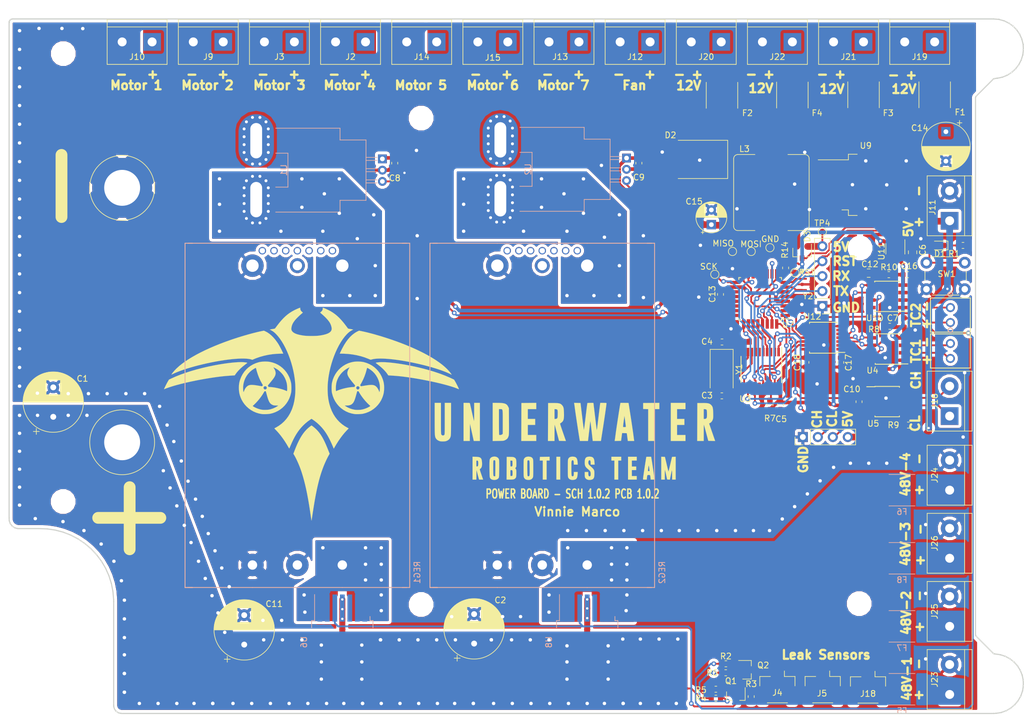
<source format=kicad_pcb>
(kicad_pcb (version 20171130) (host pcbnew "(5.0.1)-3")
  (layers (0 F.Cu signal) (31 B.Cu signal) (34 B.Paste user hide) (35 F.Paste user hide) (36 B.SilkS user hide) (37 F.SilkS user) (38 B.Mask user hide) (39 F.Mask user hide) (44 Edge.Cuts user))
  (net 0 "")
  (net 1 12VA_IN)
  (net 2 +12VA)
  (net 3 +5V)
  (net 4 12VA_SENSE)
  (net 5 GNDREF)
  (net 6 +12V)
  (net 7 12V_IN)
  (net 8 12V_SENSE)
  (net 9 CAN_CS)
  (net 10 CANL)
  (net 11 CANH)
  (net 12 "Net-(D1-Pad1)")
  (net 13 RESET)
  (net 14 CAN_TX)
  (net 15 CAN_RX)
  (net 16 "Net-(U3-Pad3)")
  (net 17 "Net-(U3-Pad6)")
  (net 18 "Net-(C3-Pad2)")
  (net 19 "Net-(C4-Pad1)")
  (net 20 CAN_INT)
  (net 21 SCK)
  (net 22 MOSI)
  (net 23 MISO)
  (net 24 "Net-(U7-Pad7)")
  (net 25 "Net-(U7-Pad8)")
  (net 26 "Net-(U7-Pad12)")
  (net 27 "Net-(U7-Pad13)")
  (net 28 "Net-(U7-Pad14)")
  (net 29 "Net-(U7-Pad19)")
  (net 30 "Net-(U7-Pad20)")
  (net 31 "Net-(U7-Pad22)")
  (net 32 RX)
  (net 33 TX)
  (net 34 "Net-(J8-Pad1)")
  (net 35 "Net-(J8-Pad2)")
  (net 36 "Net-(REG1-Pad5)")
  (net 37 +48V)
  (net 38 "Net-(REG2-Pad5)")
  (net 39 +5VA)
  (net 40 TX0RTS)
  (net 41 TX1RTS)
  (net 42 TX2RTS)
  (net 43 RX1BF)
  (net 44 RX_INT)
  (net 45 SHUTOFF)
  (net 46 "Net-(D2-Pad1)")
  (net 47 48V)
  (net 48 "Net-(U8-Pad5)")
  (net 49 "Net-(U6-Pad5)")
  (net 50 "Net-(J18-Pad2)")
  (net 51 "Net-(REG1-Pad1)")
  (net 52 "Net-(F8-Pad2)")
  (net 53 "Net-(F7-Pad2)")
  (net 54 "Net-(F6-Pad2)")
  (net 55 "Net-(F5-Pad2)")
  (net 56 "Net-(F1-Pad1)")
  (net 57 "Net-(F3-Pad1)")
  (net 58 "Net-(F4-Pad1)")
  (net 59 "Net-(F2-Pad1)")
  (net 60 TC2_CS)
  (net 61 TC1_CS)
  (net 62 "Net-(J27-Pad1)")
  (net 63 "Net-(J27-Pad2)")
  (net 64 VPP)
  (net 65 V_MCU)
  (net 66 "Net-(R9-Pad1)")
  (net 67 +3V3)
  (net 68 "Net-(U11-Pad4)")
  (net 69 SCK_L)
  (net 70 TC1_CS_L)
  (net 71 TC2_CS_L)
  (net 72 MISO_L)
  (net 73 "Net-(U12-Pad6)")
  (net 74 "Net-(U12-Pad9)")
  (net 75 "Net-(Q2-Pad1)")
  (net 76 PWR_SO)
  (module Resistor_SMD:R_0603_1608Metric (layer F.Cu) (at 183.642 143.256 180)
    (fp_text reference R6 (at 2.286 0 180) (layer F.SilkS))
    (fp_text value 10k)
    (pad 1 smd roundrect (at -0.7875 0 180) (size 0.875 0.95) (layers F.Cu F.Paste F.Mask) (net 75 "Net-(Q2-Pad1)"))
    (pad 2 smd roundrect (at 0.7875 0 180) (size 0.875 0.95) (layers F.Cu F.Paste F.Mask) (net 39 +5VA))
  )
  (module Package_TO_SOT_SMD:SOT-23 (layer F.Cu) (at 187.214 142.748)
    (fp_text reference Q2 (at 2.778 -0.762) (layer F.SilkS))
    (fp_text value 3906)
    (pad 1 smd rect (at -1 -0.95) (size 0.9 0.8) (layers F.Cu F.Paste F.Mask) (net 75 "Net-(Q2-Pad1)"))
    (pad 2 smd rect (at -1 0.95) (size 0.9 0.8) (layers F.Cu F.Paste F.Mask) (net 50 "Net-(J18-Pad2)"))
    (pad 3 smd rect (at 1 0) (size 0.9 0.8) (layers F.Cu F.Paste F.Mask) (net 5 GNDREF))
  )
  (module Resistor_SMD:R_0603_1608Metric (layer F.Cu) (at 183.6675 141.732 180)
    (fp_text reference R2 (at 0 1.27 180) (layer F.SilkS))
    (fp_text value 10k)
    (pad 1 smd roundrect (at -0.7875 0 180) (size 0.875 0.95) (layers F.Cu F.Paste F.Mask) (net 75 "Net-(Q2-Pad1)"))
    (pad 2 smd roundrect (at 0.7875 0 180) (size 0.875 0.95) (layers F.Cu F.Paste F.Mask) (net 76 PWR_SO))
  )
  (module 282834-2:282834-2 (layer F.Cu) (at 221.742 83.82 270)
    (fp_text reference J27 hide)
    (fp_text value 282834-2 hide)
    (fp_text user * (at 0 0 270) (layer F.SilkS))
    (pad 2 thru_hole circle (at 0 0 270) (size 1.524 1.524) (drill 0.9652) (layers *.Cu *.Mask) (net 63 "Net-(J27-Pad2)"))
    (pad 1 thru_hole circle (at -2.54 0 270) (size 1.524 1.524) (drill 0.9652) (layers *.Cu *.Mask) (net 62 "Net-(J27-Pad1)"))
  )
  (module 282834-2:282834-2 (layer F.Cu) (at 221.742 89.916 270)
    (fp_text reference J8 hide)
    (fp_text value 282834-2 hide)
    (fp_text user * (at 0 0 270) (layer F.SilkS))
    (pad 1 thru_hole circle (at -2.54 0 270) (size 1.524 1.524) (drill 0.9652) (layers *.Cu *.Mask) (net 34 "Net-(J8-Pad1)"))
    (pad 2 thru_hole circle (at 0 0 270) (size 1.524 1.524) (drill 0.9652) (layers *.Cu *.Mask) (net 35 "Net-(J8-Pad2)"))
  )
  (module Capacitor_SMD:C_0603_1608Metric (layer F.Cu) (at 197.231 90.5765 90)
    (fp_text reference C18 (at -0.038 -1.4605 90) (layer F.SilkS))
    (fp_text value 0.1uF)
    (pad 2 smd roundrect (at 0.7875 0 90) (size 0.875 0.95) (layers F.Cu F.Paste F.Mask) (net 65 V_MCU))
    (pad 1 smd roundrect (at -0.7875 0 90) (size 0.875 0.95) (layers F.Cu F.Paste F.Mask) (net 5 GNDREF))
  )
  (module Capacitor_SMD:C_0603_1608Metric (layer F.Cu) (at 203.1365 90.589 90)
    (fp_text reference C17 (at -0.0255 1.3335 90) (layer F.SilkS))
    (fp_text value 0.1uF)
    (pad 1 smd roundrect (at -0.7875 0 90) (size 0.875 0.95) (layers F.Cu F.Paste F.Mask) (net 5 GNDREF))
    (pad 2 smd roundrect (at 0.7875 0 90) (size 0.875 0.95) (layers F.Cu F.Paste F.Mask) (net 67 +3V3))
  )
  (module Package_SO:TSSOP-14_4.4x5mm_P0.65mm (layer F.Cu) (at 200.177499 86.392499 180)
    (fp_text reference U12 (at 1.803499 3.588499 180) (layer F.SilkS))
    (fp_text value TXB0104PW)
    (pad 1 smd rect (at -2.95 -1.95 180) (size 1.45 0.45) (layers F.Cu F.Paste F.Mask) (net 67 +3V3))
    (pad 2 smd rect (at -2.95 -1.3 180) (size 1.45 0.45) (layers F.Cu F.Paste F.Mask) (net 72 MISO_L))
    (pad 3 smd rect (at -2.95 -0.65 180) (size 1.45 0.45) (layers F.Cu F.Paste F.Mask) (net 69 SCK_L))
    (pad 4 smd rect (at -2.95 0 180) (size 1.45 0.45) (layers F.Cu F.Paste F.Mask) (net 70 TC1_CS_L))
    (pad 5 smd rect (at -2.95 0.65 180) (size 1.45 0.45) (layers F.Cu F.Paste F.Mask) (net 71 TC2_CS_L))
    (pad 6 smd rect (at -2.95 1.3 180) (size 1.45 0.45) (layers F.Cu F.Paste F.Mask) (net 73 "Net-(U12-Pad6)"))
    (pad 7 smd rect (at -2.95 1.95 180) (size 1.45 0.45) (layers F.Cu F.Paste F.Mask) (net 5 GNDREF))
    (pad 8 smd rect (at 2.95 1.95 180) (size 1.45 0.45) (layers F.Cu F.Paste F.Mask) (net 65 V_MCU))
    (pad 9 smd rect (at 2.95 1.3 180) (size 1.45 0.45) (layers F.Cu F.Paste F.Mask) (net 74 "Net-(U12-Pad9)"))
    (pad 10 smd rect (at 2.95 0.65 180) (size 1.45 0.45) (layers F.Cu F.Paste F.Mask) (net 60 TC2_CS))
    (pad 11 smd rect (at 2.95 0 180) (size 1.45 0.45) (layers F.Cu F.Paste F.Mask) (net 61 TC1_CS))
    (pad 12 smd rect (at 2.95 -0.65 180) (size 1.45 0.45) (layers F.Cu F.Paste F.Mask) (net 21 SCK))
    (pad 13 smd rect (at 2.95 -1.3 180) (size 1.45 0.45) (layers F.Cu F.Paste F.Mask) (net 23 MISO))
    (pad 14 smd rect (at 2.95 -1.95 180) (size 1.45 0.45) (layers F.Cu F.Paste F.Mask) (net 65 V_MCU))
  )
  (module Capacitor_SMD:C_0805_2012Metric (layer F.Cu) (at 207.884 75.438 180)
    (fp_text reference C12 (at -0.2055 1.524 180) (layer F.SilkS))
    (fp_text value 10uF)
    (pad 2 smd roundrect (at 0.9375 0 180) (size 0.975 1.4) (layers F.Cu F.Paste F.Mask) (net 5 GNDREF))
    (pad 1 smd roundrect (at -0.9375 0 180) (size 0.975 1.4) (layers F.Cu F.Paste F.Mask) (net 65 V_MCU))
  )
  (module Capacitor_SMD:C_0805_2012Metric (layer F.Cu) (at 215.3285 71.897 90)
    (fp_text reference C16 (at -2.3345 -0.5715 180) (layer F.SilkS))
    (fp_text value 10uF)
    (pad 1 smd roundrect (at -0.9375 0 90) (size 0.975 1.4) (layers F.Cu F.Paste F.Mask) (net 67 +3V3))
    (pad 2 smd roundrect (at 0.9375 0 90) (size 0.975 1.4) (layers F.Cu F.Paste F.Mask) (net 5 GNDREF))
  )
  (module Package_TO_SOT_SMD:SOT-23-5 (layer F.Cu) (at 212.4075 71.3105 270)
    (fp_text reference U11 (at 0.4445 2.3495 270) (layer F.SilkS))
    (fp_text value TLV75533PDBV)
    (pad 1 smd rect (at -1.1 -0.95 270) (size 1.06 0.65) (layers F.Cu F.Paste F.Mask) (net 65 V_MCU))
    (pad 2 smd rect (at -1.1 0 270) (size 1.06 0.65) (layers F.Cu F.Paste F.Mask) (net 5 GNDREF))
    (pad 3 smd rect (at -1.1 0.95 270) (size 1.06 0.65) (layers F.Cu F.Paste F.Mask) (net 65 V_MCU))
    (pad 4 smd rect (at 1.1 0.95 270) (size 1.06 0.65) (layers F.Cu F.Paste F.Mask) (net 68 "Net-(U11-Pad4)"))
    (pad 5 smd rect (at 1.1 -0.95 270) (size 1.06 0.65) (layers F.Cu F.Paste F.Mask) (net 67 +3V3))
  )
  (module Diode_SMD:D_SMC (layer F.Cu) (at 179.1752 56.134 180)
    (fp_text reference D2 (at 4.9058 4.1148 180) (layer F.SilkS))
    (fp_text value 1N5824)
    (pad 1 smd rect (at -3.4 0 270) (size 3.3 2.5) (layers F.Cu F.Paste F.Mask) (net 46 "Net-(D2-Pad1)"))
    (pad 2 smd rect (at 3.4 0 270) (size 3.3 2.5) (layers F.Cu F.Paste F.Mask) (net 5 GNDREF))
  )
  (module Capacitor_THT:CP_Radial_D8.0mm_P5.00mm (layer F.Cu) (at 220.98 51.435 270)
    (fp_text reference C14 (at -0.635 4.445) (layer F.SilkS))
    (fp_text value 470uF)
    (pad 1 thru_hole rect (at 0 0 270) (size 1.6 1.6) (drill 0.8) (layers *.Cu *.Mask) (net 2 +12VA))
    (pad 2 thru_hole circle (at 5 0 270) (size 1.6 1.6) (drill 0.8) (layers *.Cu *.Mask) (net 5 GNDREF))
  )
  (module TestPoint:TestPoint_Pad_D1.0mm (layer F.Cu) (at 187.96 71.755)
    (fp_text reference TP5 hide)
    (fp_text value MOSI)
    (pad 1 smd circle (at 0 0) (size 1 1) (layers F.Cu F.Mask) (net 22 MOSI))
  )
  (module TestPoint:TestPoint_Pad_D1.0mm (layer F.Cu) (at 191.135 71.12)
    (fp_text reference TP6 hide)
    (fp_text value GND)
    (pad 1 smd circle (at 0 0) (size 1 1) (layers F.Cu F.Mask) (net 5 GNDREF))
  )
  (module TestPoint:TestPoint_Pad_D1.0mm (layer F.Cu) (at 184.785 71.755)
    (fp_text reference TP1 hide)
    (fp_text value MISO)
    (pad 1 smd circle (at 0 0) (size 1 1) (layers F.Cu F.Mask) (net 23 MISO))
  )
  (module TestPoint:TestPoint_Pad_D1.0mm (layer F.Cu) (at 181.7878 75.6412)
    (fp_text reference TP2 hide)
    (fp_text value SCK)
    (pad 1 smd circle (at 0 0) (size 1 1) (layers F.Cu F.Mask) (net 21 SCK))
  )
  (module TestPoint:TestPoint_Pad_D1.0mm (layer F.Cu) (at 195.3768 75.3364)
    (fp_text reference TP3 hide)
    (fp_text value RST)
    (pad 1 smd circle (at 0 0) (size 1 1) (layers F.Cu F.Mask) (net 13 RESET))
  )
  (module TestPoint:TestPoint_Pad_D1.0mm (layer F.Cu) (at 200.025 68.4022)
    (fp_text reference TP4 (at 0 -1.448) (layer F.SilkS))
    (fp_text value +5V)
    (pad 1 smd circle (at 0 0) (size 1 1) (layers F.Cu F.Mask) (net 64 VPP))
  )
  (module Delta-Q54SG_600W:Q54SG (layer B.Cu) (at 144.907 124.968 90)
    (fp_text reference REG2 (at -1.27 27.94 90) (layer B.SilkS) (effects (justify mirror)))
    (fp_text value StepDownConverter)
    (pad 1 thru_hole circle (at 0 15.24 90) (size 3.81 3.81) (drill 1.6002) (layers *.Cu *.Mask) (net 47 48V))
    (pad 2 thru_hole circle (at 0 7.62 90) (size 3.81 3.81) (drill 1.6002) (layers *.Cu *.Mask) (net 5 GNDREF))
    (pad 3 thru_hole circle (at 0 0 90) (size 3.81 3.81) (drill 1.6002) (layers *.Cu *.Mask) (net 5 GNDREF))
    (pad 6 thru_hole circle (at 50.8 15.24 90) (size 3.81 3.81) (drill 2.1082) (layers *.Cu *.Mask) (net 1 12VA_IN))
    (pad 5 thru_hole circle (at 50.8 7.62 90) (size 2.54 2.54) (drill 1.6002) (layers *.Cu *.Mask) (net 38 "Net-(REG2-Pad5)"))
    (pad 4 thru_hole circle (at 50.8 0 90) (size 3.81 3.81) (drill 2.1082) (layers *.Cu *.Mask) (net 5 GNDREF))
    (pad 7 thru_hole circle (at 53.34 1.6764 90) (size 1.27 1.27) (drill 0.889) (layers *.Cu *.Mask))
    (pad 8 thru_hole circle (at 53.34 3.6576 90) (size 1.27 1.27) (drill 0.889) (layers *.Cu *.Mask))
    (pad 9 thru_hole circle (at 53.34 5.6388 90) (size 1.27 1.27) (drill 0.889) (layers *.Cu *.Mask))
    (pad 10 thru_hole circle (at 53.34 7.62 90) (size 1.27 1.27) (drill 0.889) (layers *.Cu *.Mask))
    (pad 11 thru_hole circle (at 53.34 9.6012 90) (size 1.27 1.27) (drill 0.889) (layers *.Cu *.Mask))
    (pad 12 thru_hole circle (at 53.34 11.5824 90) (size 1.27 1.27) (drill 0.889) (layers *.Cu *.Mask))
    (pad 13 thru_hole circle (at 53.34 13.5636 90) (size 1.27 1.27) (drill 0.889) (layers *.Cu *.Mask))
  )
  (module Fuse:Fuse_2920_7451Metric (layer B.Cu) (at 213.5285 135.382)
    (fp_text reference F7 (at 0 3.68) (layer B.SilkS) (effects (justify mirror)))
    (fp_text value Polyfuse_Small)
    (pad 2 smd roundrect (at 3.3875 0) (size 1.925 5.45) (layers B.Cu B.Paste B.Mask) (roundrect_rratio 0.12987) (net 53 "Net-(F7-Pad2)"))
    (pad 1 smd roundrect (at -3.3875 0) (size 1.925 5.45) (layers B.Cu B.Paste B.Mask) (roundrect_rratio 0.12987) (net 47 48V))
  )
  (module Fuse:Fuse_2920_7451Metric (layer B.Cu) (at 213.5285 123.825)
    (fp_text reference F8 (at 0 3.68) (layer B.SilkS) (effects (justify mirror)))
    (fp_text value Polyfuse_Small)
    (pad 1 smd roundrect (at -3.3875 0) (size 1.925 5.45) (layers B.Cu B.Paste B.Mask) (roundrect_rratio 0.12987) (net 47 48V))
    (pad 2 smd roundrect (at 3.3875 0) (size 1.925 5.45) (layers B.Cu B.Paste B.Mask) (roundrect_rratio 0.12987) (net 52 "Net-(F8-Pad2)"))
  )
  (module Fuse:Fuse_2920_7451Metric (layer B.Cu) (at 213.5285 112.268)
    (fp_text reference F6 (at 0 3.68) (layer B.SilkS) (effects (justify mirror)))
    (fp_text value Polyfuse_Small)
    (pad 2 smd roundrect (at 3.3875 0) (size 1.925 5.45) (layers B.Cu B.Paste B.Mask) (roundrect_rratio 0.12987) (net 54 "Net-(F6-Pad2)"))
    (pad 1 smd roundrect (at -3.3875 0) (size 1.925 5.45) (layers B.Cu B.Paste B.Mask) (roundrect_rratio 0.12987) (net 47 48V))
  )
  (module Fuse:Fuse_2920_7451Metric (layer B.Cu) (at 213.5285 146.05)
    (fp_text reference F5 (at 0 3.68) (layer B.SilkS) (effects (justify mirror)))
    (fp_text value Polyfuse_Small)
    (pad 1 smd roundrect (at -3.3875 0) (size 1.925 5.45) (layers B.Cu B.Paste B.Mask) (roundrect_rratio 0.12987) (net 47 48V))
    (pad 2 smd roundrect (at 3.3875 0) (size 1.925 5.45) (layers B.Cu B.Paste B.Mask) (roundrect_rratio 0.12987) (net 55 "Net-(F5-Pad2)"))
  )
  (module Fuse:Fuse_2920_7451Metric (layer F.Cu) (at 207.01 45.1705 270)
    (fp_text reference F3 (at 3.0895 -4.191) (layer F.SilkS))
    (fp_text value Polyfuse_Small)
    (pad 2 smd roundrect (at 3.3875 0 270) (size 1.925 5.45) (layers F.Cu F.Paste F.Mask) (roundrect_rratio 0.12987) (net 2 +12VA))
    (pad 1 smd roundrect (at -3.3875 0 270) (size 1.925 5.45) (layers F.Cu F.Paste F.Mask) (roundrect_rratio 0.12987) (net 57 "Net-(F3-Pad1)"))
  )
  (module Fuse:Fuse_2920_7451Metric (layer F.Cu) (at 194.945 45.212 270)
    (fp_text reference F4 (at 3.048 -4.191) (layer F.SilkS))
    (fp_text value Polyfuse_Small)
    (pad 1 smd roundrect (at -3.3875 0 270) (size 1.925 5.45) (layers F.Cu F.Paste F.Mask) (roundrect_rratio 0.12987) (net 58 "Net-(F4-Pad1)"))
    (pad 2 smd roundrect (at 3.3875 0 270) (size 1.925 5.45) (layers F.Cu F.Paste F.Mask) (roundrect_rratio 0.12987) (net 2 +12VA))
  )
  (module Fuse:Fuse_2920_7451Metric (layer F.Cu) (at 219.075 45.1705 270)
    (fp_text reference F1 (at 2.9625 -4.318) (layer F.SilkS))
    (fp_text value Polyfuse_Small)
    (pad 2 smd roundrect (at 3.3875 0 270) (size 1.925 5.45) (layers F.Cu F.Paste F.Mask) (roundrect_rratio 0.12987) (net 2 +12VA))
    (pad 1 smd roundrect (at -3.3875 0 270) (size 1.925 5.45) (layers F.Cu F.Paste F.Mask) (roundrect_rratio 0.12987) (net 56 "Net-(F1-Pad1)"))
  )
  (module Fuse:Fuse_2920_7451Metric (layer F.Cu) (at 183.007 45.2535 270)
    (fp_text reference F2 (at 3.0065 -4.318) (layer F.SilkS))
    (fp_text value Polyfuse_Small)
    (pad 1 smd roundrect (at -3.3875 0 270) (size 1.925 5.45) (layers F.Cu F.Paste F.Mask) (roundrect_rratio 0.12987) (net 59 "Net-(F2-Pad1)"))
    (pad 2 smd roundrect (at 3.3875 0 270) (size 1.925 5.45) (layers F.Cu F.Paste F.Mask) (roundrect_rratio 0.12987) (net 2 +12VA))
  )
  (module Capacitor_THT:CP_Radial_D10.0mm_P5.00mm (layer F.Cu) (at 101.981 138.477 90)
    (fp_text reference C11 (at 6.905 5.08 180) (layer F.SilkS))
    (fp_text value 330uF)
    (pad 1 thru_hole rect (at 0 0 90) (size 2 2) (drill 1) (layers *.Cu *.Mask) (net 37 +48V))
    (pad 2 thru_hole circle (at 5 0 90) (size 2 2) (drill 1) (layers *.Cu *.Mask) (net 5 GNDREF))
  )
  (module Capacitor_THT:CP_Radial_D10.0mm_P5.00mm (layer F.Cu) (at 69.596 99.822 90)
    (fp_text reference C1 (at 6.477 4.953 180) (layer F.SilkS))
    (fp_text value 330uF)
    (pad 2 thru_hole circle (at 5 0 90) (size 2 2) (drill 1) (layers *.Cu *.Mask) (net 5 GNDREF))
    (pad 1 thru_hole rect (at 0 0 90) (size 2 2) (drill 1) (layers *.Cu *.Mask) (net 37 +48V))
  )
  (module Capacitor_THT:CP_Radial_D10.0mm_P5.00mm (layer F.Cu) (at 140.97 138.303 90)
    (fp_text reference C2 (at 7.366 4.445 180) (layer F.SilkS))
    (fp_text value 330uF)
    (pad 1 thru_hole rect (at 0 0 90) (size 2 2) (drill 1) (layers *.Cu *.Mask) (net 37 +48V))
    (pad 2 thru_hole circle (at 5 0 90) (size 2 2) (drill 1) (layers *.Cu *.Mask) (net 5 GNDREF))
  )
  (module Connector_JST:JST_GH_BM02B-GHS-TBT_1x02-1MP_P1.25mm_Vertical (layer F.Cu) (at 200.087 145.74508 180)
    (fp_text reference J5 (at 0.127 -1.016 180) (layer F.SilkS))
    (fp_text value Conn_01x02_Female)
    (pad 1 smd rect (at -0.625 1.95 180) (size 0.6 1.7) (layers F.Cu F.Paste F.Mask) (net 5 GNDREF))
    (pad 2 smd rect (at 0.625 1.95 180) (size 0.6 1.7) (layers F.Cu F.Paste F.Mask) (net 50 "Net-(J18-Pad2)"))
    (pad MP smd rect (at -2.475 -1.4 180) (size 1 2.8) (layers F.Cu F.Paste F.Mask))
    (pad MP smd rect (at 2.475 -1.4 180) (size 1 2.8) (layers F.Cu F.Paste F.Mask))
  )
  (module Connector_JST:JST_GH_BM02B-GHS-TBT_1x02-1MP_P1.25mm_Vertical (layer F.Cu) (at 192.40192 145.74508 180)
    (fp_text reference J4 (at 0 -0.889 180) (layer F.SilkS))
    (fp_text value Conn_01x02_Female)
    (pad MP smd rect (at 2.475 -1.4 180) (size 1 2.8) (layers F.Cu F.Paste F.Mask))
    (pad MP smd rect (at -2.475 -1.4 180) (size 1 2.8) (layers F.Cu F.Paste F.Mask))
    (pad 2 smd rect (at 0.625 1.95 180) (size 0.6 1.7) (layers F.Cu F.Paste F.Mask) (net 50 "Net-(J18-Pad2)"))
    (pad 1 smd rect (at -0.625 1.95 180) (size 0.6 1.7) (layers F.Cu F.Paste F.Mask) (net 5 GNDREF))
  )
  (module Resistor_SMD:R_0603_1608Metric (layer F.Cu) (at 181.9655 146.05)
    (fp_text reference R5 (at -2.54 0.127) (layer F.SilkS))
    (fp_text value 1.1k)
    (pad 2 smd roundrect (at 0.7875 0) (size 0.875 0.95) (layers F.Cu F.Paste F.Mask) (net 39 +5VA))
    (pad 1 smd roundrect (at -0.7875 0) (size 0.875 0.95) (layers F.Cu F.Paste F.Mask) (net 5 GNDREF))
  )
  (module Resistor_SMD:R_0603_1608Metric (layer F.Cu) (at 181.9655 147.574 180)
    (fp_text reference R4 (at 2.5655 0) (layer F.SilkS))
    (fp_text value 10k)
    (pad 1 smd roundrect (at -0.7875 0 180) (size 0.875 0.95) (layers F.Cu F.Paste F.Mask) (net 39 +5VA))
    (pad 2 smd roundrect (at 0.7875 0 180) (size 0.875 0.95) (layers F.Cu F.Paste F.Mask) (net 37 +48V))
  )
  (module Resistor_SMD:R_0603_1608Metric (layer F.Cu) (at 187.96 147.2945 270)
    (fp_text reference R3 (at -2.1335 0 180) (layer F.SilkS))
    (fp_text value 10k)
    (pad 2 smd roundrect (at 0.7875 0 270) (size 0.875 0.95) (layers F.Cu F.Paste F.Mask) (net 39 +5VA))
    (pad 1 smd roundrect (at -0.7875 0 270) (size 0.875 0.95) (layers F.Cu F.Paste F.Mask) (net 50 "Net-(J18-Pad2)"))
  )
  (module Package_TO_SOT_SMD:SOT-23 (layer F.Cu) (at 185.359 147.177 270)
    (fp_text reference Q1 (at -2.524 0.828) (layer F.SilkS))
    (fp_text value Q_NPN_BEC)
    (pad 1 smd rect (at -1 -0.95 270) (size 0.9 0.8) (layers F.Cu F.Paste F.Mask) (net 50 "Net-(J18-Pad2)"))
    (pad 2 smd rect (at -1 0.95 270) (size 0.9 0.8) (layers F.Cu F.Paste F.Mask) (net 5 GNDREF))
    (pad 3 smd rect (at 1 0 270) (size 0.9 0.8) (layers F.Cu F.Paste F.Mask) (net 45 SHUTOFF))
  )
  (module Connector_JST:JST_GH_BM02B-GHS-TBT_1x02-1MP_P1.25mm_Vertical (layer F.Cu) (at 207.772 145.796 180)
    (fp_text reference J18 (at 0 -1.016 180) (layer F.SilkS))
    (fp_text value Conn_01x02_Female)
    (pad 1 smd rect (at -0.625 1.95 180) (size 0.6 1.7) (layers F.Cu F.Paste F.Mask) (net 5 GNDREF))
    (pad 2 smd rect (at 0.625 1.95 180) (size 0.6 1.7) (layers F.Cu F.Paste F.Mask) (net 50 "Net-(J18-Pad2)"))
    (pad MP smd rect (at -2.475 -1.4 180) (size 1 2.8) (layers F.Cu F.Paste F.Mask))
    (pad MP smd rect (at 2.475 -1.4 180) (size 1 2.8) (layers F.Cu F.Paste F.Mask))
  )
  (module Package_TO_SOT_SMD:SOT-23 (layer F.Cu) (at 196.596 71.898 270)
    (fp_text reference D3 (at -2.683 -0.889 270) (layer F.SilkS))
    (fp_text value D_x2_KCom_AAK)
    (pad 1 smd rect (at -1 -0.95 270) (size 0.9 0.8) (layers F.Cu F.Paste F.Mask) (net 64 VPP))
    (pad 2 smd rect (at -1 0.95 270) (size 0.9 0.8) (layers F.Cu F.Paste F.Mask) (net 3 +5V))
    (pad 3 smd rect (at 1 0 270) (size 0.9 0.8) (layers F.Cu F.Paste F.Mask) (net 65 V_MCU))
  )
  (module Capacitor_SMD:C_0603_1608Metric (layer F.Cu) (at 214.4775 75.692)
    (fp_text reference C6 (at 2.5655 -4.191 90) (layer F.SilkS))
    (fp_text value 0.1uF)
    (pad 1 smd roundrect (at -0.7875 0) (size 0.875 0.95) (layers F.Cu F.Paste F.Mask) (net 67 +3V3))
    (pad 2 smd roundrect (at 0.7875 0) (size 0.875 0.95) (layers F.Cu F.Paste F.Mask) (net 5 GNDREF))
  )
  (module Package_SO:SOIC-8_3.9x4.9mm_P1.27mm (layer F.Cu) (at 210.98 79.375 180)
    (fp_text reference U10 (at 2.065 -3.683 180) (layer F.SilkS))
    (fp_text value MAX31855KASA)
    (pad 1 smd rect (at -2.7 -1.905 180) (size 1.55 0.6) (layers F.Cu F.Paste F.Mask) (net 5 GNDREF))
    (pad 2 smd rect (at -2.7 -0.635 180) (size 1.55 0.6) (layers F.Cu F.Paste F.Mask) (net 63 "Net-(J27-Pad2)"))
    (pad 3 smd rect (at -2.7 0.635 180) (size 1.55 0.6) (layers F.Cu F.Paste F.Mask) (net 62 "Net-(J27-Pad1)"))
    (pad 4 smd rect (at -2.7 1.905 180) (size 1.55 0.6) (layers F.Cu F.Paste F.Mask) (net 67 +3V3))
    (pad 5 smd rect (at 2.7 1.905 180) (size 1.55 0.6) (layers F.Cu F.Paste F.Mask) (net 69 SCK_L))
    (pad 6 smd rect (at 2.7 0.635 180) (size 1.55 0.6) (layers F.Cu F.Paste F.Mask) (net 71 TC2_CS_L))
    (pad 7 smd rect (at 2.7 -0.635 180) (size 1.55 0.6) (layers F.Cu F.Paste F.Mask) (net 72 MISO_L))
    (pad 8 smd rect (at 2.7 -1.905 180) (size 1.55 0.6) (layers F.Cu F.Paste F.Mask))
  )
  (module Resistor_SMD:R_0603_1608Metric (layer F.Cu) (at 211.3025 75.692 180)
    (fp_text reference R10 (at -0.0255 1.27 180) (layer F.SilkS))
    (fp_text value 10k)
    (pad 1 smd roundrect (at -0.7875 0 180) (size 0.875 0.95) (layers F.Cu F.Paste F.Mask) (net 67 +3V3))
    (pad 2 smd roundrect (at 0.7875 0 180) (size 0.875 0.95) (layers F.Cu F.Paste F.Mask) (net 71 TC2_CS_L))
  )
  (module TerminalBlock:TerminalBlock_bornier-2_P5.08mm (layer F.Cu) (at 194.945 36.195 180)
    (fp_text reference J22 (at 2.54 -2.54 180) (layer F.SilkS))
    (fp_text value 12V_4)
    (pad 2 thru_hole circle (at 5.08 0 180) (size 3 3) (drill 1.52) (layers *.Cu *.Mask) (net 5 GNDREF))
    (pad 1 thru_hole rect (at 0 0 180) (size 3 3) (drill 1.52) (layers *.Cu *.Mask) (net 58 "Net-(F4-Pad1)"))
  )
  (module Crystal:Crystal_SMD_0603-2Pin_6.0x3.5mm (layer F.Cu) (at 182.951935 91.729785 270)
    (fp_text reference Y1 (at 0 -2.95 270) (layer F.SilkS))
    (fp_text value 20Mhz)
    (pad 1 smd rect (at -2.2 0 270) (size 1.9 2.5) (layers F.Cu F.Paste F.Mask) (net 19 "Net-(C4-Pad1)"))
    (pad 2 smd rect (at 2.2 0 270) (size 1.9 2.5) (layers F.Cu F.Paste F.Mask) (net 18 "Net-(C3-Pad2)"))
  )
  (module CSTCE16M0V53-R0:OSC_CSTCE16M0V53-R0 (layer F.Cu) (at 196.596 77.343 270)
    (fp_text reference Y2 (at 2.0066 -0.9906) (layer F.SilkS))
    (fp_text value 16Mhz hide)
    (pad 1 smd rect (at -0.95 0 270) (size 0.3 1.6) (layers F.Cu F.Paste F.Mask) (net 25 "Net-(U7-Pad8)"))
    (pad 2 smd rect (at 0 0 270) (size 0.3 1.6) (layers F.Cu F.Paste F.Mask) (net 5 GNDREF))
    (pad 3 smd rect (at 0.95 0 270) (size 0.3 1.6) (layers F.Cu F.Paste F.Mask) (net 24 "Net-(U7-Pad7)"))
  )
  (module TerminalBlock:TerminalBlock_bornier-2_P5.08mm (layer F.Cu) (at 98.425 36.195 180)
    (fp_text reference J9 (at 2.54 -2.54 180) (layer F.SilkS))
    (fp_text value M3)
    (pad 2 thru_hole circle (at 5.08 0 180) (size 3 3) (drill 1.52) (layers *.Cu *.Mask) (net 5 GNDREF))
    (pad 1 thru_hole rect (at 0 0 180) (size 3 3) (drill 1.52) (layers *.Cu *.Mask) (net 6 +12V))
  )
  (module Package_TO_SOT_SMD:Infineon_PG-TO-220-7Lead_TabPin8 (layer B.Cu) (at 118.618 138.049 270)
    (fp_text reference U6 (at 0 6.5 270) (layer B.SilkS) (effects (justify mirror)))
    (fp_text value BTS50085-1TMA)
    (pad 7 smd rect (at -5.775 -3.81 270) (size 4.6 0.8) (layers B.Cu B.Paste B.Mask) (net 51 "Net-(REG1-Pad1)"))
    (pad 4 smd rect (at -5.775 0 270) (size 4.6 0.8) (layers B.Cu B.Paste B.Mask) (net 37 +48V))
    (pad 1 smd rect (at -5.775 3.81 270) (size 4.6 0.8) (layers B.Cu B.Paste B.Mask) (net 51 "Net-(REG1-Pad1)"))
    (pad 2 smd rect (at -5.775 2.54 270) (size 4.6 0.8) (layers B.Cu B.Paste B.Mask) (net 51 "Net-(REG1-Pad1)"))
    (pad 3 smd rect (at -5.775 1.27 270) (size 4.6 0.8) (layers B.Cu B.Paste B.Mask) (net 45 SHUTOFF))
    (pad 5 smd rect (at -5.775 -1.27 270) (size 4.6 0.8) (layers B.Cu B.Paste B.Mask) (net 49 "Net-(U6-Pad5)"))
    (pad 6 smd rect (at -5.775 -2.54 270) (size 4.6 0.8) (layers B.Cu B.Paste B.Mask) (net 51 "Net-(REG1-Pad1)"))
    (pad 8 smd rect (at 3.375 0 270) (size 9.4 10.8) (layers B.Cu B.Mask) (net 37 +48V))
  )
  (module Package_TO_SOT_SMD:Infineon_PG-TO-220-7Lead_TabPin8 (layer B.Cu) (at 160.147 138.049 270)
    (fp_text reference U8 (at 0 6.5 270) (layer B.SilkS) (effects (justify mirror)))
    (fp_text value BTS50085-1TMA)
    (pad 8 smd rect (at 3.375 0 270) (size 9.4 10.8) (layers B.Cu B.Mask) (net 37 +48V))
    (pad 6 smd rect (at -5.775 -2.54 270) (size 4.6 0.8) (layers B.Cu B.Paste B.Mask) (net 47 48V))
    (pad 5 smd rect (at -5.775 -1.27 270) (size 4.6 0.8) (layers B.Cu B.Paste B.Mask) (net 48 "Net-(U8-Pad5)"))
    (pad 3 smd rect (at -5.775 1.27 270) (size 4.6 0.8) (layers B.Cu B.Paste B.Mask) (net 45 SHUTOFF))
    (pad 2 smd rect (at -5.775 2.54 270) (size 4.6 0.8) (layers B.Cu B.Paste B.Mask) (net 47 48V))
    (pad 1 smd rect (at -5.775 3.81 270) (size 4.6 0.8) (layers B.Cu B.Paste B.Mask) (net 47 48V))
    (pad 4 smd rect (at -5.775 0 270) (size 4.6 0.8) (layers B.Cu B.Paste B.Mask) (net 37 +48V))
    (pad 7 smd rect (at -5.775 -3.81 270) (size 4.6 0.8) (layers B.Cu B.Paste B.Mask) (net 47 48V))
  )
  (module Connector_PinHeader_2.54mm:PinHeader_1x04_P2.54mm_Vertical (layer F.Cu) (at 196.723 103.251 90)
    (fp_text reference J17 hide)
    (fp_text value MB_interface)
    (pad 1 thru_hole rect (at 0 0 90) (size 1.7 1.7) (drill 1) (layers *.Cu *.Mask) (net 5 GNDREF))
    (pad 2 thru_hole oval (at 0 2.54 90) (size 1.7 1.7) (drill 1) (layers *.Cu *.Mask) (net 11 CANH))
    (pad 3 thru_hole oval (at 0 5.08 90) (size 1.7 1.7) (drill 1) (layers *.Cu *.Mask) (net 10 CANL))
    (pad 4 thru_hole oval (at 0 7.62 90) (size 1.7 1.7) (drill 1) (layers *.Cu *.Mask) (net 3 +5V))
  )
  (module TerminalBlock:TerminalBlock_bornier-2_P5.08mm (layer F.Cu) (at 182.88 36.195 180)
    (fp_text reference J20 (at 2.54 -2.54 180) (layer F.SilkS))
    (fp_text value 12V_2)
    (pad 1 thru_hole rect (at 0 0 180) (size 3 3) (drill 1.52) (layers *.Cu *.Mask) (net 59 "Net-(F2-Pad1)"))
    (pad 2 thru_hole circle (at 5.08 0 180) (size 3 3) (drill 1.52) (layers *.Cu *.Mask) (net 5 GNDREF))
  )
  (module TerminalBlock:TerminalBlock_bornier-2_P5.08mm (layer F.Cu) (at 207.01 36.195 180)
    (fp_text reference J21 (at 2.54 -2.54 180) (layer F.SilkS))
    (fp_text value 12V_3)
    (pad 2 thru_hole circle (at 5.08 0 180) (size 3 3) (drill 1.52) (layers *.Cu *.Mask) (net 5 GNDREF))
    (pad 1 thru_hole rect (at 0 0 180) (size 3 3) (drill 1.52) (layers *.Cu *.Mask) (net 57 "Net-(F3-Pad1)"))
  )
  (module TerminalBlock:TerminalBlock_bornier-2_P5.08mm (layer F.Cu) (at 221.615 146.939 90)
    (fp_text reference J23 (at 2.54 -2.54 90) (layer F.SilkS))
    (fp_text value 48V_1)
    (pad 1 thru_hole rect (at 0 0 90) (size 3 3) (drill 1.52) (layers *.Cu *.Mask) (net 55 "Net-(F5-Pad2)"))
    (pad 2 thru_hole circle (at 5.08 0 90) (size 3 3) (drill 1.52) (layers *.Cu *.Mask) (net 5 GNDREF))
  )
  (module TerminalBlock:TerminalBlock_bornier-2_P5.08mm (layer F.Cu) (at 221.615 135.382 90)
    (fp_text reference J25 (at 2.54 -2.54 90) (layer F.SilkS))
    (fp_text value 48V_3)
    (pad 2 thru_hole circle (at 5.08 0 90) (size 3 3) (drill 1.52) (layers *.Cu *.Mask) (net 5 GNDREF))
    (pad 1 thru_hole rect (at 0 0 90) (size 3 3) (drill 1.52) (layers *.Cu *.Mask) (net 53 "Net-(F7-Pad2)"))
  )
  (module TerminalBlock:TerminalBlock_bornier-2_P5.08mm (layer F.Cu) (at 221.615 123.825 90)
    (fp_text reference J26 (at 2.54 -2.54 90) (layer F.SilkS))
    (fp_text value 48V_4)
    (pad 1 thru_hole rect (at 0 0 90) (size 3 3) (drill 1.52) (layers *.Cu *.Mask) (net 52 "Net-(F8-Pad2)"))
    (pad 2 thru_hole circle (at 5.08 0 90) (size 3 3) (drill 1.52) (layers *.Cu *.Mask) (net 5 GNDREF))
  )
  (module TerminalBlock:TerminalBlock_bornier-2_P5.08mm (layer F.Cu) (at 219.075 36.195 180)
    (fp_text reference J19 (at 2.54 -2.54 180) (layer F.SilkS))
    (fp_text value 12V_1)
    (pad 2 thru_hole circle (at 5.08 0 180) (size 3 3) (drill 1.52) (layers *.Cu *.Mask) (net 5 GNDREF))
    (pad 1 thru_hole rect (at 0 0 180) (size 3 3) (drill 1.52) (layers *.Cu *.Mask) (net 56 "Net-(F1-Pad1)"))
  )
  (module TerminalBlock:TerminalBlock_bornier-2_P5.08mm (layer F.Cu) (at 221.615 112.268 90)
    (fp_text reference J24 (at 2.54 -2.54 90) (layer F.SilkS))
    (fp_text value 48V_2)
    (pad 1 thru_hole rect (at 0 0 90) (size 3 3) (drill 1.52) (layers *.Cu *.Mask) (net 54 "Net-(F6-Pad2)"))
    (pad 2 thru_hole circle (at 5.08 0 90) (size 3 3) (drill 1.52) (layers *.Cu *.Mask) (net 5 GNDREF))
  )
  (module TerminalBlock:TerminalBlock_bornier-2_P5.08mm (layer F.Cu) (at 221.615 99.695 90)
    (fp_text reference J16 (at 2.54 -2.54 90) (layer F.SilkS))
    (fp_text value Screw_Terminal_01x02)
    (pad 1 thru_hole rect (at 0 0 90) (size 3 3) (drill 1.52) (layers *.Cu *.Mask) (net 10 CANL))
    (pad 2 thru_hole circle (at 5.08 0 90) (size 3 3) (drill 1.52) (layers *.Cu *.Mask) (net 11 CANH))
  )
  (module Resistor_SMD:R_0603_1608Metric (layer F.Cu) (at 193.802 74.549 270)
    (fp_text reference R14 (at -3.048 0.127 270) (layer F.SilkS))
    (fp_text value 10k)
    (pad 1 smd roundrect (at -0.7875 0 270) (size 0.875 0.95) (layers F.Cu F.Paste F.Mask) (net 65 V_MCU))
    (pad 2 smd roundrect (at 0.7875 0 270) (size 0.875 0.95) (layers F.Cu F.Paste F.Mask) (net 13 RESET))
  )
  (module Capacitor_THT:CP_Radial_D5.0mm_P2.50mm (layer F.Cu) (at 181.2036 67.2084 90)
    (fp_text reference C15 (at 3.937 -2.921 -180) (layer F.SilkS))
    (fp_text value 220uF)
    (pad 1 thru_hole rect (at 0 0 90) (size 1.6 1.6) (drill 0.8) (layers *.Cu *.Mask) (net 3 +5V))
    (pad 2 thru_hole circle (at 2.5 0 90) (size 1.6 1.6) (drill 0.8) (layers *.Cu *.Mask) (net 5 GNDREF))
  )
  (module Inductor_SMD:L_Bourns_SRP1245A (layer F.Cu) (at 191.389 61.76 270)
    (fp_text reference L3 (at -7.404 4.572) (layer F.SilkS))
    (fp_text value 33uH)
    (pad 1 smd rect (at -5.55 0 270) (size 3.1 5) (layers F.Cu F.Paste F.Mask) (net 46 "Net-(D2-Pad1)"))
    (pad 2 smd rect (at 5.55 0 270) (size 3.1 5) (layers F.Cu F.Paste F.Mask) (net 3 +5V))
  )
  (module Package_TO_SOT_SMD:TO-263-5_TabPin3 (layer F.Cu) (at 207.391 60.452)
    (fp_text reference U9 (at 0 -6.65) (layer F.SilkS))
    (fp_text value LM2596S-5)
    (pad 1 smd rect (at -5.775 -3.4) (size 4.6 1.1) (layers F.Cu F.Paste F.Mask) (net 2 +12VA))
    (pad 2 smd rect (at -5.775 -1.7) (size 4.6 1.1) (layers F.Cu F.Paste F.Mask) (net 46 "Net-(D2-Pad1)"))
    (pad 3 smd rect (at -5.775 0) (size 4.6 1.1) (layers F.Cu F.Paste F.Mask) (net 5 GNDREF))
    (pad 4 smd rect (at -5.775 1.7) (size 4.6 1.1) (layers F.Cu F.Paste F.Mask) (net 3 +5V))
    (pad 5 smd rect (at -5.775 3.4) (size 4.6 1.1) (layers F.Cu F.Paste F.Mask) (net 5 GNDREF))
    (pad 3 smd rect (at 3.375 0) (size 9.4 10.8) (layers F.Cu F.Mask) (net 5 GNDREF))
  )
  (module Connector_PinHeader_2.54mm:PinHeader_1x05_P2.54mm_Vertical (layer F.Cu) (at 200.025 81.026 180)
    (fp_text reference J1 hide)
    (fp_text value PROG)
    (pad 1 thru_hole rect (at 0 0 180) (size 1.7 1.7) (drill 1) (layers *.Cu *.Mask) (net 5 GNDREF))
    (pad 2 thru_hole oval (at 0 2.54 180) (size 1.7 1.7) (drill 1) (layers *.Cu *.Mask) (net 33 TX))
    (pad 3 thru_hole oval (at 0 5.08 180) (size 1.7 1.7) (drill 1) (layers *.Cu *.Mask) (net 32 RX))
    (pad 4 thru_hole oval (at 0 7.62 180) (size 1.7 1.7) (drill 1) (layers *.Cu *.Mask) (net 13 RESET))
    (pad 5 thru_hole oval (at 0 10.16 180) (size 1.7 1.7) (drill 1) (layers *.Cu *.Mask) (net 64 VPP))
  )
  (module TerminalBlock:TerminalBlock_bornier-2_P5.08mm (layer F.Cu) (at 158.75 36.195 180)
    (fp_text reference J13 (at 3.175 -2.54 180) (layer F.SilkS))
    (fp_text value M6)
    (pad 1 thru_hole rect (at 0 0 180) (size 3 3) (drill 1.52) (layers *.Cu *.Mask) (net 2 +12VA))
    (pad 2 thru_hole circle (at 5.08 0 180) (size 3 3) (drill 1.52) (layers *.Cu *.Mask) (net 5 GNDREF))
  )
  (module TerminalBlock:TerminalBlock_bornier-2_P5.08mm (layer F.Cu) (at 86.36 36.195 180)
    (fp_text reference J10 (at 2.54 -2.54 180) (layer F.SilkS))
    (fp_text value M4)
    (pad 2 thru_hole circle (at 5.08 0 180) (size 3 3) (drill 1.52) (layers *.Cu *.Mask) (net 5 GNDREF))
    (pad 1 thru_hole rect (at 0 0 180) (size 3 3) (drill 1.52) (layers *.Cu *.Mask) (net 6 +12V))
  )
  (module TerminalBlock:TerminalBlock_bornier-2_P5.08mm (layer F.Cu) (at 221.615 66.548 90)
    (fp_text reference J11 (at 2.286 -2.921 90) (layer F.SilkS))
    (fp_text value 5V_1)
    (pad 1 thru_hole rect (at 0 0 90) (size 3 3) (drill 1.52) (layers *.Cu *.Mask) (net 3 +5V))
    (pad 2 thru_hole circle (at 5.08 0 90) (size 3 3) (drill 1.52) (layers *.Cu *.Mask) (net 5 GNDREF))
  )
  (module TerminalBlock:TerminalBlock_bornier-2_P5.08mm (layer F.Cu) (at 170.815 36.195 180)
    (fp_text reference J12 (at 2.54 -2.54 180) (layer F.SilkS))
    (fp_text value M5)
    (pad 2 thru_hole circle (at 5.08 0 180) (size 3 3) (drill 1.52) (layers *.Cu *.Mask) (net 5 GNDREF))
    (pad 1 thru_hole rect (at 0 0 180) (size 3 3) (drill 1.52) (layers *.Cu *.Mask) (net 2 +12VA))
  )
  (module TerminalBlock:TerminalBlock_bornier-2_P5.08mm (layer F.Cu) (at 146.685 36.195 180)
    (fp_text reference J15 (at 2.54 -2.667 180) (layer F.SilkS))
    (fp_text value FAN)
    (pad 1 thru_hole rect (at 0 0 180) (size 3 3) (drill 1.52) (layers *.Cu *.Mask) (net 2 +12VA))
    (pad 2 thru_hole circle (at 5.08 0 180) (size 3 3) (drill 1.52) (layers *.Cu *.Mask) (net 5 GNDREF))
  )
  (module TerminalBlock:TerminalBlock_bornier-2_P5.08mm (layer F.Cu) (at 122.555 36.195 180)
    (fp_text reference J2 (at 2.54 -2.54 180) (layer F.SilkS))
    (fp_text value M1)
    (pad 1 thru_hole rect (at 0 0 180) (size 3 3) (drill 1.52) (layers *.Cu *.Mask) (net 6 +12V))
    (pad 2 thru_hole circle (at 5.08 0 180) (size 3 3) (drill 1.52) (layers *.Cu *.Mask) (net 5 GNDREF))
  )
  (module TerminalBlock:TerminalBlock_bornier-2_P5.08mm (layer F.Cu) (at 134.62 36.195 180)
    (fp_text reference J14 (at 2.54 -2.54 180) (layer F.SilkS))
    (fp_text value M7)
    (pad 2 thru_hole circle (at 5.08 0 180) (size 3 3) (drill 1.52) (layers *.Cu *.Mask) (net 5 GNDREF))
    (pad 1 thru_hole rect (at 0 0 180) (size 3 3) (drill 1.52) (layers *.Cu *.Mask) (net 2 +12VA))
  )
  (module TerminalBlock:TerminalBlock_bornier-2_P5.08mm (layer F.Cu) (at 110.49 36.195 180)
    (fp_text reference J3 (at 2.54 -2.54 180) (layer F.SilkS))
    (fp_text value M2)
    (pad 1 thru_hole rect (at 0 0 180) (size 3 3) (drill 1.52) (layers *.Cu *.Mask) (net 6 +12V))
    (pad 2 thru_hole circle (at 5.08 0 180) (size 3 3) (drill 1.52) (layers *.Cu *.Mask) (net 5 GNDREF))
  )
  (module Button_Switch_THT:SW_PUSH_6mm (layer F.Cu) (at 217.678 73.66)
    (fp_text reference SW1 (at 3.429 1.905) (layer F.SilkS))
    (fp_text value SW_Push)
    (pad 2 thru_hole circle (at 0 4.5 90) (size 2 2) (drill 1.1) (layers *.Cu *.Mask) (net 5 GNDREF))
    (pad 1 thru_hole circle (at 0 0 90) (size 2 2) (drill 1.1) (layers *.Cu *.Mask) (net 13 RESET))
    (pad 2 thru_hole circle (at 6.5 4.5 90) (size 2 2) (drill 1.1) (layers *.Cu *.Mask) (net 5 GNDREF))
    (pad 1 thru_hole circle (at 6.5 0 90) (size 2 2) (drill 1.1) (layers *.Cu *.Mask) (net 13 RESET))
  )
  (module Connector:Banana_Jack_1Pin (layer F.Cu) (at 81.28 104.14)
    (fp_text reference J6 hide)
    (fp_text value Conn_01x01_Male)
    (pad 1 thru_hole circle (at 0 0) (size 10.16 10.16) (drill 6.096) (layers *.Cu *.Mask) (net 37 +48V))
  )
  (module Connector:Banana_Jack_1Pin (layer F.Cu) (at 81.28 60.96)
    (fp_text reference J7 hide)
    (fp_text value Conn_01x01_Male)
    (pad 1 thru_hole circle (at 0 0) (size 10.16 10.16) (drill 6.096) (layers *.Cu *.Mask) (net 5 GNDREF))
  )
  (module Capacitor_SMD:C_0603_1608Metric (layer F.Cu) (at 182.9815 96.266)
    (fp_text reference C3 (at -2.513527 -0.07516 180) (layer F.SilkS))
    (fp_text value 22pF)
    (pad 2 smd roundrect (at 0.7875 0) (size 0.875 0.95) (layers F.Cu F.Paste F.Mask) (net 18 "Net-(C3-Pad2)"))
    (pad 1 smd roundrect (at -0.7875 0) (size 0.875 0.95) (layers F.Cu F.Paste F.Mask) (net 5 GNDREF))
  )
  (module Capacitor_SMD:C_0603_1608Metric (layer F.Cu) (at 183.007 87.122 180)
    (fp_text reference C4 (at 2.539027 0.07516) (layer F.SilkS))
    (fp_text value 22pF)
    (pad 1 smd roundrect (at -0.7875 0 180) (size 0.875 0.95) (layers F.Cu F.Paste F.Mask) (net 19 "Net-(C4-Pad1)"))
    (pad 2 smd roundrect (at 0.7875 0 180) (size 0.875 0.95) (layers F.Cu F.Paste F.Mask) (net 5 GNDREF))
  )
  (module Capacitor_SMD:C_0603_1608Metric (layer F.Cu) (at 192.913 97.79 270)
    (fp_text reference C5 (at 2.413 -0.127 180) (layer F.SilkS))
    (fp_text value 0.1uF)
    (pad 2 smd roundrect (at 0.7875 0 270) (size 0.875 0.95) (layers F.Cu F.Paste F.Mask) (net 5 GNDREF))
    (pad 1 smd roundrect (at -0.7875 0 270) (size 0.875 0.95) (layers F.Cu F.Paste F.Mask) (net 65 V_MCU))
  )
  (module Capacitor_SMD:C_0603_1608Metric (layer F.Cu) (at 213.868 83.82 90)
    (fp_text reference C7 (at 0.762 -1.905) (layer F.SilkS))
    (fp_text value 0.1uF)
    (pad 2 smd roundrect (at 0.7875 0 90) (size 0.875 0.95) (layers F.Cu F.Paste F.Mask) (net 5 GNDREF))
    (pad 1 smd roundrect (at -0.7875 0 90) (size 0.875 0.95) (layers F.Cu F.Paste F.Mask) (net 67 +3V3))
  )
  (module Capacitor_SMD:C_0603_1608Metric (layer F.Cu) (at 168.91 56.769 270)
    (fp_text reference C9 (at 2.413 0) (layer F.SilkS))
    (fp_text value 0.1uF)
    (pad 1 smd roundrect (at -0.7875 0 270) (size 0.875 0.95) (layers F.Cu F.Paste F.Mask) (net 3 +5V))
    (pad 2 smd roundrect (at 0.7875 0 270) (size 0.875 0.95) (layers F.Cu F.Paste F.Mask) (net 5 GNDREF))
  )
  (module Capacitor_SMD:C_0603_1608Metric (layer F.Cu) (at 182.753 79.048 270)
    (fp_text reference C13 (at -0.054 1.397 90) (layer F.SilkS))
    (fp_text value 0.1uF)
    (pad 1 smd roundrect (at -0.7875 0 270) (size 0.875 0.95) (layers F.Cu F.Paste F.Mask) (net 65 V_MCU))
    (pad 2 smd roundrect (at 0.7875 0 270) (size 0.875 0.95) (layers F.Cu F.Paste F.Mask) (net 5 GNDREF))
  )
  (module Capacitor_SMD:C_0603_1608Metric (layer F.Cu) (at 206.248 97.2565 90)
    (fp_text reference C10 (at 2.1335 -1.2065 180) (layer F.SilkS))
    (fp_text value 0.1uF)
    (pad 2 smd roundrect (at 0.7875 0 90) (size 0.875 0.95) (layers F.Cu F.Paste F.Mask) (net 5 GNDREF))
    (pad 1 smd roundrect (at -0.7875 0 90) (size 0.875 0.95) (layers F.Cu F.Paste F.Mask) (net 65 V_MCU))
  )
  (module Capacitor_SMD:C_0603_1608Metric (layer F.Cu) (at 127.508 56.769 270)
    (fp_text reference C8 (at 2.54 0) (layer F.SilkS))
    (fp_text value 0.1uF)
    (pad 2 smd roundrect (at 0.7875 0 270) (size 0.875 0.95) (layers F.Cu F.Paste F.Mask) (net 5 GNDREF))
    (pad 1 smd roundrect (at -0.7875 0 270) (size 0.875 0.95) (layers F.Cu F.Paste F.Mask) (net 3 +5V))
  )
  (module Delta-Q54SG_600W:Q54SG (layer B.Cu) (at 103.378 124.968 90)
    (fp_text reference REG1 (at -1.27 27.94 90) (layer B.SilkS) (effects (justify mirror)))
    (fp_text value StepDownConverter)
    (pad 13 thru_hole circle (at 53.34 13.5636 90) (size 1.27 1.27) (drill 0.889) (layers *.Cu *.Mask))
    (pad 12 thru_hole circle (at 53.34 11.5824 90) (size 1.27 1.27) (drill 0.889) (layers *.Cu *.Mask))
    (pad 11 thru_hole circle (at 53.34 9.6012 90) (size 1.27 1.27) (drill 0.889) (layers *.Cu *.Mask))
    (pad 10 thru_hole circle (at 53.34 7.62 90) (size 1.27 1.27) (drill 0.889) (layers *.Cu *.Mask))
    (pad 9 thru_hole circle (at 53.34 5.6388 90) (size 1.27 1.27) (drill 0.889) (layers *.Cu *.Mask))
    (pad 8 thru_hole circle (at 53.34 3.6576 90) (size 1.27 1.27) (drill 0.889) (layers *.Cu *.Mask))
    (pad 7 thru_hole circle (at 53.34 1.6764 90) (size 1.27 1.27) (drill 0.889) (layers *.Cu *.Mask))
    (pad 4 thru_hole circle (at 50.8 0 90) (size 3.81 3.81) (drill 2.1082) (layers *.Cu *.Mask) (net 5 GNDREF))
    (pad 5 thru_hole circle (at 50.8 7.62 90) (size 2.54 2.54) (drill 1.6002) (layers *.Cu *.Mask) (net 36 "Net-(REG1-Pad5)"))
    (pad 6 thru_hole circle (at 50.8 15.24 90) (size 3.81 3.81) (drill 2.1082) (layers *.Cu *.Mask) (net 7 12V_IN))
    (pad 3 thru_hole circle (at 0 0 90) (size 3.81 3.81) (drill 1.6002) (layers *.Cu *.Mask) (net 5 GNDREF))
    (pad 2 thru_hole circle (at 0 7.62 90) (size 3.81 3.81) (drill 1.6002) (layers *.Cu *.Mask) (net 5 GNDREF))
    (pad 1 thru_hole circle (at 0 15.24 90) (size 3.81 3.81) (drill 1.6002) (layers *.Cu *.Mask) (net 51 "Net-(REG1-Pad1)"))
  )
  (module LED_SMD:LED_0603_1608Metric (layer F.Cu) (at 219.837 70.739 180)
    (fp_text reference D1 (at -0.127 -1.397 180) (layer F.SilkS))
    (fp_text value LED)
    (pad 1 smd roundrect (at -0.7875 0 180) (size 0.875 0.95) (layers F.Cu F.Paste F.Mask) (net 12 "Net-(D1-Pad1)"))
    (pad 2 smd roundrect (at 0.7875 0 180) (size 0.875 0.95) (layers F.Cu F.Paste F.Mask) (net 65 V_MCU))
  )
  (module Package_QFP:TQFP-32_7x7mm_P0.8mm (layer F.Cu) (at 189.484 79.81 180)
    (fp_text reference U7 (at -4.699 -4.391 180) (layer F.SilkS))
    (fp_text value ATmega328P-AU)
    (pad 1 smd rect (at -4.25 -2.8 180) (size 1.6 0.55) (layers F.Cu F.Paste F.Mask) (net 20 CAN_INT))
    (pad 2 smd rect (at -4.25 -2 180) (size 1.6 0.55) (layers F.Cu F.Paste F.Mask) (net 60 TC2_CS))
    (pad 3 smd rect (at -4.25 -1.2 180) (size 1.6 0.55) (layers F.Cu F.Paste F.Mask) (net 5 GNDREF))
    (pad 4 smd rect (at -4.25 -0.4 180) (size 1.6 0.55) (layers F.Cu F.Paste F.Mask) (net 65 V_MCU))
    (pad 5 smd rect (at -4.25 0.4 180) (size 1.6 0.55) (layers F.Cu F.Paste F.Mask) (net 5 GNDREF))
    (pad 6 smd rect (at -4.25 1.2 180) (size 1.6 0.55) (layers F.Cu F.Paste F.Mask) (net 65 V_MCU))
    (pad 7 smd rect (at -4.25 2 180) (size 1.6 0.55) (layers F.Cu F.Paste F.Mask) (net 24 "Net-(U7-Pad7)"))
    (pad 8 smd rect (at -4.25 2.8 180) (size 1.6 0.55) (layers F.Cu F.Paste F.Mask) (net 25 "Net-(U7-Pad8)"))
    (pad 9 smd rect (at -2.8 4.25 270) (size 1.6 0.55) (layers F.Cu F.Paste F.Mask) (net 9 CAN_CS))
    (pad 10 smd rect (at -2 4.25 270) (size 1.6 0.55) (layers F.Cu F.Paste F.Mask) (net 61 TC1_CS))
    (pad 11 smd rect (at -1.2 4.25 270) (size 1.6 0.55) (layers F.Cu F.Paste F.Mask) (net 76 PWR_SO))
    (pad 12 smd rect (at -0.4 4.25 270) (size 1.6 0.55) (layers F.Cu F.Paste F.Mask) (net 26 "Net-(U7-Pad12)"))
    (pad 13 smd rect (at 0.4 4.25 270) (size 1.6 0.55) (layers F.Cu F.Paste F.Mask) (net 27 "Net-(U7-Pad13)"))
    (pad 14 smd rect (at 1.2 4.25 270) (size 1.6 0.55) (layers F.Cu F.Paste F.Mask) (net 28 "Net-(U7-Pad14)"))
    (pad 15 smd rect (at 2 4.25 270) (size 1.6 0.55) (layers F.Cu F.Paste F.Mask) (net 22 MOSI))
    (pad 16 smd rect (at 2.8 4.25 270) (size 1.6 0.55) (layers F.Cu F.Paste F.Mask) (net 23 MISO))
    (pad 17 smd rect (at 4.25 2.8 180) (size 1.6 0.55) (layers F.Cu F.Paste F.Mask) (net 21 SCK))
    (pad 18 smd rect (at 4.25 2 180) (size 1.6 0.55) (layers F.Cu F.Paste F.Mask) (net 65 V_MCU))
    (pad 19 smd rect (at 4.25 1.2 180) (size 1.6 0.55) (layers F.Cu F.Paste F.Mask) (net 29 "Net-(U7-Pad19)"))
    (pad 20 smd rect (at 4.25 0.4 180) (size 1.6 0.55) (layers F.Cu F.Paste F.Mask) (net 30 "Net-(U7-Pad20)"))
    (pad 21 smd rect (at 4.25 -0.4 180) (size 1.6 0.55) (layers F.Cu F.Paste F.Mask) (net 5 GNDREF))
    (pad 22 smd rect (at 4.25 -1.2 180) (size 1.6 0.55) (layers F.Cu F.Paste F.Mask) (net 31 "Net-(U7-Pad22)"))
    (pad 23 smd rect (at 4.25 -2 180) (size 1.6 0.55) (layers F.Cu F.Paste F.Mask) (net 4 12VA_SENSE))
    (pad 24 smd rect (at 4.25 -2.8 180) (size 1.6 0.55) (layers F.Cu F.Paste F.Mask) (net 8 12V_SENSE))
    (pad 25 smd rect (at 2.8 -4.25 270) (size 1.6 0.55) (layers F.Cu F.Paste F.Mask) (net 43 RX1BF))
    (pad 26 smd rect (at 2 -4.25 270) (size 1.6 0.55) (layers F.Cu F.Paste F.Mask) (net 42 TX2RTS))
    (pad 27 smd rect (at 1.2 -4.25 270) (size 1.6 0.55) (layers F.Cu F.Paste F.Mask) (net 41 TX1RTS))
    (pad 28 smd rect (at 0.4 -4.25 270) (size 1.6 0.55) (layers F.Cu F.Paste F.Mask) (net 40 TX0RTS))
    (pad 29 smd rect (at -0.4 -4.25 270) (size 1.6 0.55) (layers F.Cu F.Paste F.Mask) (net 13 RESET))
    (pad 30 smd rect (at -1.2 -4.25 270) (size 1.6 0.55) (layers F.Cu F.Paste F.Mask) (net 32 RX))
    (pad 31 smd rect (at -2 -4.25 270) (size 1.6 0.55) (layers F.Cu F.Paste F.Mask) (net 33 TX))
    (pad 32 smd rect (at -2.8 -4.25 270) (size 1.6 0.55) (layers F.Cu F.Paste F.Mask) (net 44 RX_INT))
  )
  (module Package_SO:SOIC-8_3.9x4.9mm_P1.27mm (layer F.Cu) (at 211.019908 97.242625)
    (fp_text reference U5 (at -2.358908 3.722375) (layer F.SilkS))
    (fp_text value ATA6560,1)
    (pad 8 smd rect (at 2.7 -1.905) (size 1.55 0.6) (layers F.Cu F.Paste F.Mask) (net 5 GNDREF))
    (pad 7 smd rect (at 2.7 -0.635) (size 1.55 0.6) (layers F.Cu F.Paste F.Mask) (net 11 CANH))
    (pad 6 smd rect (at 2.7 0.635) (size 1.55 0.6) (layers F.Cu F.Paste F.Mask) (net 10 CANL))
    (pad 5 smd rect (at 2.7 1.905) (size 1.55 0.6) (layers F.Cu F.Paste F.Mask) (net 66 "Net-(R9-Pad1)"))
    (pad 4 smd rect (at -2.7 1.905) (size 1.55 0.6) (layers F.Cu F.Paste F.Mask) (net 15 CAN_RX))
    (pad 3 smd rect (at -2.7 0.635) (size 1.55 0.6) (layers F.Cu F.Paste F.Mask) (net 65 V_MCU))
    (pad 2 smd rect (at -2.7 -0.635) (size 1.55 0.6) (layers F.Cu F.Paste F.Mask) (net 5 GNDREF))
    (pad 1 smd rect (at -2.7 -1.905) (size 1.55 0.6) (layers F.Cu F.Paste F.Mask) (net 14 CAN_TX))
  )
  (module Package_SO:SOIC-8_3.9x4.9mm_P1.27mm (layer F.Cu) (at 211.074 88.319 180)
    (fp_text reference U4 (at 2.54 -3.629) (layer F.SilkS))
    (fp_text value MAX31855KASA)
    (pad 1 smd rect (at -2.7 -1.905 180) (size 1.55 0.6) (layers F.Cu F.Paste F.Mask) (net 5 GNDREF))
    (pad 2 smd rect (at -2.7 -0.635 180) (size 1.55 0.6) (layers F.Cu F.Paste F.Mask) (net 35 "Net-(J8-Pad2)"))
    (pad 3 smd rect (at -2.7 0.635 180) (size 1.55 0.6) (layers F.Cu F.Paste F.Mask) (net 34 "Net-(J8-Pad1)"))
    (pad 4 smd rect (at -2.7 1.905 180) (size 1.55 0.6) (layers F.Cu F.Paste F.Mask) (net 67 +3V3))
    (pad 5 smd rect (at 2.7 1.905 180) (size 1.55 0.6) (layers F.Cu F.Paste F.Mask) (net 69 SCK_L))
    (pad 6 smd rect (at 2.7 0.635 180) (size 1.55 0.6) (layers F.Cu F.Paste F.Mask) (net 70 TC1_CS_L))
    (pad 7 smd rect (at 2.7 -0.635 180) (size 1.55 0.6) (layers F.Cu F.Paste F.Mask) (net 72 MISO_L))
    (pad 8 smd rect (at 2.7 -1.905 180) (size 1.55 0.6) (layers F.Cu F.Paste F.Mask))
  )
  (module Package_SO:TSSOP-20_4.4x6.5mm_P0.65mm (layer F.Cu) (at 189.683908 91.781625 270)
    (fp_text reference U3 (at 4.992375 2.739908) (layer F.SilkS))
    (fp_text value MCP2515-EST)
    (pad 1 smd rect (at -2.95 -2.925 270) (size 1.45 0.45) (layers F.Cu F.Paste F.Mask) (net 14 CAN_TX))
    (pad 2 smd rect (at -2.95 -2.275 270) (size 1.45 0.45) (layers F.Cu F.Paste F.Mask) (net 15 CAN_RX))
    (pad 3 smd rect (at -2.95 -1.625 270) (size 1.45 0.45) (layers F.Cu F.Paste F.Mask) (net 16 "Net-(U3-Pad3)"))
    (pad 4 smd rect (at -2.95 -0.975 270) (size 1.45 0.45) (layers F.Cu F.Paste F.Mask) (net 40 TX0RTS))
    (pad 5 smd rect (at -2.95 -0.325 270) (size 1.45 0.45) (layers F.Cu F.Paste F.Mask) (net 41 TX1RTS))
    (pad 6 smd rect (at -2.95 0.325 270) (size 1.45 0.45) (layers F.Cu F.Paste F.Mask) (net 17 "Net-(U3-Pad6)"))
    (pad 7 smd rect (at -2.95 0.975 270) (size 1.45 0.45) (layers F.Cu F.Paste F.Mask) (net 42 TX2RTS))
    (pad 8 smd rect (at -2.95 1.625 270) (size 1.45 0.45) (layers F.Cu F.Paste F.Mask) (net 18 "Net-(C3-Pad2)"))
    (pad 9 smd rect (at -2.95 2.275 270) (size 1.45 0.45) (layers F.Cu F.Paste F.Mask) (net 19 "Net-(C4-Pad1)"))
    (pad 10 smd rect (at -2.95 2.925 270) (size 1.45 0.45) (layers F.Cu F.Paste F.Mask) (net 5 GNDREF))
    (pad 11 smd rect (at 2.95 2.925 270) (size 1.45 0.45) (layers F.Cu F.Paste F.Mask) (net 43 RX1BF))
    (pad 12 smd rect (at 2.95 2.275 270) (size 1.45 0.45) (layers F.Cu F.Paste F.Mask) (net 44 RX_INT))
    (pad 13 smd rect (at 2.95 1.625 270) (size 1.45 0.45) (layers F.Cu F.Paste F.Mask) (net 20 CAN_INT))
    (pad 14 smd rect (at 2.95 0.975 270) (size 1.45 0.45) (layers F.Cu F.Paste F.Mask) (net 21 SCK))
    (pad 15 smd rect (at 2.95 0.325 270) (size 1.45 0.45) (layers F.Cu F.Paste F.Mask) (net 18 "Net-(C3-Pad2)"))
    (pad 16 smd rect (at 2.95 -0.325 270) (size 1.45 0.45) (layers F.Cu F.Paste F.Mask) (net 22 MOSI))
    (pad 17 smd rect (at 2.95 -0.975 270) (size 1.45 0.45) (layers F.Cu F.Paste F.Mask) (net 23 MISO))
    (pad 18 smd rect (at 2.95 -1.625 270) (size 1.45 0.45) (layers F.Cu F.Paste F.Mask) (net 9 CAN_CS))
    (pad 19 smd rect (at 2.95 -2.275 270) (size 1.45 0.45) (layers F.Cu F.Paste F.Mask) (net 13 RESET))
    (pad 20 smd rect (at 2.95 -2.925 270) (size 1.45 0.45) (layers F.Cu F.Paste F.Mask) (net 65 V_MCU))
  )
  (module Resistor_SMD:R_0603_1608Metric (layer F.Cu) (at 223.8755 70.739)
    (fp_text reference R1 (at -1.4985 1.397) (layer F.SilkS))
    (fp_text value 330)
    (pad 1 smd roundrect (at -0.7875 0) (size 0.875 0.95) (layers F.Cu F.Paste F.Mask) (net 12 "Net-(D1-Pad1)"))
    (pad 2 smd roundrect (at 0.7875 0) (size 0.875 0.95) (layers F.Cu F.Paste F.Mask) (net 5 GNDREF))
  )
  (module Resistor_SMD:R_0603_1608Metric (layer F.Cu) (at 214.6045 101.219)
    (fp_text reference R9 (at -2.5145 0 -180) (layer F.SilkS))
    (fp_text value 10K)
    (pad 2 smd roundrect (at 0.7875 0) (size 0.875 0.95) (layers F.Cu F.Paste F.Mask) (net 3 +5V))
    (pad 1 smd roundrect (at -0.7875 0) (size 0.875 0.95) (layers F.Cu F.Paste F.Mask) (net 66 "Net-(R9-Pad1)"))
  )
  (module Resistor_SMD:R_0603_1608Metric (layer F.Cu) (at 211.455 84.455 180)
    (fp_text reference R8 (at 2.667 -0.508) (layer F.SilkS))
    (fp_text value 10k)
    (pad 1 smd roundrect (at -0.7875 0 180) (size 0.875 0.95) (layers F.Cu F.Paste F.Mask) (net 67 +3V3))
    (pad 2 smd roundrect (at 0.7875 0 180) (size 0.875 0.95) (layers F.Cu F.Paste F.Mask) (net 70 TC1_CS_L))
  )
  (module Resistor_SMD:R_0603_1608Metric (layer F.Cu) (at 191.135 97.79 270)
    (fp_text reference R7 (at 2.286 0) (layer F.SilkS))
    (fp_text value 10k)
    (pad 2 smd roundrect (at 0.7875 0 270) (size 0.875 0.95) (layers F.Cu F.Paste F.Mask) (net 65 V_MCU))
    (pad 1 smd roundrect (at -0.7875 0 270) (size 0.875 0.95) (layers F.Cu F.Paste F.Mask) (net 9 CAN_CS))
  )
  (module Sensor_Current:Allegro_CB_PFF (layer B.Cu) (at 125.413 56.049 270)
    (fp_text reference U1 (at 1.91 16.7 270) (layer B.SilkS) (effects (justify mirror)))
    (fp_text value ACS758xCB-050B-PFF)
    (pad 5 thru_hole oval (at -3.09 21.4 270) (size 9 6) (drill oval 6 2) (layers *.Cu *.Mask) (net 6 +12V))
    (pad 4 thru_hole oval (at 6.91 21.4 270) (size 9 6) (drill oval 6 2) (layers *.Cu *.Mask) (net 7 12V_IN))
    (pad 1 thru_hole rect (at 0 0 270) (size 1.5 1.5) (drill 0.8) (layers *.Cu *.Mask) (net 3 +5V))
    (pad 3 thru_hole circle (at 3.82 0 270) (size 1.5 1.5) (drill 0.8) (layers *.Cu *.Mask) (net 8 12V_SENSE))
    (pad 2 thru_hole circle (at 1.91 0 270) (size 1.5 1.5) (drill 0.8) (layers *.Cu *.Mask) (net 5 GNDREF))
    (pad 5 thru_hole oval (at 0.86 22.03 335) (size 0.8 0.8) (drill 0.5) (layers *.Cu *.Mask) (net 6 +12V))
    (pad 5 thru_hole oval (at 0.86 20.77 205) (size 0.8 0.8) (drill 0.5) (layers *.Cu *.Mask) (net 6 +12V))
    (pad 5 thru_hole circle (at 0.11 19.74 270) (size 0.8 0.8) (drill 0.5) (layers *.Cu *.Mask) (net 6 +12V))
    (pad 5 thru_hole circle (at 0.11 23.06 270) (size 0.8 0.8) (drill 0.5) (layers *.Cu *.Mask) (net 6 +12V))
    (pad 5 thru_hole circle (at -7.04 22.03 270) (size 0.8 0.8) (drill 0.5) (layers *.Cu *.Mask) (net 6 +12V))
    (pad 5 thru_hole circle (at -7.04 20.77 270) (size 0.8 0.8) (drill 0.5) (layers *.Cu *.Mask) (net 6 +12V))
    (pad 5 thru_hole circle (at -6.29 19.74 270) (size 0.8 0.8) (drill 0.5) (layers *.Cu *.Mask) (net 6 +12V))
    (pad 5 thru_hole circle (at -6.29 23.06 270) (size 0.8 0.8) (drill 0.5) (layers *.Cu *.Mask) (net 6 +12V))
    (pad 5 thru_hole circle (at -2.42 19.35 270) (size 0.8 0.8) (drill 0.5) (layers *.Cu *.Mask) (net 6 +12V))
    (pad 5 thru_hole circle (at -3.76 19.35 270) (size 0.8 0.8) (drill 0.5) (layers *.Cu *.Mask) (net 6 +12V))
    (pad 5 thru_hole circle (at -1.09 19.35 270) (size 0.8 0.8) (drill 0.5) (layers *.Cu *.Mask) (net 6 +12V))
    (pad 5 thru_hole circle (at -5.09 19.35 270) (size 0.8 0.8) (drill 0.5) (layers *.Cu *.Mask) (net 6 +12V))
    (pad 5 thru_hole circle (at -2.42 23.45 270) (size 0.8 0.8) (drill 0.5) (layers *.Cu *.Mask) (net 6 +12V))
    (pad 5 thru_hole circle (at -3.76 23.45 270) (size 0.8 0.8) (drill 0.5) (layers *.Cu *.Mask) (net 6 +12V))
    (pad 5 thru_hole circle (at -5.09 23.45 270) (size 0.8 0.8) (drill 0.5) (layers *.Cu *.Mask) (net 6 +12V))
    (pad 5 thru_hole circle (at -1.09 23.45 270) (size 0.8 0.8) (drill 0.5) (layers *.Cu *.Mask) (net 6 +12V))
    (pad 4 thru_hole circle (at 3.71 19.74 270) (size 0.8 0.8) (drill 0.5) (layers *.Cu *.Mask) (net 7 12V_IN))
    (pad 4 thru_hole circle (at 3.71 23.06 270) (size 0.8 0.8) (drill 0.5) (layers *.Cu *.Mask) (net 7 12V_IN))
    (pad 4 thru_hole oval (at 2.96 20.77 335) (size 0.8 0.8) (drill 0.5) (layers *.Cu *.Mask) (net 7 12V_IN))
    (pad 4 thru_hole oval (at 2.96 22.03 205) (size 0.8 0.8) (drill 0.5) (layers *.Cu *.Mask) (net 7 12V_IN))
    (pad 4 thru_hole circle (at 10.11 19.74 270) (size 0.8 0.8) (drill 0.5) (layers *.Cu *.Mask) (net 7 12V_IN))
    (pad 4 thru_hole circle (at 10.11 23.06 270) (size 0.8 0.8) (drill 0.5) (layers *.Cu *.Mask) (net 7 12V_IN))
    (pad 4 thru_hole circle (at 10.86 22.03 270) (size 0.8 0.8) (drill 0.5) (layers *.Cu *.Mask) (net 7 12V_IN))
    (pad 4 thru_hole circle (at 8.91 19.35 270) (size 0.8 0.8) (drill 0.5) (layers *.Cu *.Mask) (net 7 12V_IN))
    (pad 4 thru_hole circle (at 7.58 19.35 270) (size 0.8 0.8) (drill 0.5) (layers *.Cu *.Mask) (net 7 12V_IN))
    (pad 4 thru_hole circle (at 6.24 19.35 270) (size 0.8 0.8) (drill 0.5) (layers *.Cu *.Mask) (net 7 12V_IN))
    (pad 4 thru_hole circle (at 4.91 19.35 270) (size 0.8 0.8) (drill 0.5) (layers *.Cu *.Mask) (net 7 12V_IN))
    (pad 4 thru_hole circle (at 8.91 23.45 270) (size 0.8 0.8) (drill 0.5) (layers *.Cu *.Mask) (net 7 12V_IN))
    (pad 4 thru_hole circle (at 7.58 23.45 270) (size 0.8 0.8) (drill 0.5) (layers *.Cu *.Mask) (net 7 12V_IN))
    (pad 4 thru_hole circle (at 6.24 23.45 270) (size 0.8 0.8) (drill 0.5) (layers *.Cu *.Mask) (net 7 12V_IN))
    (pad 4 thru_hole circle (at 4.91 23.45 270) (size 0.8 0.8) (drill 0.5) (layers *.Cu *.Mask) (net 7 12V_IN))
    (pad 4 thru_hole circle (at 10.86 20.77 270) (size 0.8 0.8) (drill 0.5) (layers *.Cu *.Mask) (net 7 12V_IN))
  )
  (module Sensor_Current:Allegro_CB_PFF (layer B.Cu) (at 166.82 55.909 270)
    (fp_text reference U2 (at 1.91 16.7 270) (layer B.SilkS) (effects (justify mirror)))
    (fp_text value ACS758xCB-050B-PFF)
    (pad 4 thru_hole circle (at 10.86 20.77 270) (size 0.8 0.8) (drill 0.5) (layers *.Cu *.Mask) (net 1 12VA_IN))
    (pad 4 thru_hole circle (at 4.91 23.45 270) (size 0.8 0.8) (drill 0.5) (layers *.Cu *.Mask) (net 1 12VA_IN))
    (pad 4 thru_hole circle (at 6.24 23.45 270) (size 0.8 0.8) (drill 0.5) (layers *.Cu *.Mask) (net 1 12VA_IN))
    (pad 4 thru_hole circle (at 7.58 23.45 270) (size 0.8 0.8) (drill 0.5) (layers *.Cu *.Mask) (net 1 12VA_IN))
    (pad 4 thru_hole circle (at 8.91 23.45 270) (size 0.8 0.8) (drill 0.5) (layers *.Cu *.Mask) (net 1 12VA_IN))
    (pad 4 thru_hole circle (at 4.91 19.35 270) (size 0.8 0.8) (drill 0.5) (layers *.Cu *.Mask) (net 1 12VA_IN))
    (pad 4 thru_hole circle (at 6.24 19.35 270) (size 0.8 0.8) (drill 0.5) (layers *.Cu *.Mask) (net 1 12VA_IN))
    (pad 4 thru_hole circle (at 7.58 19.35 270) (size 0.8 0.8) (drill 0.5) (layers *.Cu *.Mask) (net 1 12VA_IN))
    (pad 4 thru_hole circle (at 8.91 19.35 270) (size 0.8 0.8) (drill 0.5) (layers *.Cu *.Mask) (net 1 12VA_IN))
    (pad 4 thru_hole circle (at 10.86 22.03 270) (size 0.8 0.8) (drill 0.5) (layers *.Cu *.Mask) (net 1 12VA_IN))
    (pad 4 thru_hole circle (at 10.11 23.06 270) (size 0.8 0.8) (drill 0.5) (layers *.Cu *.Mask) (net 1 12VA_IN))
    (pad 4 thru_hole circle (at 10.11 19.74 270) (size 0.8 0.8) (drill 0.5) (layers *.Cu *.Mask) (net 1 12VA_IN))
    (pad 4 thru_hole oval (at 2.96 22.03 205) (size 0.8 0.8) (drill 0.5) (layers *.Cu *.Mask) (net 1 12VA_IN))
    (pad 4 thru_hole oval (at 2.96 20.77 335) (size 0.8 0.8) (drill 0.5) (layers *.Cu *.Mask) (net 1 12VA_IN))
    (pad 4 thru_hole circle (at 3.71 23.06 270) (size 0.8 0.8) (drill 0.5) (layers *.Cu *.Mask) (net 1 12VA_IN))
    (pad 4 thru_hole circle (at 3.71 19.74 270) (size 0.8 0.8) (drill 0.5) (layers *.Cu *.Mask) (net 1 12VA_IN))
    (pad 5 thru_hole circle (at -1.09 23.45 270) (size 0.8 0.8) (drill 0.5) (layers *.Cu *.Mask) (net 2 +12VA))
    (pad 5 thru_hole circle (at -5.09 23.45 270) (size 0.8 0.8) (drill 0.5) (layers *.Cu *.Mask) (net 2 +12VA))
    (pad 5 thru_hole circle (at -3.76 23.45 270) (size 0.8 0.8) (drill 0.5) (layers *.Cu *.Mask) (net 2 +12VA))
    (pad 5 thru_hole circle (at -2.42 23.45 270) (size 0.8 0.8) (drill 0.5) (layers *.Cu *.Mask) (net 2 +12VA))
    (pad 5 thru_hole circle (at -5.09 19.35 270) (size 0.8 0.8) (drill 0.5) (layers *.Cu *.Mask) (net 2 +12VA))
    (pad 5 thru_hole circle (at -1.09 19.35 270) (size 0.8 0.8) (drill 0.5) (layers *.Cu *.Mask) (net 2 +12VA))
    (pad 5 thru_hole circle (at -3.76 19.35 270) (size 0.8 0.8) (drill 0.5) (layers *.Cu *.Mask) (net 2 +12VA))
    (pad 5 thru_hole circle (at -2.42 19.35 270) (size 0.8 0.8) (drill 0.5) (layers *.Cu *.Mask) (net 2 +12VA))
    (pad 5 thru_hole circle (at -6.29 23.06 270) (size 0.8 0.8) (drill 0.5) (layers *.Cu *.Mask) (net 2 +12VA))
    (pad 5 thru_hole circle (at -6.29 19.74 270) (size 0.8 0.8) (drill 0.5) (layers *.Cu *.Mask) (net 2 +12VA))
    (pad 5 thru_hole circle (at -7.04 20.77 270) (size 0.8 0.8) (drill 0.5) (layers *.Cu *.Mask) (net 2 +12VA))
    (pad 5 thru_hole circle (at -7.04 22.03 270) (size 0.8 0.8) (drill 0.5) (layers *.Cu *.Mask) (net 2 +12VA))
    (pad 5 thru_hole circle (at 0.11 23.06 270) (size 0.8 0.8) (drill 0.5) (layers *.Cu *.Mask) (net 2 +12VA))
    (pad 5 thru_hole circle (at 0.11 19.74 270) (size 0.8 0.8) (drill 0.5) (layers *.Cu *.Mask) (net 2 +12VA))
    (pad 5 thru_hole oval (at 0.86 20.77 205) (size 0.8 0.8) (drill 0.5) (layers *.Cu *.Mask) (net 2 +12VA))
    (pad 5 thru_hole oval (at 0.86 22.03 335) (size 0.8 0.8) (drill 0.5) (layers *.Cu *.Mask) (net 2 +12VA))
    (pad 2 thru_hole circle (at 1.91 0 270) (size 1.5 1.5) (drill 0.8) (layers *.Cu *.Mask) (net 5 GNDREF))
    (pad 3 thru_hole circle (at 3.82 0 270) (size 1.5 1.5) (drill 0.8) (layers *.Cu *.Mask) (net 4 12VA_SENSE))
    (pad 1 thru_hole rect (at 0 0 270) (size 1.5 1.5) (drill 0.8) (layers *.Cu *.Mask) (net 3 +5V))
    (pad 4 thru_hole oval (at 6.91 21.4 270) (size 9 6) (drill oval 6 2) (layers *.Cu *.Mask) (net 1 12VA_IN))
    (pad 5 thru_hole oval (at -3.09 21.4 270) (size 9 6) (drill oval 6 2) (layers *.Cu *.Mask) (net 2 +12VA))
  )
  (module logo:logo (layer F.Cu) (at 113.538 99.06)
    (fp_text reference G*** hide)
    (fp_text value LOGO hide)
  )
  (module title:title (layer F.Cu) (at 157.8356 104.2416)
    (fp_text reference G*** hide)
    (fp_text value LOGO hide)
  )
  (module MountingHole:MountingHole_3.2mm_M3 (layer F.Cu) (at 71.2978 38.1762)
    (fp_text reference REF** hide)
    (fp_text value MountingHole_3.2mm_M3)
    (pad 1 np_thru_hole circle (at 0 0) (size 3.2 3.2) (drill 3.2) (layers *.Cu *.Mask))
  )
  (module MountingHole:MountingHole_3.2mm_M3 (layer F.Cu) (at 131.9784 49.1236)
    (fp_text reference REF** hide)
    (fp_text value MountingHole_3.2mm_M3)
    (pad 1 np_thru_hole circle (at 0 0) (size 3.2 3.2) (drill 3.2) (layers *.Cu *.Mask))
  )
  (module MountingHole:MountingHole_3.2mm_M3 (layer F.Cu) (at 71.2724 114.1984)
    (fp_text reference REF** hide)
    (fp_text value MountingHole_3.2mm_M3)
    (pad 1 np_thru_hole circle (at 0 0) (size 3.2 3.2) (drill 3.2) (layers *.Cu *.Mask))
  )
  (module MountingHole:MountingHole_3.2mm_M3 (layer F.Cu) (at 131.9784 131.6736)
    (fp_text reference REF** hide)
    (fp_text value MountingHole_3.2mm_M3)
    (pad 1 np_thru_hole circle (at 0 0) (size 3.2 3.2) (drill 3.2) (layers *.Cu *.Mask))
  )
  (module MountingHole:MountingHole_3.2mm_M3 (layer F.Cu) (at 206.4258 71.1708)
    (fp_text reference REF** hide)
    (fp_text value MountingHole_3.2mm_M3)
    (pad 1 np_thru_hole circle (at 0 0) (size 3.2 3.2) (drill 3.2) (layers *.Cu *.Mask))
  )
  (module MountingHole:MountingHole_3.2mm_M3 (layer F.Cu) (at 206.2734 131.5212)
    (fp_text reference REF** hide)
    (fp_text value MountingHole_3.2mm_M3)
    (pad 1 np_thru_hole circle (at 0 0) (size 3.2 3.2) (drill 3.2) (layers *.Cu *.Mask))
  )
  (module MountingHole:MountingHole_3.2mm_M3 (layer F.Cu) (at 229.0826 145.1356)
    (fp_text reference REF** hide)
    (fp_text value MountingHole_3.2mm_M3)
    (pad 1 np_thru_hole circle (at 0 0) (size 3.2 3.2) (drill 3.2) (layers *.Cu *.Mask))
  )
  (module MountingHole:MountingHole_3.2mm_M3 (layer F.Cu) (at 229.0826 37.338)
    (fp_text reference REF** hide)
    (fp_text value MountingHole_3.2mm_M3)
    (pad 1 np_thru_hole circle (at 0 0) (size 3.2 3.2) (drill 3.2) (layers *.Cu *.Mask))
  )
  (gr_text "+ -" (at 217.678 88.646 90) (layer F.SilkS) (effects (font (size 1.5 1.5) (thickness 0.375))))
  (gr_text "+ -" (at 217.678 82.55 90) (layer F.SilkS) (effects (font (size 1.5 1.5) (thickness 0.375))))
  (gr_line (start 79.8332 130.8372) (end 79.7179 129.4562) (layer Edge.Cuts) (width 0.2))
  (gr_line (start 79.0322 126.7812) (end 78.4702 125.5172) (layer Edge.Cuts) (width 0.2))
  (gr_line (start 75.9966 122.2082) (end 74.9438 121.3112) (layer Edge.Cuts) (width 0.2))
  (gr_line (start 76.9429 123.2172) (end 75.9966 122.2082) (layer Edge.Cuts) (width 0.2))
  (gr_line (start 79.8379 131.1762) (end 79.8332 130.8372) (layer Edge.Cuts) (width 0.2))
  (gr_line (start 79.7179 129.4562) (end 79.4498 128.1002) (layer Edge.Cuts) (width 0.2))
  (gr_line (start 74.9438 121.3112) (end 73.7976 120.5372) (layer Edge.Cuts) (width 0.2))
  (gr_line (start 78.4702 125.5172) (end 77.7709 124.3242) (layer Edge.Cuts) (width 0.2))
  (gr_line (start 79.4498 128.1002) (end 79.0322 126.7812) (layer Edge.Cuts) (width 0.2))
  (gr_line (start 73.7976 120.5372) (end 72.5722 119.8962) (layer Edge.Cuts) (width 0.2))
  (gr_line (start 77.7709 124.3242) (end 76.9429 123.2172) (layer Edge.Cuts) (width 0.2))
  (gr_line (start 232.789 40.776) (end 232.787 40.7784) (layer Edge.Cuts) (width 0.2))
  (gr_line (start 232.792 40.774) (end 232.789 40.776) (layer Edge.Cuts) (width 0.2))
  (gr_line (start 233.345 40.0517) (end 233.339 40.0616) (layer Edge.Cuts) (width 0.2))
  (gr_line (start 232.799 40.7653) (end 232.799 40.7653) (layer Edge.Cuts) (width 0.2))
  (gr_line (start 232.799 40.7653) (end 232.792 40.774) (layer Edge.Cuts) (width 0.2))
  (gr_line (start 232.122 41.3817) (end 231.376 41.8497) (layer Edge.Cuts) (width 0.2))
  (gr_line (start 232.136 41.371) (end 232.127 41.3782) (layer Edge.Cuts) (width 0.2))
  (gr_line (start 231.376 41.8497) (end 231.376 41.8497) (layer Edge.Cuts) (width 0.2))
  (gr_line (start 233.339 40.0616) (end 233.337 40.064) (layer Edge.Cuts) (width 0.2))
  (gr_line (start 231.376 41.8497) (end 231.366 41.8552) (layer Edge.Cuts) (width 0.2))
  (gr_line (start 232.787 40.7784) (end 232.136 41.371) (layer Edge.Cuts) (width 0.2))
  (gr_line (start 233.749 39.2692) (end 233.345 40.0517) (layer Edge.Cuts) (width 0.2))
  (gr_line (start 233.335 40.0667) (end 232.799 40.7653) (layer Edge.Cuts) (width 0.2))
  (gr_line (start 231.36 41.8577) (end 230.543 42.1862) (layer Edge.Cuts) (width 0.2))
  (gr_line (start 233.337 40.064) (end 233.335 40.0667) (layer Edge.Cuts) (width 0.2))
  (gr_line (start 232.127 41.3782) (end 232.124 41.3798) (layer Edge.Cuts) (width 0.2))
  (gr_line (start 231.363 41.8563) (end 231.36 41.8577) (layer Edge.Cuts) (width 0.2))
  (gr_line (start 231.366 41.8552) (end 231.363 41.8563) (layer Edge.Cuts) (width 0.2))
  (gr_line (start 232.799 40.7653) (end 232.799 40.7653) (layer Edge.Cuts) (width 0.2))
  (gr_line (start 231.376 41.8497) (end 231.376 41.8497) (layer Edge.Cuts) (width 0.2))
  (gr_line (start 232.124 41.3798) (end 232.122 41.3817) (layer Edge.Cuts) (width 0.2))
  (gr_line (start 232.136 41.371) (end 232.136 41.371) (layer Edge.Cuts) (width 0.2))
  (gr_line (start 232.136 41.371) (end 232.136 41.371) (layer Edge.Cuts) (width 0.2))
  (gr_line (start 232.369 33.5214) (end 232.369 33.5214) (layer Edge.Cuts) (width 0.2))
  (gr_line (start 233.498 34.91) (end 233.498 34.91) (layer Edge.Cuts) (width 0.2))
  (gr_line (start 231.651 33.0059) (end 231.654 33.0075) (layer Edge.Cuts) (width 0.2))
  (gr_line (start 231.654 33.0075) (end 232.369 33.5214) (layer Edge.Cuts) (width 0.2))
  (gr_line (start 231.639 32.9985) (end 231.639 32.9985) (layer Edge.Cuts) (width 0.2))
  (gr_line (start 232.995 34.1653) (end 233.003 34.1741) (layer Edge.Cuts) (width 0.2))
  (gr_line (start 232.369 33.5214) (end 232.369 33.5214) (layer Edge.Cuts) (width 0.2))
  (gr_line (start 232.382 33.533) (end 232.995 34.1653) (layer Edge.Cuts) (width 0.2))
  (gr_line (start 231.649 33.004) (end 231.651 33.0059) (layer Edge.Cuts) (width 0.2))
  (gr_line (start 231.639 32.9985) (end 231.649 33.004) (layer Edge.Cuts) (width 0.2))
  (gr_line (start 231.639 32.9985) (end 231.639 32.9985) (layer Edge.Cuts) (width 0.2))
  (gr_line (start 230.844 32.6194) (end 231.639 32.9985) (layer Edge.Cuts) (width 0.2))
  (gr_line (start 233.506 34.9256) (end 233.86 35.7319) (layer Edge.Cuts) (width 0.2))
  (gr_line (start 233.004 34.1767) (end 233.006 34.1792) (layer Edge.Cuts) (width 0.2))
  (gr_line (start 233.003 34.1741) (end 233.004 34.1767) (layer Edge.Cuts) (width 0.2))
  (gr_line (start 232.38 33.5309) (end 232.382 33.533) (layer Edge.Cuts) (width 0.2))
  (gr_line (start 233.006 34.1792) (end 233.498 34.91) (layer Edge.Cuts) (width 0.2))
  (gr_line (start 232.378 33.5286) (end 232.38 33.5309) (layer Edge.Cuts) (width 0.2))
  (gr_line (start 232.369 33.5214) (end 232.378 33.5286) (layer Edge.Cuts) (width 0.2))
  (gr_line (start 233.505 34.9229) (end 233.506 34.9256) (layer Edge.Cuts) (width 0.2))
  (gr_line (start 233.503 34.92) (end 233.505 34.9229) (layer Edge.Cuts) (width 0.2))
  (gr_line (start 233.498 34.9101) (end 233.503 34.92) (layer Edge.Cuts) (width 0.2))
  (gr_line (start 233.498 34.91) (end 233.498 34.9101) (layer Edge.Cuts) (width 0.2))
  (gr_line (start 229.083 32.299) (end 229.087 32.2998) (layer Edge.Cuts) (width 0.2))
  (gr_line (start 62.1557 32.678) (end 62.2426 32.5276) (layer Edge.Cuts) (width 0.2))
  (gr_line (start 62.2426 32.5276) (end 62.2649 32.501) (layer Edge.Cuts) (width 0.2))
  (gr_line (start 229.975 32.3803) (end 229.978 32.3808) (layer Edge.Cuts) (width 0.2))
  (gr_line (start 229.972 32.3793) (end 229.975 32.3803) (layer Edge.Cuts) (width 0.2))
  (gr_line (start 62.6167 32.307) (end 62.6991 32.2997) (layer Edge.Cuts) (width 0.2))
  (gr_line (start 62.5912 32.3126) (end 62.604 32.3103) (layer Edge.Cuts) (width 0.2))
  (gr_line (start 62.2649 32.501) (end 62.3979 32.3894) (layer Edge.Cuts) (width 0.2))
  (gr_line (start 62.1439 32.7106) (end 62.1486 32.6976) (layer Edge.Cuts) (width 0.2))
  (gr_line (start 229.087 32.2998) (end 229.96 32.3777) (layer Edge.Cuts) (width 0.2))
  (gr_line (start 62.1486 32.6976) (end 62.1557 32.678) (layer Edge.Cuts) (width 0.2))
  (gr_line (start 62.3979 32.3894) (end 62.428 32.372) (layer Edge.Cuts) (width 0.2))
  (gr_line (start 230.841 32.6183) (end 230.844 32.6194) (layer Edge.Cuts) (width 0.2))
  (gr_line (start 230.838 32.6168) (end 230.841 32.6183) (layer Edge.Cuts) (width 0.2))
  (gr_line (start 229.96 32.3777) (end 229.972 32.3793) (layer Edge.Cuts) (width 0.2))
  (gr_line (start 230.827 32.6132) (end 230.838 32.6168) (layer Edge.Cuts) (width 0.2))
  (gr_line (start 62.7035 32.299) (end 229.083 32.299) (layer Edge.Cuts) (width 0.2))
  (gr_line (start 62.604 32.3103) (end 62.6167 32.307) (layer Edge.Cuts) (width 0.2))
  (gr_line (start 229.978 32.3808) (end 230.827 32.6132) (layer Edge.Cuts) (width 0.2))
  (gr_line (start 229.96 32.3777) (end 229.96 32.3777) (layer Edge.Cuts) (width 0.2))
  (gr_line (start 62.6991 32.2997) (end 62.7035 32.299) (layer Edge.Cuts) (width 0.2))
  (gr_line (start 62.428 32.372) (end 62.5912 32.3126) (layer Edge.Cuts) (width 0.2))
  (gr_line (start 229.96 32.3777) (end 229.96 32.3777) (layer Edge.Cuts) (width 0.2))
  (gr_line (start 230.526 42.1913) (end 229.664 42.3699) (layer Edge.Cuts) (width 0.2))
  (gr_line (start 230.529 42.1904) (end 230.526 42.1913) (layer Edge.Cuts) (width 0.2))
  (gr_line (start 229.002 139.9442) (end 229.011 139.9532) (layer Edge.Cuts) (width 0.2))
  (gr_line (start 226.123 137.0652) (end 229.002 139.9442) (layer Edge.Cuts) (width 0.2))
  (gr_line (start 230.532 42.1899) (end 230.529 42.1904) (layer Edge.Cuts) (width 0.2))
  (gr_line (start 229.664 42.3699) (end 229.652 42.3716) (layer Edge.Cuts) (width 0.2))
  (gr_line (start 226.038 136.9452) (end 226.123 137.0652) (layer Edge.Cuts) (width 0.2))
  (gr_line (start 226.001 136.8052) (end 226.038 136.9452) (layer Edge.Cuts) (width 0.2))
  (gr_line (start 229.117 42.4396) (end 228.996 42.524) (layer Edge.Cuts) (width 0.2))
  (gr_line (start 225.999 45.6956) (end 225.999 136.7742) (layer Edge.Cuts) (width 0.2))
  (gr_line (start 229.258 42.4018) (end 229.117 42.4396) (layer Edge.Cuts) (width 0.2))
  (gr_line (start 229.652 42.3716) (end 229.652 42.3716) (layer Edge.Cuts) (width 0.2))
  (gr_line (start 226.025 45.5506) (end 225.999 45.6956) (layer Edge.Cuts) (width 0.2))
  (gr_line (start 228.996 42.524) (end 226.118 45.4025) (layer Edge.Cuts) (width 0.2))
  (gr_line (start 225.999 136.7742) (end 226.001 136.8052) (layer Edge.Cuts) (width 0.2))
  (gr_line (start 230.543 42.1862) (end 230.532 42.1899) (layer Edge.Cuts) (width 0.2))
  (gr_line (start 229.652 42.3716) (end 229.651 42.3717) (layer Edge.Cuts) (width 0.2))
  (gr_line (start 226.097 45.425) (end 226.025 45.5506) (layer Edge.Cuts) (width 0.2))
  (gr_line (start 226.118 45.4025) (end 226.097 45.425) (layer Edge.Cuts) (width 0.2))
  (gr_line (start 229.272 42.4009) (end 229.258 42.4018) (layer Edge.Cuts) (width 0.2))
  (gr_line (start 229.273 42.4008) (end 229.272 42.4009) (layer Edge.Cuts) (width 0.2))
  (gr_line (start 229.274 42.4008) (end 229.273 42.4008) (layer Edge.Cuts) (width 0.2))
  (gr_line (start 229.651 42.3717) (end 229.274 42.4008) (layer Edge.Cuts) (width 0.2))
  (gr_line (start 80.6825 150.0632) (end 80.6505 150.0502) (layer Edge.Cuts) (width 0.2))
  (gr_line (start 81.0944 150.1582) (end 80.6825 150.0632) (layer Edge.Cuts) (width 0.2))
  (gr_line (start 81.0967 150.1602) (end 81.0944 150.1582) (layer Edge.Cuts) (width 0.2))
  (gr_line (start 62.1315 117.4472) (end 62.1125 116.9662) (layer Edge.Cuts) (width 0.2))
  (gr_line (start 62.6247 118.3482) (end 62.3221 117.9642) (layer Edge.Cuts) (width 0.2))
  (gr_line (start 62.1376 117.4782) (end 62.1315 117.4472) (layer Edge.Cuts) (width 0.2))
  (gr_line (start 62.3221 117.9642) (end 62.3221 117.9642) (layer Edge.Cuts) (width 0.2))
  (gr_line (start 63.0825 118.6542) (end 63.054 118.6402) (layer Edge.Cuts) (width 0.2))
  (gr_line (start 71.283 119.3952) (end 69.946 119.0422) (layer Edge.Cuts) (width 0.2))
  (gr_line (start 63.5409 118.7832) (end 63.0825 118.6542) (layer Edge.Cuts) (width 0.2))
  (gr_line (start 69.946 119.0422) (end 68.578 118.8392) (layer Edge.Cuts) (width 0.2))
  (gr_line (start 62.3068 117.9372) (end 62.1376 117.4782) (layer Edge.Cuts) (width 0.2))
  (gr_line (start 62.1122 116.9642) (end 62.1122 32.8902) (layer Edge.Cuts) (width 0.2))
  (gr_line (start 62.1125 116.9662) (end 62.1122 116.9642) (layer Edge.Cuts) (width 0.2))
  (gr_line (start 67.192 118.7902) (end 63.5713 118.7902) (layer Edge.Cuts) (width 0.2))
  (gr_line (start 62.6476 118.3692) (end 62.6247 118.3482) (layer Edge.Cuts) (width 0.2))
  (gr_line (start 63.5453 118.7852) (end 63.5409 118.7832) (layer Edge.Cuts) (width 0.2))
  (gr_line (start 62.1137 32.8816) (end 62.1439 32.7106) (layer Edge.Cuts) (width 0.2))
  (gr_line (start 62.1137 32.8816) (end 62.1137 32.8816) (layer Edge.Cuts) (width 0.2))
  (gr_line (start 62.6476 118.3692) (end 62.6476 118.3692) (layer Edge.Cuts) (width 0.2))
  (gr_line (start 63.054 118.6402) (end 62.6476 118.3692) (layer Edge.Cuts) (width 0.2))
  (gr_line (start 62.1122 32.8902) (end 62.1137 32.8816) (layer Edge.Cuts) (width 0.2))
  (gr_line (start 68.578 118.8392) (end 67.192 118.7902) (layer Edge.Cuts) (width 0.2))
  (gr_line (start 63.5713 118.7902) (end 63.5453 118.7852) (layer Edge.Cuts) (width 0.2))
  (gr_line (start 62.3221 117.9642) (end 62.3068 117.9372) (layer Edge.Cuts) (width 0.2))
  (gr_line (start 72.5722 119.8962) (end 71.283 119.3952) (layer Edge.Cuts) (width 0.2))
  (gr_line (start 79.8384 148.7512) (end 79.8381 148.7492) (layer Edge.Cuts) (width 0.2))
  (gr_line (start 79.8487 148.9762) (end 79.846 148.9632) (layer Edge.Cuts) (width 0.2))
  (gr_line (start 79.8503 148.9892) (end 79.8487 148.9762) (layer Edge.Cuts) (width 0.2))
  (gr_line (start 79.9785 149.4082) (end 79.8503 148.9892) (layer Edge.Cuts) (width 0.2))
  (gr_line (start 80.2833 149.8122) (end 80.2664 149.7962) (layer Edge.Cuts) (width 0.2))
  (gr_line (start 79.9943 149.4392) (end 79.9785 149.4082) (layer Edge.Cuts) (width 0.2))
  (gr_line (start 80.6505 150.0502) (end 80.2833 149.8122) (layer Edge.Cuts) (width 0.2))
  (gr_line (start 80.2579 149.7882) (end 79.9943 149.4392) (layer Edge.Cuts) (width 0.2))
  (gr_line (start 80.2664 149.7962) (end 80.2579 149.7882) (layer Edge.Cuts) (width 0.2))
  (gr_line (start 79.846 148.9632) (end 79.8384 148.7512) (layer Edge.Cuts) (width 0.2))
  (gr_line (start 79.8381 148.7492) (end 79.8379 131.1762) (layer Edge.Cuts) (width 0.2))
  (gr_line (start 233.919 143.6782) (end 233.919 143.6782) (layer Edge.Cuts) (width 0.2))
  (gr_line (start 233.594 142.8532) (end 233.595 142.8562) (layer Edge.Cuts) (width 0.2))
  (gr_line (start 230.167 140.1782) (end 230.17 140.1792) (layer Edge.Cuts) (width 0.2))
  (gr_line (start 232.526 141.4212) (end 232.528 141.4232) (layer Edge.Cuts) (width 0.2))
  (gr_line (start 232.515 141.4112) (end 232.523 141.4192) (layer Edge.Cuts) (width 0.2))
  (gr_line (start 230.152 140.1752) (end 230.164 140.1772) (layer Edge.Cuts) (width 0.2))
  (gr_line (start 232.515 141.4112) (end 232.515 141.4112) (layer Edge.Cuts) (width 0.2))
  (gr_line (start 230.17 140.1792) (end 231.009 140.4442) (layer Edge.Cuts) (width 0.2))
  (gr_line (start 233.589 142.8432) (end 233.589 142.8432) (layer Edge.Cuts) (width 0.2))
  (gr_line (start 233.123 142.0882) (end 233.124 142.0912) (layer Edge.Cuts) (width 0.2))
  (gr_line (start 233.919 143.6782) (end 233.919 143.6782) (layer Edge.Cuts) (width 0.2))
  (gr_line (start 231.009 140.4442) (end 231.009 140.4442) (layer Edge.Cuts) (width 0.2))
  (gr_line (start 233.595 142.8562) (end 233.597 142.8582) (layer Edge.Cuts) (width 0.2))
  (gr_line (start 233.124 142.0912) (end 233.126 142.0932) (layer Edge.Cuts) (width 0.2))
  (gr_line (start 231.009 140.4442) (end 231.02 140.4482) (layer Edge.Cuts) (width 0.2))
  (gr_line (start 232.523 141.4192) (end 232.526 141.4212) (layer Edge.Cuts) (width 0.2))
  (gr_line (start 231.02 140.4482) (end 231.023 140.4502) (layer Edge.Cuts) (width 0.2))
  (gr_line (start 231.026 140.4512) (end 231.805 140.8602) (layer Edge.Cuts) (width 0.2))
  (gr_line (start 231.815 140.8662) (end 231.818 140.8682) (layer Edge.Cuts) (width 0.2))
  (gr_line (start 231.805 140.8602) (end 231.815 140.8662) (layer Edge.Cuts) (width 0.2))
  (gr_line (start 233.116 142.0792) (end 233.123 142.0882) (layer Edge.Cuts) (width 0.2))
  (gr_line (start 234.096 144.5592) (end 234.096 144.5592) (layer Edge.Cuts) (width 0.2))
  (gr_line (start 234.098 144.5732) (end 234.098 144.5762) (layer Edge.Cuts) (width 0.2))
  (gr_line (start 231.82 140.8702) (end 232.515 141.4112) (layer Edge.Cuts) (width 0.2))
  (gr_line (start 229.283 140.0632) (end 230.152 140.1752) (layer Edge.Cuts) (width 0.2))
  (gr_line (start 230.164 140.1772) (end 230.167 140.1782) (layer Edge.Cuts) (width 0.2))
  (gr_line (start 229.011 139.9532) (end 229.135 140.0312) (layer Edge.Cuts) (width 0.2))
  (gr_line (start 233.589 142.8432) (end 233.594 142.8532) (layer Edge.Cuts) (width 0.2))
  (gr_line (start 233.116 142.0792) (end 233.116 142.0792) (layer Edge.Cuts) (width 0.2))
  (gr_line (start 231.023 140.4502) (end 231.026 140.4512) (layer Edge.Cuts) (width 0.2))
  (gr_line (start 231.009 140.4442) (end 231.009 140.4442) (layer Edge.Cuts) (width 0.2))
  (gr_line (start 233.116 142.0792) (end 233.116 142.0792) (layer Edge.Cuts) (width 0.2))
  (gr_line (start 232.528 141.4232) (end 233.116 142.0792) (layer Edge.Cuts) (width 0.2))
  (gr_line (start 234.098 144.5702) (end 234.098 144.5732) (layer Edge.Cuts) (width 0.2))
  (gr_line (start 232.515 141.4112) (end 232.515 141.4112) (layer Edge.Cuts) (width 0.2))
  (gr_line (start 234.096 144.5592) (end 234.098 144.5702) (layer Edge.Cuts) (width 0.2))
  (gr_line (start 234.096 144.5592) (end 234.096 144.5592) (layer Edge.Cuts) (width 0.2))
  (gr_line (start 233.597 142.8582) (end 233.919 143.6782) (layer Edge.Cuts) (width 0.2))
  (gr_line (start 233.923 143.6922) (end 233.924 143.6952) (layer Edge.Cuts) (width 0.2))
  (gr_line (start 233.126 142.0932) (end 233.589 142.8432) (layer Edge.Cuts) (width 0.2))
  (gr_line (start 233.924 143.6952) (end 234.096 144.5592) (layer Edge.Cuts) (width 0.2))
  (gr_line (start 233.589 142.8432) (end 233.589 142.8432) (layer Edge.Cuts) (width 0.2))
  (gr_line (start 231.818 140.8682) (end 231.82 140.8702) (layer Edge.Cuts) (width 0.2))
  (gr_line (start 229.135 140.0312) (end 229.283 140.0632) (layer Edge.Cuts) (width 0.2))
  (gr_line (start 233.923 143.6892) (end 233.923 143.6922) (layer Edge.Cuts) (width 0.2))
  (gr_line (start 233.919 143.6782) (end 233.923 143.6892) (layer Edge.Cuts) (width 0.2))
  (gr_line (start 233.86 35.7319) (end 233.86 35.7319) (layer Edge.Cuts) (width 0.2))
  (gr_line (start 233.75 39.2663) (end 233.749 39.2692) (layer Edge.Cuts) (width 0.2))
  (gr_line (start 234.074 36.6226) (end 234.125 37.5017) (layer Edge.Cuts) (width 0.2))
  (gr_line (start 233.752 39.2635) (end 233.75 39.2663) (layer Edge.Cuts) (width 0.2))
  (gr_line (start 234.073 36.6195) (end 234.074 36.6226) (layer Edge.Cuts) (width 0.2))
  (gr_line (start 233.756 39.2527) (end 233.752 39.2635) (layer Edge.Cuts) (width 0.2))
  (gr_line (start 234.124 37.5195) (end 234.018 38.3937) (layer Edge.Cuts) (width 0.2))
  (gr_line (start 233.865 35.7458) (end 233.866 35.7488) (layer Edge.Cuts) (width 0.2))
  (gr_line (start 233.866 35.7488) (end 234.071 36.605) (layer Edge.Cuts) (width 0.2))
  (gr_line (start 234.014 38.4111) (end 233.756 39.2527) (layer Edge.Cuts) (width 0.2))
  (gr_line (start 233.86 35.7319) (end 233.86 35.7319) (layer Edge.Cuts) (width 0.2))
  (gr_line (start 234.015 38.408) (end 234.014 38.4111) (layer Edge.Cuts) (width 0.2))
  (gr_line (start 234.071 36.605) (end 234.073 36.6163) (layer Edge.Cuts) (width 0.2))
  (gr_line (start 234.125 37.5017) (end 234.125 37.5017) (layer Edge.Cuts) (width 0.2))
  (gr_line (start 234.124 37.5163) (end 234.124 37.5195) (layer Edge.Cuts) (width 0.2))
  (gr_line (start 234.073 36.6163) (end 234.073 36.6195) (layer Edge.Cuts) (width 0.2))
  (gr_line (start 233.86 35.7319) (end 233.864 35.7427) (layer Edge.Cuts) (width 0.2))
  (gr_line (start 234.018 38.3937) (end 234.016 38.405) (layer Edge.Cuts) (width 0.2))
  (gr_line (start 234.016 38.405) (end 234.015 38.408) (layer Edge.Cuts) (width 0.2))
  (gr_line (start 234.125 37.5132) (end 234.124 37.5163) (layer Edge.Cuts) (width 0.2))
  (gr_line (start 234.125 37.5017) (end 234.125 37.5132) (layer Edge.Cuts) (width 0.2))
  (gr_line (start 234.125 37.5017) (end 234.125 37.5017) (layer Edge.Cuts) (width 0.2))
  (gr_line (start 233.864 35.7427) (end 233.865 35.7458) (layer Edge.Cuts) (width 0.2))
  (gr_line (start 229.083 150.1642) (end 81.1227 150.1642) (layer Edge.Cuts) (width 0.2))
  (gr_line (start 81.1227 150.1642) (end 81.0967 150.1602) (layer Edge.Cuts) (width 0.2))
  (gr_line (start 233.671 147.2082) (end 233.237 147.9742) (layer Edge.Cuts) (width 0.2))
  (gr_line (start 233.971 146.3582) (end 233.97 146.3612) (layer Edge.Cuts) (width 0.2))
  (gr_line (start 233.674 147.2032) (end 233.672 147.2052) (layer Edge.Cuts) (width 0.2))
  (gr_line (start 232.657 148.6752) (end 232.654 148.6772) (layer Edge.Cuts) (width 0.2))
  (gr_line (start 229.085 150.1642) (end 229.083 150.1642) (layer Edge.Cuts) (width 0.2))
  (gr_line (start 229.457 150.1502) (end 229.456 150.1502) (layer Edge.Cuts) (width 0.2))
  (gr_line (start 229.458 150.1502) (end 229.457 150.1502) (layer Edge.Cuts) (width 0.2))
  (gr_line (start 231.978 149.2462) (end 231.978 149.2462) (layer Edge.Cuts) (width 0.2))
  (gr_line (start 229.456 150.1502) (end 229.085 150.1642) (layer Edge.Cuts) (width 0.2))
  (gr_line (start 230.338 150.0032) (end 229.469 150.1482) (layer Edge.Cuts) (width 0.2))
  (gr_line (start 230.344 150.0022) (end 230.341 150.0032) (layer Edge.Cuts) (width 0.2))
  (gr_line (start 232.664 148.6662) (end 232.657 148.6752) (layer Edge.Cuts) (width 0.2))
  (gr_line (start 231.19 149.7002) (end 231.187 149.7012) (layer Edge.Cuts) (width 0.2))
  (gr_line (start 231.964 149.2562) (end 231.2 149.6952) (layer Edge.Cuts) (width 0.2))
  (gr_line (start 231.978 149.2462) (end 231.969 149.2532) (layer Edge.Cuts) (width 0.2))
  (gr_line (start 233.229 147.9862) (end 233.227 147.9892) (layer Edge.Cuts) (width 0.2))
  (gr_line (start 233.237 147.9742) (end 233.237 147.9742) (layer Edge.Cuts) (width 0.2))
  (gr_line (start 234.098 144.5762) (end 234.115 145.4572) (layer Edge.Cuts) (width 0.2))
  (gr_line (start 232.654 148.6772) (end 232.652 148.6792) (layer Edge.Cuts) (width 0.2))
  (gr_line (start 233.237 147.9742) (end 233.237 147.9742) (layer Edge.Cuts) (width 0.2))
  (gr_line (start 230.341 150.0032) (end 230.338 150.0032) (layer Edge.Cuts) (width 0.2))
  (gr_line (start 233.237 147.9742) (end 233.231 147.9842) (layer Edge.Cuts) (width 0.2))
  (gr_line (start 231.2 149.6952) (end 231.19 149.7002) (layer Edge.Cuts) (width 0.2))
  (gr_line (start 233.672 147.2052) (end 233.671 147.2082) (layer Edge.Cuts) (width 0.2))
  (gr_line (start 233.227 147.9892) (end 232.664 148.6662) (layer Edge.Cuts) (width 0.2))
  (gr_line (start 230.355 149.9992) (end 230.344 150.0022) (layer Edge.Cuts) (width 0.2))
  (gr_line (start 229.469 150.1482) (end 229.458 150.1502) (layer Edge.Cuts) (width 0.2))
  (gr_line (start 234.114 145.4742) (end 233.974 146.3442) (layer Edge.Cuts) (width 0.2))
  (gr_line (start 233.678 147.1922) (end 233.674 147.2032) (layer Edge.Cuts) (width 0.2))
  (gr_line (start 231.966 149.2542) (end 231.964 149.2562) (layer Edge.Cuts) (width 0.2))
  (gr_line (start 231.969 149.2532) (end 231.966 149.2542) (layer Edge.Cuts) (width 0.2))
  (gr_line (start 233.231 147.9842) (end 233.229 147.9862) (layer Edge.Cuts) (width 0.2))
  (gr_line (start 233.972 146.3552) (end 233.971 146.3582) (layer Edge.Cuts) (width 0.2))
  (gr_line (start 234.115 145.4572) (end 234.115 145.4682) (layer Edge.Cuts) (width 0.2))
  (gr_line (start 234.115 145.4572) (end 234.115 145.4572) (layer Edge.Cuts) (width 0.2))
  (gr_line (start 234.115 145.4572) (end 234.115 145.4572) (layer Edge.Cuts) (width 0.2))
  (gr_line (start 234.115 145.4682) (end 234.114 145.4712) (layer Edge.Cuts) (width 0.2))
  (gr_line (start 231.184 149.7022) (end 230.355 149.9992) (layer Edge.Cuts) (width 0.2))
  (gr_line (start 231.187 149.7012) (end 231.184 149.7022) (layer Edge.Cuts) (width 0.2))
  (gr_line (start 231.978 149.2462) (end 231.978 149.2462) (layer Edge.Cuts) (width 0.2))
  (gr_line (start 232.652 148.6792) (end 231.978 149.2462) (layer Edge.Cuts) (width 0.2))
  (gr_line (start 233.97 146.3612) (end 233.678 147.1922) (layer Edge.Cuts) (width 0.2))
  (gr_line (start 234.114 145.4712) (end 234.114 145.4742) (layer Edge.Cuts) (width 0.2))
  (gr_line (start 233.974 146.3442) (end 233.972 146.3552) (layer Edge.Cuts) (width 0.2))
  (gr_line (start 232.664 148.6662) (end 232.664 148.6662) (layer Edge.Cuts) (width 0.2))
  (gr_line (start 232.664 148.6662) (end 232.664 148.6662) (layer Edge.Cuts) (width 0.2))
  (gr_text SCK (at 180.7718 74.3204) (layer F.SilkS) (effects (font (size 1 1))))
  (gr_text MISO (at 183.2102 70.3834) (layer F.SilkS) (effects (font (size 1 1))))
  (gr_text MOSI (at 187.9346 70.5104) (layer F.SilkS) (effects (font (size 1 1))))
  (gr_text GND (at 191.1858 69.6468) (layer F.SilkS) (effects (font (size 1 1))))
  (gr_text RST (at 197.4088 75.3364) (layer F.SilkS) (effects (font (size 1 1))))
  (gr_text TC1 (at 215.9 88.646 90) (layer F.SilkS) (effects (font (size 1.5 1.5) (thickness 0.375))))
  (gr_text TC2 (at 215.9 82.55 90) (layer F.SilkS) (effects (font (size 1.5 1.5) (thickness 0.375))))
  (gr_text "Vinnie Marco" (at 158.4706 115.9256) (layer F.SilkS) (effects (font (size 1.5 1.5) (thickness 0.3))))
  (gr_text "-   +" (at 216.5985 109.601 270) (layer F.SilkS) (effects (font (size 1.5 1.5) (thickness 0.375))))
  (gr_line (start 70.993 65.913) (end 70.993 55.372) (layer F.SilkS) (width 2))
  (gr_line (start 77.216 116.967) (end 87.757 116.967) (layer F.SilkS) (width 2))
  (gr_line (start 82.55 111.76) (end 82.55 122.301) (layer F.SilkS) (width 2))
  (gr_text CH (at 199.136 100.203 90) (layer F.SilkS) (effects (font (size 1.5 1.5) (thickness 0.375))))
  (gr_text CL (at 201.676 100.203 90) (layer F.SilkS) (effects (font (size 1.5 1.5) (thickness 0.375))))
  (gr_text 5V (at 204.343 100.203 90) (layer F.SilkS) (effects (font (size 1.5 1.5) (thickness 0.375))))
  (gr_text GND (at 196.7865 107.061 90) (layer F.SilkS) (effects (font (size 1.5 1.5) (thickness 0.375))))
  (gr_text GND (at 204.089 81.28) (layer F.SilkS) (effects (font (size 1.5 1.5) (thickness 0.375))))
  (gr_text TX (at 203.2 78.486) (layer F.SilkS) (effects (font (size 1.5 1.5) (thickness 0.375))))
  (gr_text RX (at 203.2 75.946) (layer F.SilkS) (effects (font (size 1.5 1.5) (thickness 0.375))))
  (gr_text RST (at 203.835 73.406) (layer F.SilkS) (effects (font (size 1.5 1.5) (thickness 0.375))))
  (gr_text 5V (at 203.2 70.993) (layer F.SilkS) (effects (font (size 1.5 1.5) (thickness 0.375))))
  (gr_text 5V (at 214.63 67.945 90) (layer F.SilkS) (effects (font (size 1.5 1.5) (thickness 0.375))))
  (gr_text "-   +" (at 216.535 64.135 270) (layer F.SilkS) (effects (font (size 1.5 1.5) (thickness 0.375))))
  (gr_text CL (at 215.773 100.965 90) (layer F.SilkS) (effects (font (size 1.5 1.5) (thickness 0.375))))
  (gr_text CH (at 215.9 93.599 90) (layer F.SilkS) (effects (font (size 1.5 1.5) (thickness 0.375))))
  (gr_text "Leak Sensors" (at 200.66 140.208) (layer F.SilkS) (effects (font (size 1.5 1.5) (thickness 0.375))))
  (gr_text 12V (at 213.868 44.196) (layer F.SilkS) (effects (font (size 1.5 1.5) (thickness 0.375))))
  (gr_text 12V (at 201.676 44.196) (layer F.SilkS) (effects (font (size 1.5 1.5) (thickness 0.375))))
  (gr_text 12V (at 189.611 44.069) (layer F.SilkS) (effects (font (size 1.5 1.5) (thickness 0.375))))
  (gr_text 12V (at 177.3682 43.6118) (layer F.SilkS) (effects (font (size 1.5 1.5) (thickness 0.375))))
  (gr_text Fan (at 168.148 43.561) (layer F.SilkS) (effects (font (size 1.5 1.5) (thickness 0.375))))
  (gr_text "Motor 7" (at 156.083 43.561) (layer F.SilkS) (effects (font (size 1.5 1.5) (thickness 0.375))))
  (gr_text "Motor 6" (at 144.145 43.561) (layer F.SilkS) (effects (font (size 1.5 1.5) (thickness 0.375))))
  (gr_text "Motor 5" (at 131.953 43.561) (layer F.SilkS) (effects (font (size 1.5 1.5) (thickness 0.375))))
  (gr_text "Motor 4" (at 119.888 43.561) (layer F.SilkS) (effects (font (size 1.5 1.5) (thickness 0.375))))
  (gr_text "Motor 3" (at 107.95 43.561) (layer F.SilkS) (effects (font (size 1.5 1.5) (thickness 0.375))))
  (gr_text "Motor 2" (at 95.758 43.561) (layer F.SilkS) (effects (font (size 1.5 1.5) (thickness 0.375))))
  (gr_text "Motor 1" (at 83.693 43.561) (layer F.SilkS) (effects (font (size 1.5 1.5) (thickness 0.375))))
  (gr_text "-   +" (at 83.82 41.656) (layer F.SilkS) (effects (font (size 1.5 1.5) (thickness 0.375))))
  (gr_text "-   +" (at 95.758 41.656) (layer F.SilkS) (effects (font (size 1.5 1.5) (thickness 0.375))))
  (gr_text "-   +" (at 107.823 41.656) (layer F.SilkS) (effects (font (size 1.5 1.5) (thickness 0.375))))
  (gr_text "-   +" (at 119.888 41.656) (layer F.SilkS) (effects (font (size 1.5 1.5) (thickness 0.375))))
  (gr_text "-   +" (at 143.891 41.656) (layer F.SilkS) (effects (font (size 1.5 1.5) (thickness 0.375))))
  (gr_text "-   +" (at 156.083 41.656) (layer F.SilkS) (effects (font (size 1.5 1.5) (thickness 0.375))))
  (gr_text "-   +" (at 168.148 41.656) (layer F.SilkS) (effects (font (size 1.5 1.5) (thickness 0.375))))
  (gr_text "- +" (at 177.292 41.6814) (layer F.SilkS) (effects (font (size 1.5 1.5) (thickness 0.375))))
  (gr_text "- +" (at 189.484 41.656) (layer F.SilkS) (effects (font (size 1.5 1.5) (thickness 0.375))))
  (gr_text "- +" (at 201.549 41.656) (layer F.SilkS) (effects (font (size 1.5 1.5) (thickness 0.375))))
  (gr_text "- +" (at 213.614 41.783) (layer F.SilkS) (effects (font (size 1.5 1.5) (thickness 0.375))))
  (gr_text "-   +" (at 216.535 144.399 270) (layer F.SilkS) (effects (font (size 1.5 1.5) (thickness 0.375))))
  (gr_text "-   +" (at 216.662 132.842 270) (layer F.SilkS) (effects (font (size 1.5 1.5) (thickness 0.375))))
  (gr_text "-   +" (at 216.789 121.539 270) (layer F.SilkS) (effects (font (size 1.5 1.5) (thickness 0.375))))
  (gr_text 48V-4 (at 214.122 109.601 90) (layer F.SilkS) (effects (font (size 1.5 1.5) (thickness 0.375))))
  (gr_text 48V-3 (at 214.122 121.412 90) (layer F.SilkS) (effects (font (size 1.5 1.5) (thickness 0.375))))
  (gr_text 48V-2 (at 214.249 133.096 90) (layer F.SilkS) (effects (font (size 1.5 1.5) (thickness 0.375))))
  (gr_text 48V-1 (at 214.376 144.272 90) (layer F.SilkS) (effects (font (size 1.5 1.5) (thickness 0.375))))
  (gr_text "POWER BOARD - SCH 1.0.2 PCB 1.0.2" (at 157.6578 112.903) (layer F.SilkS) (effects (font (size 1.5 1) (thickness 0.25))))
  (via (at 139.192 59.436) (size 1.905) (drill 0.5842) (layers F.Cu B.Cu) (net 1))
  (via (at 139.192 63.754) (size 1.905) (drill 0.5842) (layers F.Cu B.Cu) (net 1))
  (via (at 139.192 68.326) (size 1.905) (drill 0.5842) (layers F.Cu B.Cu) (net 1))
  (via (at 149.352 68.326) (size 1.905) (drill 0.5842) (layers F.Cu B.Cu) (net 1))
  (via (at 156.718 68.326) (size 1.905) (drill 0.5842) (layers F.Cu B.Cu) (net 1))
  (via (at 156.718 79.248) (size 1.905) (drill 0.5842) (layers F.Cu B.Cu) (net 1))
  (via (at 161.29 79.248) (size 1.905) (drill 0.5842) (layers F.Cu B.Cu) (net 1))
  (via (at 165.608 79.248) (size 1.905) (drill 0.5842) (layers F.Cu B.Cu) (net 1))
  (via (at 165.608 74.168) (size 1.905) (drill 0.5842) (layers F.Cu B.Cu) (net 1))
  (via (at 163.068 69.342) (size 1.905) (drill 0.5842) (layers F.Cu B.Cu) (net 1))
  (via (at 165.608 65.532) (size 1.905) (drill 0.5842) (layers F.Cu B.Cu) (net 1))
  (via (at 159.512 59.436) (size 1.905) (drill 0.5842) (layers F.Cu B.Cu) (net 1))
  (via (at 152.4 59.436) (size 1.905) (drill 0.5842) (layers F.Cu B.Cu) (net 1))
  (via (at 152.4 64.262) (size 1.905) (drill 0.5842) (layers F.Cu B.Cu) (net 1))
  (via (at 159.512 65.278) (size 1.905) (drill 0.5842) (layers F.Cu B.Cu) (net 1))
  (via (at 156.21 61.976) (size 1.905) (drill 0.5842) (layers F.Cu B.Cu) (net 1))
  (segment (start 209.804 48.092) (end 209.804 49.403) (width 1.524) (layer F.Cu) (net 2))
  (segment (start 221.872 48.133) (end 221.872 50.416) (width 1.524) (layer F.Cu) (net 2))
  (segment (start 185.677 48.133) (end 185.677 50.797) (width 1.524) (layer F.Cu) (net 2))
  (segment (start 197.742 50.797) (end 197.612 50.927) (width 0.25) (layer F.Cu) (net 2))
  (segment (start 197.742 48.133) (end 197.742 50.797) (width 1.524) (layer F.Cu) (net 2))
  (segment (start 209.804 49.403) (end 209.804 51.435) (width 1.524) (layer F.Cu) (net 2))
  (segment (start 131.826 58.928) (end 136.271 58.928) (width 0.6096) (layer F.Cu) (net 3))
  (segment (start 137.16 59.817) (end 137.16 80.518) (width 0.6096) (layer F.Cu) (net 3))
  (segment (start 136.271 58.928) (end 137.16 59.817) (width 0.6096) (layer F.Cu) (net 3))
  (segment (start 130.4545 57.5565) (end 131.826 58.928) (width 0.6096) (layer F.Cu) (net 3))
  (via (at 221.234 78.105) (size 0.8) (drill 0.4) (layers F.Cu B.Cu) (net 3))
  (segment (start 221.234 78.1305) (end 221.234 78.105) (width 0.25) (layer F.Cu) (net 3))
  (segment (start 221.234 78.105) (end 219.456 79.883) (width 1.143) (layer B.Cu) (net 3))
  (segment (start 218.567 80.772) (end 218.059 81.28) (width 1.143) (layer B.Cu) (net 3))
  (via (at 218.059 101.727) (size 0.8) (drill 0.4) (layers F.Cu B.Cu) (net 3))
  (segment (start 218.186 96.52) (end 218.059 96.393) (width 0.25) (layer B.Cu) (net 3))
  (segment (start 218.059 101.727) (end 218.059 96.393) (width 1.143) (layer B.Cu) (net 3))
  (segment (start 218.059 102.292685) (end 217.100685 103.251) (width 1.143) (layer F.Cu) (net 3))
  (segment (start 218.059 101.727) (end 218.059 102.292685) (width 1.143) (layer F.Cu) (net 3))
  (segment (start 216.916 103.251) (end 217.100685 103.251) (width 0.25) (layer F.Cu) (net 3))
  (segment (start 166.82 55.909) (end 168.812 55.909) (width 0.6096) (layer F.Cu) (net 3))
  (segment (start 130.4545 57.5565) (end 129.159 56.261) (width 0.6096) (layer F.Cu) (net 3))
  (segment (start 129.159 56.261) (end 128.778 55.88) (width 0.6096) (layer F.Cu) (net 3))
  (segment (start 128.778 55.88) (end 125.476 55.88) (width 0.6096) (layer F.Cu) (net 3))
  (segment (start 125.476 55.88) (end 125.349 56.007) (width 0.6096) (layer F.Cu) (net 3))
  (segment (start 201.616 62.152) (end 197.563 62.152) (width 1.143) (layer F.Cu) (net 3))
  (segment (start 197.497 62.152) (end 192.212 67.437) (width 1.143) (layer F.Cu) (net 3))
  (segment (start 197.563 62.152) (end 197.497 62.152) (width 0.25) (layer F.Cu) (net 3))
  (segment (start 192.212 67.437) (end 191.389 67.437) (width 1.143) (layer F.Cu) (net 3))
  (segment (start 191.389 67.31) (end 184.531 67.31) (width 1.143) (layer F.Cu) (net 3))
  (segment (start 219.456 79.883) (end 218.567 80.772) (width 1.143) (layer B.Cu) (net 3))
  (segment (start 205.799081 103.251) (end 204.343 103.251) (width 1.143) (layer F.Cu) (net 3))
  (segment (start 218.059 81.28) (end 218.059 84.963) (width 1.143) (layer B.Cu) (net 3))
  (segment (start 218.059 84.963) (end 218.059 96.393) (width 1.143) (layer B.Cu) (net 3))
  (segment (start 195.707 67.31) (end 195.707 70.866) (width 1.143) (layer F.Cu) (net 3))
  (segment (start 186.681 67.31) (end 195.707 67.31) (width 1.143) (layer F.Cu) (net 3))
  (segment (start 215.392 101.794) (end 215.392 103.251) (width 0.3048) (layer F.Cu) (net 3))
  (segment (start 215.392 101.219) (end 215.392 101.794) (width 0.3048) (layer F.Cu) (net 3))
  (segment (start 217.100685 103.251) (end 215.392 103.251) (width 1.143) (layer F.Cu) (net 3))
  (segment (start 215.392 103.251) (end 205.799081 103.251) (width 1.143) (layer F.Cu) (net 3))
  (segment (start 221.1832 66.4972) (end 221.234 66.548) (width 1.143) (layer F.Cu) (net 3))
  (segment (start 221.1832 66.4718) (end 221.1832 66.4972) (width 1.143) (layer F.Cu) (net 3))
  (segment (start 221.031499 66.623501) (end 221.1832 66.4718) (width 1.143) (layer F.Cu) (net 3))
  (segment (start 196.544501 66.623501) (end 221.031499 66.623501) (width 1.143) (layer F.Cu) (net 3))
  (segment (start 196.393499 66.623501) (end 195.707 67.31) (width 1.143) (layer F.Cu) (net 3))
  (segment (start 196.544501 66.623501) (end 196.393499 66.623501) (width 0.6096) (layer F.Cu) (net 3))
  (segment (start 221.234 78.105) (end 221.234 75.819) (width 1.143) (layer B.Cu) (net 3))
  (segment (start 221.234 66.548) (end 221.615 66.929) (width 1.143) (layer B.Cu) (net 3))
  (segment (start 221.615 66.929) (end 221.615 75.438) (width 1.143) (layer B.Cu) (net 3))
  (segment (start 221.615 75.438) (end 221.234 75.819) (width 1.143) (layer B.Cu) (net 3))
  (segment (start 168.91 55.9815) (end 170.1799 55.9815) (width 1.143) (layer F.Cu) (net 3))
  (segment (start 170.1799 55.9815) (end 176.1998 62.0014) (width 1.143) (layer F.Cu) (net 3))
  (segment (start 184.531 67.31) (end 181.2036 67.31) (width 1.143) (layer F.Cu) (net 3))
  (segment (start 179.794 67.2084) (end 176.8348 64.2492) (width 1.143) (layer F.Cu) (net 3))
  (segment (start 181.2036 67.2084) (end 179.794 67.2084) (width 1.143) (layer F.Cu) (net 3))
  (segment (start 176.8348 62.6364) (end 176.1998 62.0014) (width 1.143) (layer F.Cu) (net 3))
  (segment (start 176.8348 64.2492) (end 176.8348 62.6364) (width 1.143) (layer F.Cu) (net 3))
  (via (at 137.819028 81.128972) (size 0.8) (drill 0.4) (layers F.Cu B.Cu) (net 3))
  (segment (start 137.795 81.153) (end 137.819028 81.128972) (width 0.6096) (layer F.Cu) (net 3))
  (segment (start 137.16 80.518) (end 137.819028 81.128972) (width 0.6096) (layer F.Cu) (net 3))
  (via (at 172.212 81.153) (size 0.8) (drill 0.4) (layers F.Cu B.Cu) (net 3))
  (segment (start 138.478056 81.788) (end 137.819028 81.128972) (width 0.6096) (layer B.Cu) (net 3))
  (segment (start 171.45 81.788) (end 138.478056 81.788) (width 0.6096) (layer B.Cu) (net 3))
  (segment (start 172.109028 81.128972) (end 171.45 81.788) (width 0.6096) (layer B.Cu) (net 3))
  (segment (start 172.212 81.153) (end 172.187972 81.128972) (width 0.6096) (layer B.Cu) (net 3))
  (segment (start 172.187972 81.128972) (end 172.109028 81.128972) (width 0.6096) (layer B.Cu) (net 3))
  (segment (start 166.37 56.388) (end 166.878 55.88) (width 0.6096) (layer F.Cu) (net 3))
  (segment (start 172.212 81.153) (end 172.72 80.645) (width 0.6096) (layer F.Cu) (net 3))
  (segment (start 172.72 67.486106) (end 165.565199 60.331305) (width 0.6096) (layer F.Cu) (net 3))
  (segment (start 165.565199 60.331305) (end 165.565199 57.216695) (width 0.6096) (layer F.Cu) (net 3))
  (segment (start 165.565199 57.216695) (end 166.37 56.411894) (width 0.6096) (layer F.Cu) (net 3))
  (segment (start 172.72 80.645) (end 172.72 67.486106) (width 0.6096) (layer F.Cu) (net 3))
  (segment (start 166.37 56.411894) (end 166.37 56.388) (width 0.6096) (layer F.Cu) (net 3))
  (segment (start 174.52 81.81) (end 185.234 81.81) (width 0.3048) (layer F.Cu) (net 4))
  (segment (start 173.482 80.772) (end 174.52 81.81) (width 0.3048) (layer F.Cu) (net 4))
  (segment (start 173.482 67.056) (end 173.482 80.772) (width 0.3048) (layer F.Cu) (net 4))
  (segment (start 166.82 59.729) (end 166.82 60.394) (width 0.3048) (layer F.Cu) (net 4))
  (segment (start 166.82 60.394) (end 173.482 67.056) (width 0.3048) (layer F.Cu) (net 4))
  (segment (start 168.335 57.5565) (end 168.1065 57.785) (width 0.6096) (layer F.Cu) (net 5))
  (segment (start 168.91 57.5565) (end 168.335 57.5565) (width 0.6096) (layer F.Cu) (net 5))
  (segment (start 168.1065 57.785) (end 166.878 57.785) (width 0.6096) (layer F.Cu) (net 5))
  (via (at 129.159 58.42) (size 0.8) (drill 0.4) (layers F.Cu B.Cu) (net 5))
  (via (at 63.881 34.29) (size 1.905) (drill 0.5842) (layers F.Cu B.Cu) (net 5))
  (via (at 63.881 37.465) (size 1.905) (drill 0.5842) (layers F.Cu B.Cu) (net 5))
  (via (at 63.881 40.64) (size 1.905) (drill 0.5842) (layers F.Cu B.Cu) (net 5))
  (via (at 63.881 43.815) (size 1.905) (drill 0.5842) (layers F.Cu B.Cu) (net 5))
  (via (at 63.881 46.99) (size 1.905) (drill 0.5842) (layers F.Cu B.Cu) (net 5))
  (via (at 63.881 50.165) (size 1.905) (drill 0.5842) (layers F.Cu B.Cu) (net 5))
  (via (at 63.881 53.34) (size 1.905) (drill 0.5842) (layers F.Cu B.Cu) (net 5))
  (via (at 63.881 56.515) (size 1.905) (drill 0.5842) (layers F.Cu B.Cu) (net 5))
  (via (at 63.881 59.69) (size 1.905) (drill 0.5842) (layers F.Cu B.Cu) (net 5))
  (via (at 63.881 62.865) (size 1.905) (drill 0.5842) (layers F.Cu B.Cu) (net 5))
  (via (at 63.881 66.04) (size 1.905) (drill 0.5842) (layers F.Cu B.Cu) (net 5))
  (via (at 63.881 69.215) (size 1.905) (drill 0.5842) (layers F.Cu B.Cu) (net 5))
  (via (at 63.881 72.39) (size 1.905) (drill 0.5842) (layers F.Cu B.Cu) (net 5))
  (via (at 63.881 75.565) (size 1.905) (drill 0.5842) (layers F.Cu B.Cu) (net 5))
  (via (at 63.881 78.74) (size 1.905) (drill 0.5842) (layers F.Cu B.Cu) (net 5))
  (via (at 63.881 91.44) (size 1.905) (drill 0.5842) (layers F.Cu B.Cu) (net 5))
  (via (at 63.881 85.09) (size 1.905) (drill 0.5842) (layers F.Cu B.Cu) (net 5))
  (via (at 63.881 81.915) (size 1.905) (drill 0.5842) (layers F.Cu B.Cu) (net 5))
  (via (at 63.881 88.265) (size 1.905) (drill 0.5842) (layers F.Cu B.Cu) (net 5))
  (via (at 63.881 94.615) (size 1.905) (drill 0.5842) (layers F.Cu B.Cu) (net 5))
  (via (at 81.915 95.885) (size 1.905) (drill 0.5842) (layers F.Cu B.Cu) (net 5))
  (via (at 72.136 95.885) (size 1.905) (drill 0.5842) (layers F.Cu B.Cu) (net 5))
  (via (at 75.565 95.885) (size 1.905) (drill 0.5842) (layers F.Cu B.Cu) (net 5))
  (via (at 85.09 95.885) (size 1.905) (drill 0.5842) (layers F.Cu B.Cu) (net 5))
  (via (at 78.74 95.885) (size 1.905) (drill 0.5842) (layers F.Cu B.Cu) (net 5))
  (via (at 71.0692 33.909) (size 1.905) (drill 0.5842) (layers F.Cu B.Cu) (net 5))
  (via (at 67.183 33.909) (size 1.905) (drill 0.5842) (layers F.Cu B.Cu) (net 5))
  (via (at 145.796 133.731) (size 1.905) (drill 0.5842) (layers F.Cu B.Cu) (net 5))
  (via (at 137.16 133.731) (size 1.905) (drill 0.5842) (layers F.Cu B.Cu) (net 5))
  (via (at 148.844 133.731) (size 1.905) (drill 0.5842) (layers F.Cu B.Cu) (net 5))
  (via (at 105.156 134.366) (size 1.905) (drill 0.5842) (layers F.Cu B.Cu) (net 5))
  (via (at 108.331 134.366) (size 1.905) (drill 0.5842) (layers F.Cu B.Cu) (net 5))
  (via (at 74.5998 33.9344) (size 1.905) (drill 0.5842) (layers F.Cu B.Cu) (net 5))
  (via (at 99.441 128.651) (size 1.905) (drill 0.5842) (layers F.Cu B.Cu) (net 5))
  (via (at 98.171 125.476) (size 1.905) (drill 0.5842) (layers F.Cu B.Cu) (net 5))
  (via (at 97.028 122.555) (size 1.905) (drill 0.5842) (layers F.Cu B.Cu) (net 5))
  (via (at 95.885 119.634) (size 1.905) (drill 0.5842) (layers F.Cu B.Cu) (net 5))
  (via (at 94.869 116.713) (size 1.905) (drill 0.5842) (layers F.Cu B.Cu) (net 5))
  (via (at 93.726 113.792) (size 1.905) (drill 0.5842) (layers F.Cu B.Cu) (net 5))
  (via (at 92.456 110.744) (size 1.905) (drill 0.5842) (layers F.Cu B.Cu) (net 5))
  (via (at 91.313 107.315) (size 1.905) (drill 0.5842) (layers F.Cu B.Cu) (net 5))
  (via (at 90.043 104.013) (size 1.905) (drill 0.5842) (layers F.Cu B.Cu) (net 5))
  (via (at 88.9 101.219) (size 1.905) (drill 0.5842) (layers F.Cu B.Cu) (net 5))
  (via (at 87.63 98.044) (size 1.905) (drill 0.5842) (layers F.Cu B.Cu) (net 5))
  (via (at 163.195 119.126) (size 1.905) (drill 0.5842) (layers F.Cu B.Cu) (net 5))
  (via (at 160.02 119.126) (size 1.905) (drill 0.5842) (layers F.Cu B.Cu) (net 5))
  (via (at 175.768 119.126) (size 1.905) (drill 0.5842) (layers F.Cu B.Cu) (net 5))
  (via (at 156.845 119.126) (size 1.905) (drill 0.5842) (layers F.Cu B.Cu) (net 5))
  (via (at 172.72 119.126) (size 1.905) (drill 0.5842) (layers F.Cu B.Cu) (net 5))
  (via (at 166.37 119.126) (size 1.905) (drill 0.5842) (layers F.Cu B.Cu) (net 5))
  (via (at 169.545 119.126) (size 1.905) (drill 0.5842) (layers F.Cu B.Cu) (net 5))
  (via (at 178.943 119.126) (size 1.905) (drill 0.5842) (layers F.Cu B.Cu) (net 5))
  (via (at 182.118 119.126) (size 1.905) (drill 0.5842) (layers F.Cu B.Cu) (net 5))
  (via (at 185.293 119.126) (size 1.905) (drill 0.5842) (layers F.Cu B.Cu) (net 5))
  (via (at 188.341 119.126) (size 1.905) (drill 0.5842) (layers F.Cu B.Cu) (net 5))
  (via (at 131.191 54.61) (size 1.905) (drill 0.5842) (layers F.Cu B.Cu) (net 5))
  (via (at 207.391 56.388) (size 1.905) (drill 0.5842) (layers F.Cu B.Cu) (net 5))
  (via (at 207.391 64.516) (size 1.905) (drill 0.5842) (layers F.Cu B.Cu) (net 5))
  (via (at 214.249 64.516) (size 1.905) (drill 0.5842) (layers F.Cu B.Cu) (net 5))
  (via (at 214.249 56.388) (size 1.905) (drill 0.5842) (layers F.Cu B.Cu) (net 5))
  (via (at 210.947 60.452) (size 1.905) (drill 0.5842) (layers F.Cu B.Cu) (net 5))
  (via (at 185.547 64.516) (size 1.905) (drill 0.5842) (layers F.Cu B.Cu) (net 5))
  (via (at 195.326 60.325) (size 1.905) (drill 0.5842) (layers F.Cu B.Cu) (net 5))
  (segment (start 201.616 60.452) (end 199.066 60.452) (width 1.143) (layer F.Cu) (net 5))
  (segment (start 199.066 60.452) (end 197.358 60.452) (width 1.143) (layer F.Cu) (net 5))
  (segment (start 201.616 60.452) (end 210.947 60.452) (width 1.143) (layer F.Cu) (net 5))
  (segment (start 207.294908 96.607625) (end 207.207283 96.52) (width 0.6096) (layer F.Cu) (net 5))
  (segment (start 208.319908 96.607625) (end 207.294908 96.607625) (width 0.6096) (layer F.Cu) (net 5))
  (segment (start 207.207283 96.52) (end 206.248 96.52) (width 0.6096) (layer F.Cu) (net 5))
  (segment (start 184.184 80.21) (end 183.857 79.883) (width 0.6096) (layer F.Cu) (net 5))
  (segment (start 185.234 80.21) (end 184.184 80.21) (width 0.6096) (layer F.Cu) (net 5))
  (segment (start 183.857 79.883) (end 182.753 79.883) (width 0.6096) (layer F.Cu) (net 5))
  (via (at 184.785 74.676) (size 1.905) (drill 0.5842) (layers F.Cu B.Cu) (net 5))
  (via (at 179.3494 70.7136) (size 1.905) (drill 0.5842) (layers F.Cu B.Cu) (net 5))
  (segment (start 144.907 124.968) (end 147.193 122.682) (width 1.905) (layer F.Cu) (net 5))
  (segment (start 144.907 124.968) (end 146.811999 126.872999) (width 1.905) (layer F.Cu) (net 5))
  (segment (start 144.907 124.968) (end 142.494 127.381) (width 1.905) (layer F.Cu) (net 5))
  (segment (start 144.907 124.968) (end 143.002001 123.063001) (width 1.905) (layer F.Cu) (net 5))
  (segment (start 103.378 124.968) (end 105.41 122.936) (width 1.905) (layer F.Cu) (net 5))
  (segment (start 103.378 124.968) (end 105.41 127) (width 1.905) (layer F.Cu) (net 5))
  (segment (start 101.473001 126.872999) (end 101.473001 126.999999) (width 0.25) (layer F.Cu) (net 5))
  (segment (start 103.378 124.968) (end 101.473001 126.872999) (width 1.905) (layer F.Cu) (net 5))
  (segment (start 103.378 124.968) (end 101.092 122.682) (width 1.905) (layer F.Cu) (net 5))
  (segment (start 81.28 60.96) (end 85.979 56.261) (width 6.35) (layer F.Cu) (net 5))
  (segment (start 86.359999 66.039999) (end 86.359999 66.420999) (width 0.25) (layer F.Cu) (net 5))
  (segment (start 81.28 60.96) (end 86.359999 66.039999) (width 6.35) (layer F.Cu) (net 5))
  (segment (start 81.28 60.96) (end 76.2 66.04) (width 6.35) (layer F.Cu) (net 5))
  (segment (start 81.28 60.96) (end 76.454 56.134) (width 6.35) (layer F.Cu) (net 5))
  (via (at 224.155 92.329) (size 1.905) (drill 0.5842) (layers F.Cu B.Cu) (net 5))
  (via (at 223.901 103.251) (size 1.905) (drill 0.5842) (layers F.Cu B.Cu) (net 5))
  (segment (start 81.28 60.96) (end 86.359999 55.880001) (width 6.35) (layer B.Cu) (net 5))
  (segment (start 81.28 60.96) (end 81.407 60.96) (width 0.25) (layer B.Cu) (net 5))
  (segment (start 81.28 60.96) (end 75.057 67.183) (width 6.35) (layer B.Cu) (net 5))
  (segment (start 81.28 60.96) (end 75.438 55.118) (width 6.35) (layer B.Cu) (net 5))
  (segment (start 81.28 60.96) (end 86.359999 66.039999) (width 6.35) (layer B.Cu) (net 5))
  (segment (start 144.907 124.968) (end 147.32 122.555) (width 1.905) (layer B.Cu) (net 5))
  (segment (start 143.002001 123.063001) (end 143.002001 122.936001) (width 0.25) (layer B.Cu) (net 5))
  (segment (start 144.907 124.968) (end 143.002001 123.063001) (width 1.905) (layer B.Cu) (net 5))
  (segment (start 144.907 124.968) (end 142.621 127.254) (width 1.905) (layer B.Cu) (net 5))
  (segment (start 144.907 124.968) (end 146.811999 126.872999) (width 1.905) (layer B.Cu) (net 5))
  (segment (start 103.378 124.968) (end 105.41 122.936) (width 1.905) (layer B.Cu) (net 5))
  (segment (start 103.378 124.968) (end 105.282999 126.872999) (width 1.905) (layer B.Cu) (net 5))
  (segment (start 103.378 124.968) (end 101.473001 123.063001) (width 1.905) (layer B.Cu) (net 5))
  (segment (start 103.378 124.968) (end 101.473001 126.872999) (width 1.905) (layer B.Cu) (net 5))
  (via (at 184.531 84.8868) (size 1.905) (drill 0.5842) (layers F.Cu B.Cu) (net 5))
  (segment (start 126.47366 57.959) (end 126.90166 57.531) (width 0.6096) (layer F.Cu) (net 5))
  (segment (start 125.413 57.959) (end 126.47366 57.959) (width 0.6096) (layer F.Cu) (net 5))
  (segment (start 126.90166 57.531) (end 127.508 57.531) (width 0.6096) (layer F.Cu) (net 5))
  (segment (start 124.286 57.959) (end 122.809 59.436) (width 0.6096) (layer F.Cu) (net 5))
  (segment (start 125.413 57.959) (end 124.286 57.959) (width 0.6096) (layer F.Cu) (net 5))
  (via (at 179.07 79.502) (size 1.905) (drill 0.5842) (layers F.Cu B.Cu) (net 5))
  (via (at 172.8724 54.8894) (size 1.905) (drill 0.5842) (layers F.Cu B.Cu) (net 5))
  (segment (start 193.734 81.01) (end 195.564 81.01) (width 0.6096) (layer F.Cu) (net 5))
  (segment (start 195.564 81.01) (end 196.596 82.042) (width 0.6096) (layer F.Cu) (net 5))
  (segment (start 193.734 79.41) (end 195.926 79.41) (width 0.6096) (layer F.Cu) (net 5))
  (via (at 211.455 81.28) (size 1.905) (drill 0.5842) (layers F.Cu B.Cu) (net 5))
  (via (at 215.9 92.583) (size 1.905) (drill 0.5842) (layers F.Cu B.Cu) (net 5))
  (via (at 215.773 85.09) (size 1.905) (drill 0.5842) (layers F.Cu B.Cu) (net 5))
  (via (at 196.5452 80.7466) (size 1.905) (drill 0.5842) (layers F.Cu B.Cu) (net 5))
  (via (at 66.9036 95.8088) (size 1.905) (drill 0.5842) (layers F.Cu B.Cu) (net 5))
  (via (at 205.1304 60.4266) (size 1.905) (drill 0.5842) (layers F.Cu B.Cu) (net 5))
  (segment (start 206.727 63.852) (end 207.391 64.516) (width 0.3048) (layer F.Cu) (net 5))
  (segment (start 201.616 63.852) (end 206.727 63.852) (width 1.143) (layer F.Cu) (net 5))
  (via (at 197.8406 64.643) (size 1.905) (drill 0.5842) (layers F.Cu B.Cu) (net 5))
  (segment (start 210.766 60.452) (end 216.0756 60.452) (width 1.524) (layer F.Cu) (net 5))
  (segment (start 216.0756 60.452) (end 218.694 60.452) (width 1.524) (layer F.Cu) (net 5))
  (segment (start 211.9112 64.77) (end 217.2208 64.77) (width 1.524) (layer F.Cu) (net 5))
  (segment (start 212.2668 55.8038) (end 217.5764 55.8038) (width 1.524) (layer F.Cu) (net 5))
  (via (at 191.0715 119.126) (size 1.905) (drill 0.5842) (layers F.Cu B.Cu) (net 5))
  (via (at 217.551 118.11) (size 1.905) (drill 0.5842) (layers F.Cu B.Cu) (net 5))
  (via (at 217.551 129.794) (size 1.905) (drill 0.5842) (layers F.Cu B.Cu) (net 5))
  (via (at 207.899 107.696) (size 1.905) (drill 0.5842) (layers F.Cu B.Cu) (net 5))
  (via (at 193.2305 117.1575) (size 1.905) (drill 0.5842) (layers F.Cu B.Cu) (net 5))
  (via (at 197.485 112.903) (size 1.905) (drill 0.5842) (layers F.Cu B.Cu) (net 5))
  (via (at 199.644 110.6805) (size 1.905) (drill 0.5842) (layers F.Cu B.Cu) (net 5))
  (via (at 201.93 108.3945) (size 1.905) (drill 0.5842) (layers F.Cu B.Cu) (net 5))
  (via (at 204.7875 107.696) (size 1.905) (drill 0.5842) (layers F.Cu B.Cu) (net 5))
  (via (at 195.326 115.062) (size 1.905) (drill 0.5842) (layers F.Cu B.Cu) (net 5))
  (via (at 210.947 107.696) (size 1.905) (drill 0.5842) (layers F.Cu B.Cu) (net 5))
  (via (at 197.0405 54.9275) (size 1.905) (drill 0.5842) (layers F.Cu B.Cu) (net 5))
  (via (at 179.2224 56.261) (size 1.905) (drill 0.5842) (layers F.Cu B.Cu) (net 5))
  (via (at 217.551 140.9065) (size 1.905) (drill 0.5842) (layers F.Cu B.Cu) (net 5))
  (segment (start 212.4075 69.396858) (end 212.716358 69.088) (width 0.6096) (layer F.Cu) (net 5))
  (segment (start 212.4075 70.2105) (end 212.4075 69.396858) (width 0.6096) (layer F.Cu) (net 5))
  (segment (start 212.716358 69.088) (end 214.8205 69.088) (width 0.6096) (layer F.Cu) (net 5))
  (segment (start 215.392 69.6595) (end 215.392 70.9295) (width 0.6096) (layer F.Cu) (net 5))
  (via (at 216.7255 69.596) (size 1.905) (drill 0.5842) (layers F.Cu B.Cu) (net 5))
  (segment (start 216.7255 69.596) (end 215.3285 69.596) (width 0.6096) (layer F.Cu) (net 5))
  (segment (start 214.8205 69.088) (end 215.3285 69.596) (width 0.6096) (layer F.Cu) (net 5))
  (segment (start 215.3285 69.596) (end 215.392 69.6595) (width 0.6096) (layer F.Cu) (net 5))
  (segment (start 215.378462 69.596) (end 214.664072 68.88161) (width 0.6096) (layer F.Cu) (net 5))
  (segment (start 216.7255 69.596) (end 215.378462 69.596) (width 0.6096) (layer F.Cu) (net 5))
  (segment (start 214.664072 68.88161) (end 208.99439 68.88161) (width 0.6096) (layer F.Cu) (net 5))
  (segment (start 208.99439 68.88161) (end 208.4705 69.4055) (width 0.6096) (layer F.Cu) (net 5))
  (via (at 210.82 96.647) (size 1.905) (drill 0.5842) (layers F.Cu B.Cu) (net 5))
  (via (at 199.136 94.234) (size 1.905) (drill 0.5842) (layers F.Cu B.Cu) (net 5))
  (via (at 205.232 93.345) (size 1.905) (drill 0.5842) (layers F.Cu B.Cu) (net 5))
  (via (at 210.693 89.789) (size 1.905) (drill 0.5842) (layers F.Cu B.Cu) (net 5))
  (via (at 200.279 87.63) (size 1.905) (drill 0.5842) (layers F.Cu B.Cu) (net 5))
  (via (at 162.56 57.15) (size 1.905) (drill 0.5842) (layers F.Cu B.Cu) (net 5))
  (via (at 169.672 69.088) (size 1.905) (drill 0.5842) (layers F.Cu B.Cu) (net 5))
  (via (at 131.318 69.088) (size 1.905) (drill 0.5842) (layers F.Cu B.Cu) (net 5))
  (via (at 131.318 79.756) (size 1.905) (drill 0.5842) (layers F.Cu B.Cu) (net 5))
  (via (at 169.681059 79.575055) (size 1.905) (drill 0.5842) (layers F.Cu B.Cu) (net 5))
  (segment (start 203.127499 84.442499) (end 201.536499 84.442499) (width 0.3048) (layer F.Cu) (net 5))
  (segment (start 201.536499 84.442499) (end 201.422 84.328) (width 0.3048) (layer F.Cu) (net 5))
  (segment (start 201.422 84.328) (end 201.168 84.328) (width 0.3048) (layer F.Cu) (net 5))
  (segment (start 204.157299 84.442499) (end 204.779798 83.82) (width 0.3048) (layer F.Cu) (net 5))
  (segment (start 203.127499 84.442499) (end 204.157299 84.442499) (width 0.3048) (layer F.Cu) (net 5))
  (segment (start 204.779798 83.82) (end 205.232 83.82) (width 0.3048) (layer F.Cu) (net 5))
  (via (at 203.708 80.518) (size 1.905) (drill 0.5842) (layers F.Cu B.Cu) (net 5))
  (segment (start 98.425 36.195) (end 98.425 37.945) (width 0.25) (layer F.Cu) (net 6))
  (segment (start 110.49 36.195) (end 110.49 37.945) (width 0.25) (layer F.Cu) (net 6))
  (segment (start 122.555 36.195) (end 122.555 37.945) (width 0.25) (layer F.Cu) (net 6))
  (via (at 97.79 59.436) (size 1.905) (drill 0.5842) (layers F.Cu B.Cu) (net 7))
  (via (at 97.79 63.754) (size 1.905) (drill 0.5842) (layers F.Cu B.Cu) (net 7))
  (via (at 97.79 68.326) (size 1.905) (drill 0.5842) (layers F.Cu B.Cu) (net 7))
  (via (at 108.204 68.326) (size 1.905) (drill 0.5842) (layers F.Cu B.Cu) (net 7))
  (via (at 115.316 68.326) (size 1.905) (drill 0.5842) (layers F.Cu B.Cu) (net 7))
  (via (at 115.316 79.248) (size 1.905) (drill 0.5842) (layers F.Cu B.Cu) (net 7))
  (via (at 119.888 79.248) (size 1.905) (drill 0.5842) (layers F.Cu B.Cu) (net 7))
  (via (at 124.206 79.248) (size 1.905) (drill 0.5842) (layers F.Cu B.Cu) (net 7))
  (via (at 124.206 74.168) (size 1.905) (drill 0.5842) (layers F.Cu B.Cu) (net 7))
  (via (at 123.952 65.532) (size 1.905) (drill 0.5842) (layers F.Cu B.Cu) (net 7))
  (via (at 118.11 59.436) (size 1.905) (drill 0.5842) (layers F.Cu B.Cu) (net 7))
  (via (at 111.76 59.436) (size 1.905) (drill 0.5842) (layers F.Cu B.Cu) (net 7))
  (via (at 111.76 64.262) (size 1.905) (drill 0.5842) (layers F.Cu B.Cu) (net 7))
  (via (at 118.11 65.278) (size 1.905) (drill 0.5842) (layers F.Cu B.Cu) (net 7))
  (via (at 121.158 69.596) (size 1.905) (drill 0.5842) (layers F.Cu B.Cu) (net 7))
  (via (at 115.57 61.976) (size 1.905) (drill 0.5842) (layers F.Cu B.Cu) (net 7))
  (segment (start 125.413 59.869) (end 135.815 59.869) (width 0.3048) (layer F.Cu) (net 8))
  (segment (start 135.815 59.869) (end 135.867 59.869) (width 0.25) (layer F.Cu) (net 8))
  (via (at 172.974 82.042) (size 0.8) (drill 0.4) (layers F.Cu B.Cu) (net 8))
  (segment (start 173.539685 82.042) (end 174.047685 82.55) (width 0.3048) (layer F.Cu) (net 8))
  (segment (start 172.974 82.042) (end 173.539685 82.042) (width 0.3048) (layer F.Cu) (net 8))
  (segment (start 174.047685 82.55) (end 185.039 82.55) (width 0.3048) (layer F.Cu) (net 8))
  (segment (start 185.039 82.55) (end 185.166 82.677) (width 0.3048) (layer F.Cu) (net 8))
  (segment (start 135.867 80.45654) (end 137.195466 81.785006) (width 0.3048) (layer F.Cu) (net 8))
  (segment (start 172.430996 82.585004) (end 137.995464 82.585004) (width 0.3048) (layer B.Cu) (net 8))
  (segment (start 137.995464 82.585004) (end 137.595465 82.185005) (width 0.3048) (layer B.Cu) (net 8))
  (via (at 137.595465 82.185005) (size 0.8) (drill 0.4) (layers F.Cu B.Cu) (net 8))
  (segment (start 172.974 82.042) (end 172.430996 82.585004) (width 0.3048) (layer B.Cu) (net 8))
  (segment (start 137.668 82.11247) (end 137.595465 82.185005) (width 0.3048) (layer F.Cu) (net 8))
  (segment (start 137.668 82.042) (end 137.668 82.11247) (width 0.3048) (layer F.Cu) (net 8))
  (segment (start 137.195466 81.785006) (end 137.595465 82.185005) (width 0.3048) (layer F.Cu) (net 8))
  (segment (start 135.867 59.869) (end 135.867 80.45654) (width 0.3048) (layer F.Cu) (net 8))
  (segment (start 191.308908 94.731625) (end 191.308908 96.854092) (width 0.3048) (layer F.Cu) (net 9))
  (segment (start 191.308908 96.854092) (end 191.135 97.028) (width 0.25) (layer F.Cu) (net 9))
  (segment (start 191.135 93.527917) (end 191.135 92.525998) (width 0.3048) (layer F.Cu) (net 9))
  (via (at 192.532 92.329) (size 0.8) (drill 0.4) (layers F.Cu B.Cu) (net 9))
  (segment (start 191.135 92.525998) (end 191.331998 92.329) (width 0.3048) (layer F.Cu) (net 9))
  (segment (start 191.966315 92.329) (end 192.532 92.329) (width 0.3048) (layer F.Cu) (net 9))
  (segment (start 191.308908 93.701825) (end 191.135 93.527917) (width 0.3048) (layer F.Cu) (net 9))
  (segment (start 191.331998 92.329) (end 191.966315 92.329) (width 0.3048) (layer F.Cu) (net 9))
  (segment (start 191.308908 94.731625) (end 191.308908 93.701825) (width 0.3048) (layer F.Cu) (net 9))
  (segment (start 189.325463 79.356001) (end 188.925464 79.756) (width 0.3048) (layer F.Cu) (net 9))
  (segment (start 188.525465 83.369465) (end 188.525465 80.155999) (width 0.3048) (layer B.Cu) (net 9))
  (segment (start 191.869591 86.713591) (end 188.525465 83.369465) (width 0.3048) (layer B.Cu) (net 9))
  (segment (start 191.869591 91.666591) (end 191.869591 86.713591) (width 0.3048) (layer B.Cu) (net 9))
  (segment (start 188.525465 80.155999) (end 188.925464 79.756) (width 0.3048) (layer B.Cu) (net 9))
  (segment (start 192.284 76.397464) (end 189.325463 79.356001) (width 0.3048) (layer F.Cu) (net 9))
  (segment (start 192.284 75.56) (end 192.284 76.397464) (width 0.3048) (layer F.Cu) (net 9))
  (segment (start 192.532 92.329) (end 191.869591 91.666591) (width 0.3048) (layer B.Cu) (net 9))
  (via (at 188.925464 79.756) (size 0.8) (drill 0.4) (layers F.Cu B.Cu) (net 9))
  (segment (start 219.670625 97.877625) (end 221.488 99.695) (width 0.3048) (layer F.Cu) (net 10))
  (segment (start 213.719908 97.877625) (end 219.670625 97.877625) (width 0.3048) (layer F.Cu) (net 10))
  (segment (start 212.774466 97.917) (end 213.741 97.917) (width 0.3048) (layer F.Cu) (net 10))
  (segment (start 210.107466 100.584) (end 212.774466 97.917) (width 0.3048) (layer F.Cu) (net 10))
  (segment (start 201.803 103.505) (end 204.724 100.584) (width 0.3048) (layer F.Cu) (net 10))
  (segment (start 204.724 100.584) (end 210.107466 100.584) (width 0.3048) (layer F.Cu) (net 10))
  (segment (start 221.488 94.742) (end 221.488 94.615) (width 0.25) (layer F.Cu) (net 11))
  (segment (start 219.622375 96.607625) (end 221.488 94.742) (width 0.3048) (layer F.Cu) (net 11))
  (segment (start 213.719908 96.607625) (end 219.622375 96.607625) (width 0.3048) (layer F.Cu) (net 11))
  (segment (start 202.692 100.076) (end 199.263 103.505) (width 0.3048) (layer F.Cu) (net 11))
  (segment (start 209.901556 100.076) (end 202.692 100.076) (width 0.3048) (layer F.Cu) (net 11))
  (segment (start 213.741 96.647) (end 213.330556 96.647) (width 0.3048) (layer F.Cu) (net 11))
  (segment (start 213.330556 96.647) (end 209.901556 100.076) (width 0.3048) (layer F.Cu) (net 11))
  (segment (start 220.6245 70.739) (end 221.162 70.739) (width 0.3048) (layer F.Cu) (net 12))
  (segment (start 221.162 70.739) (end 223.012 70.739) (width 0.3048) (layer F.Cu) (net 12))
  (segment (start 191.958908 94.731625) (end 191.958908 92.898908) (width 0.3048) (layer F.Cu) (net 13))
  (via (at 191.88741 93.093533) (size 0.8) (drill 0.4) (layers F.Cu B.Cu) (net 13))
  (segment (start 191.958908 92.898908) (end 191.88741 92.970406) (width 0.25) (layer F.Cu) (net 13))
  (segment (start 191.88741 92.970406) (end 191.88741 93.093533) (width 0.25) (layer F.Cu) (net 13))
  (segment (start 217.678 73.66) (end 224.028 73.66) (width 0.3048) (layer F.Cu) (net 13))
  (segment (start 224.028 73.66) (end 224.155 73.66) (width 0.3048) (layer F.Cu) (net 13))
  (via (at 191.117181 87.122) (size 0.8) (drill 0.4) (layers F.Cu B.Cu) (net 13))
  (segment (start 191.88741 93.093533) (end 191.117181 92.323304) (width 0.3048) (layer B.Cu) (net 13))
  (segment (start 191.117181 86.397981) (end 191.117181 86.556315) (width 0.3048) (layer F.Cu) (net 13))
  (segment (start 189.884 85.1648) (end 191.117181 86.397981) (width 0.3048) (layer F.Cu) (net 13))
  (segment (start 191.117181 87.687685) (end 191.117181 87.122) (width 0.3048) (layer B.Cu) (net 13))
  (segment (start 191.117181 92.323304) (end 191.117181 87.687685) (width 0.3048) (layer B.Cu) (net 13))
  (segment (start 191.117181 86.556315) (end 191.117181 87.122) (width 0.3048) (layer F.Cu) (net 13))
  (segment (start 189.884 84.06) (end 189.884 85.1648) (width 0.3048) (layer F.Cu) (net 13))
  (segment (start 193.802 75.3365) (end 198.0945 75.3365) (width 0.3048) (layer F.Cu) (net 13))
  (segment (start 198.0945 75.3365) (end 200.025 73.406) (width 0.3048) (layer F.Cu) (net 13))
  (segment (start 218.186 68.6435) (end 218.186 73.152) (width 0.3048) (layer F.Cu) (net 13))
  (segment (start 217.7669 68.2244) (end 218.186 68.6435) (width 0.3048) (layer F.Cu) (net 13))
  (segment (start 200.025 73.406) (end 200.025 72.573212) (width 0.3048) (layer F.Cu) (net 13))
  (segment (start 200.811253 72.573211) (end 201.732212 71.652252) (width 0.3048) (layer F.Cu) (net 13))
  (segment (start 218.186 73.152) (end 217.678 73.66) (width 0.3048) (layer F.Cu) (net 13))
  (segment (start 201.732212 71.652252) (end 201.732212 70.758988) (width 0.3048) (layer F.Cu) (net 13))
  (segment (start 200.025 72.573212) (end 200.811253 72.573211) (width 0.3048) (layer F.Cu) (net 13))
  (segment (start 201.732212 70.758988) (end 204.2668 68.2244) (width 0.3048) (layer F.Cu) (net 13))
  (segment (start 204.2668 68.2244) (end 217.7669 68.2244) (width 0.3048) (layer F.Cu) (net 13))
  (segment (start 189.112429 82.473779) (end 189.298638 82.659988) (width 0.3048) (layer B.Cu) (net 13))
  (segment (start 189.884 83.24535) (end 189.698637 83.059987) (width 0.3048) (layer F.Cu) (net 13))
  (segment (start 198.882 73.406) (end 192.532 79.756) (width 0.3048) (layer B.Cu) (net 13))
  (segment (start 190.833667 79.756) (end 189.112429 81.477238) (width 0.3048) (layer B.Cu) (net 13))
  (segment (start 189.884 84.06) (end 189.884 83.24535) (width 0.3048) (layer F.Cu) (net 13))
  (segment (start 189.112429 81.477238) (end 189.112429 82.473779) (width 0.3048) (layer B.Cu) (net 13))
  (segment (start 199.898 73.406) (end 198.882 73.406) (width 0.3048) (layer B.Cu) (net 13))
  (segment (start 192.532 79.756) (end 190.833667 79.756) (width 0.3048) (layer B.Cu) (net 13))
  (via (at 189.298638 82.659988) (size 0.8) (drill 0.4) (layers F.Cu B.Cu) (net 13))
  (segment (start 189.698637 83.059987) (end 189.298638 82.659988) (width 0.3048) (layer F.Cu) (net 13))
  (segment (start 192.608908 87.856625) (end 192.913 87.552533) (width 0.3048) (layer F.Cu) (net 14))
  (segment (start 192.608908 88.831625) (end 192.608908 87.856625) (width 0.3048) (layer F.Cu) (net 14))
  (segment (start 192.913 87.552533) (end 192.913 86.741) (width 0.3048) (layer F.Cu) (net 14))
  (via (at 192.913 86.741) (size 0.8) (drill 0.4) (layers F.Cu B.Cu) (net 14))
  (segment (start 192.913 86.741) (end 193.312999 86.341001) (width 0.3048) (layer B.Cu) (net 14))
  (segment (start 194.983003 86.341001) (end 195.4434 86.801398) (width 0.3048) (layer B.Cu) (net 14))
  (segment (start 193.312999 86.341001) (end 194.983003 86.341001) (width 0.3048) (layer B.Cu) (net 14))
  (segment (start 195.4434 86.801398) (end 195.453 86.810998) (width 0.25) (layer B.Cu) (net 14))
  (segment (start 195.453 95.065315) (end 195.453 95.631) (width 0.3048) (layer B.Cu) (net 14))
  (segment (start 195.453 86.810998) (end 195.453 95.065315) (width 0.3048) (layer B.Cu) (net 14))
  (via (at 195.453 95.631) (size 0.8) (drill 0.4) (layers F.Cu B.Cu) (net 14))
  (segment (start 205.613 95.377) (end 208.28 95.377) (width 0.3048) (layer F.Cu) (net 14))
  (segment (start 204.349203 96.640797) (end 205.613 95.377) (width 0.3048) (layer F.Cu) (net 14))
  (segment (start 195.453 95.631) (end 196.462797 96.640797) (width 0.3048) (layer F.Cu) (net 14))
  (segment (start 196.462797 96.640797) (end 204.349203 96.640797) (width 0.3048) (layer F.Cu) (net 14))
  (segment (start 191.958908 86.171092) (end 192.405 85.725) (width 0.3048) (layer F.Cu) (net 15))
  (segment (start 191.958908 88.831625) (end 191.958908 86.171092) (width 0.3048) (layer F.Cu) (net 15))
  (via (at 192.405 85.725) (size 0.8) (drill 0.4) (layers F.Cu B.Cu) (net 15))
  (via (at 196.341996 98.298) (size 0.8) (drill 0.4) (layers F.Cu B.Cu) (net 15))
  (segment (start 196.341996 97.732315) (end 196.341996 98.298) (width 0.3048) (layer B.Cu) (net 15))
  (segment (start 196.341996 86.613996) (end 196.341996 97.732315) (width 0.3048) (layer B.Cu) (net 15))
  (segment (start 192.405 85.725) (end 195.453 85.725) (width 0.3048) (layer B.Cu) (net 15))
  (segment (start 195.453 85.725) (end 196.341996 86.613996) (width 0.3048) (layer B.Cu) (net 15))
  (segment (start 196.741995 98.697999) (end 196.341996 98.298) (width 0.3048) (layer F.Cu) (net 15))
  (segment (start 197.230996 99.187) (end 196.741995 98.697999) (width 0.3048) (layer F.Cu) (net 15))
  (segment (start 208.407 99.187) (end 197.230996 99.187) (width 0.3048) (layer F.Cu) (net 15))
  (segment (start 188.058908 90.77609) (end 184.854998 93.98) (width 0.3048) (layer F.Cu) (net 18))
  (segment (start 188.058908 88.831625) (end 188.058908 90.77609) (width 0.3048) (layer F.Cu) (net 18))
  (segment (start 184.854998 93.98) (end 183.007 93.98) (width 0.3048) (layer F.Cu) (net 18))
  (segment (start 182.951935 93.929785) (end 183.083785 93.929785) (width 0.25) (layer F.Cu) (net 18))
  (segment (start 183.083785 93.929785) (end 183.769 94.615) (width 0.25) (layer F.Cu) (net 18))
  (segment (start 183.769 94.615) (end 183.769 96.139) (width 0.3048) (layer F.Cu) (net 18))
  (segment (start 182.951935 89.529785) (end 183.139215 89.529785) (width 0.25) (layer F.Cu) (net 19))
  (segment (start 183.139215 89.529785) (end 183.769 88.9) (width 0.25) (layer F.Cu) (net 19))
  (segment (start 187.408908 89.806625) (end 186.664533 90.551) (width 0.3048) (layer F.Cu) (net 19))
  (segment (start 187.408908 88.831625) (end 187.408908 89.806625) (width 0.3048) (layer F.Cu) (net 19))
  (segment (start 186.664533 90.551) (end 184.023 90.551) (width 0.3048) (layer F.Cu) (net 19))
  (segment (start 184.023 90.551) (end 183.007 89.535) (width 0.3048) (layer F.Cu) (net 19))
  (segment (start 182.951935 89.529785) (end 183.393215 89.529785) (width 0.25) (layer F.Cu) (net 19))
  (segment (start 183.393215 89.529785) (end 183.769 89.154) (width 0.25) (layer F.Cu) (net 19))
  (segment (start 183.769 89.154) (end 183.769 87.122) (width 0.3048) (layer F.Cu) (net 19))
  (via (at 194.691 87.122) (size 0.8) (drill 0.4) (layers F.Cu B.Cu) (net 20))
  (via (at 188.595 97.536) (size 0.8) (drill 0.4) (layers F.Cu B.Cu) (net 20))
  (segment (start 194.691 87.122) (end 194.691 96.393) (width 0.3048) (layer B.Cu) (net 20))
  (segment (start 193.548 97.536) (end 194.691 96.393) (width 0.3048) (layer B.Cu) (net 20))
  (segment (start 188.595 97.536) (end 193.548 97.536) (width 0.3048) (layer B.Cu) (net 20))
  (segment (start 188.595 96.242717) (end 188.595 97.536) (width 0.3048) (layer F.Cu) (net 20))
  (segment (start 188.058908 94.731625) (end 188.058908 95.706625) (width 0.3048) (layer F.Cu) (net 20))
  (segment (start 188.058908 95.706625) (end 188.595 96.242717) (width 0.3048) (layer F.Cu) (net 20))
  (segment (start 194.440189 86.305504) (end 194.691 86.556315) (width 0.3048) (layer F.Cu) (net 20))
  (segment (start 194.691 86.556315) (end 194.691 87.122) (width 0.3048) (layer F.Cu) (net 20))
  (segment (start 194.440189 84.839189) (end 194.440189 86.305504) (width 0.3048) (layer F.Cu) (net 20))
  (segment (start 193.675 84.074) (end 194.440189 84.839189) (width 0.3048) (layer F.Cu) (net 20))
  (segment (start 193.675 82.677) (end 193.675 84.074) (width 0.3048) (layer F.Cu) (net 20))
  (via (at 188.536073 92.972264) (size 0.8) (drill 0.4) (layers F.Cu B.Cu) (net 21))
  (segment (start 188.722 94.742) (end 188.722 93.723876) (width 0.3048) (layer F.Cu) (net 21))
  (segment (start 188.722 93.723876) (end 188.536073 93.537949) (width 0.3048) (layer F.Cu) (net 21))
  (segment (start 188.536073 93.537949) (end 188.536073 92.972264) (width 0.3048) (layer F.Cu) (net 21))
  (segment (start 188.536073 92.406579) (end 188.536073 92.972264) (width 0.3048) (layer F.Cu) (net 21))
  (segment (start 189.756652 91.186) (end 188.536073 92.406579) (width 0.3048) (layer F.Cu) (net 21))
  (segment (start 191.750783 91.186) (end 189.756652 91.186) (width 0.3048) (layer F.Cu) (net 21))
  (via (at 183.261 76.835) (size 0.8) (drill 0.4) (layers F.Cu B.Cu) (net 21))
  (segment (start 183.826685 76.835) (end 183.953685 76.962) (width 0.3048) (layer F.Cu) (net 21))
  (segment (start 183.261 76.835) (end 183.826685 76.835) (width 0.3048) (layer F.Cu) (net 21))
  (segment (start 183.953685 76.962) (end 185.293 76.962) (width 0.3048) (layer F.Cu) (net 21))
  (segment (start 183.261 76.835) (end 182.9562 76.835) (width 0.3048) (layer F.Cu) (net 21))
  (segment (start 182.9562 76.835) (end 181.7878 75.6666) (width 0.3048) (layer F.Cu) (net 21))
  (segment (start 181.7878 75.6666) (end 181.7878 75.6412) (width 0.3048) (layer F.Cu) (net 21))
  (segment (start 195.894284 87.042499) (end 195.306783 87.63) (width 0.3048) (layer F.Cu) (net 21))
  (segment (start 197.227499 87.042499) (end 195.894284 87.042499) (width 0.3048) (layer F.Cu) (net 21))
  (segment (start 195.433783 87.503) (end 195.306783 87.63) (width 0.3048) (layer F.Cu) (net 21))
  (segment (start 195.306783 87.63) (end 191.750783 91.186) (width 0.3048) (layer F.Cu) (net 21))
  (segment (start 188.536073 85.920073) (end 188.536073 92.972264) (width 0.3048) (layer B.Cu) (net 21))
  (segment (start 185.928 83.312) (end 188.536073 85.920073) (width 0.3048) (layer B.Cu) (net 21))
  (segment (start 185.928 78.232) (end 185.928 83.312) (width 0.3048) (layer B.Cu) (net 21))
  (segment (start 183.261 76.835) (end 184.531 76.835) (width 0.3048) (layer B.Cu) (net 21))
  (segment (start 184.531 76.835) (end 185.928 78.232) (width 0.3048) (layer B.Cu) (net 21))
  (via (at 189.611 93.358717) (size 0.8) (drill 0.4) (layers F.Cu B.Cu) (net 22))
  (segment (start 189.611 93.367827) (end 189.611 93.358717) (width 0.3048) (layer F.Cu) (net 22))
  (segment (start 190.008908 94.731625) (end 190.008908 93.765735) (width 0.3048) (layer F.Cu) (net 22))
  (segment (start 190.008908 93.765735) (end 189.611 93.367827) (width 0.3048) (layer F.Cu) (net 22))
  (segment (start 187.7812 76.962) (end 188.08702 76.962) (width 0.3048) (layer F.Cu) (net 22))
  (segment (start 187.484 76.6648) (end 187.7812 76.962) (width 0.3048) (layer F.Cu) (net 22))
  (via (at 188.08702 76.962) (size 0.8) (drill 0.4) (layers F.Cu B.Cu) (net 22))
  (segment (start 187.484 75.56) (end 187.484 76.6648) (width 0.3048) (layer F.Cu) (net 22))
  (segment (start 187.484 72.231) (end 187.96 71.755) (width 0.3048) (layer F.Cu) (net 22))
  (segment (start 187.484 75.56) (end 187.484 72.231) (width 0.3048) (layer F.Cu) (net 22))
  (segment (start 187.521335 76.962) (end 188.08702 76.962) (width 0.3048) (layer B.Cu) (net 22))
  (segment (start 187.296757 76.962) (end 187.521335 76.962) (width 0.3048) (layer B.Cu) (net 22))
  (segment (start 186.436 77.822757) (end 187.296757 76.962) (width 0.3048) (layer B.Cu) (net 22))
  (segment (start 186.436 83.058) (end 186.436 77.822757) (width 0.3048) (layer B.Cu) (net 22))
  (segment (start 189.140723 85.762723) (end 186.436 83.058) (width 0.3048) (layer B.Cu) (net 22))
  (segment (start 189.140723 92.524469) (end 189.140723 85.762723) (width 0.3048) (layer B.Cu) (net 22))
  (segment (start 189.611 92.994746) (end 189.140723 92.524469) (width 0.3048) (layer B.Cu) (net 22))
  (segment (start 189.611 93.358717) (end 189.611 92.994746) (width 0.3048) (layer B.Cu) (net 22))
  (via (at 189.893124 92.163316) (size 0.8) (drill 0.4) (layers F.Cu B.Cu) (net 23))
  (segment (start 190.38259 93.425507) (end 190.38259 92.652782) (width 0.3048) (layer F.Cu) (net 23))
  (segment (start 190.658908 93.701825) (end 190.38259 93.425507) (width 0.3048) (layer F.Cu) (net 23))
  (segment (start 190.658908 94.731625) (end 190.658908 93.701825) (width 0.3048) (layer F.Cu) (net 23))
  (segment (start 190.293123 92.563315) (end 189.893124 92.163316) (width 0.3048) (layer F.Cu) (net 23))
  (segment (start 190.38259 92.652782) (end 190.293123 92.563315) (width 0.3048) (layer F.Cu) (net 23))
  (segment (start 190.293123 91.763317) (end 189.893124 92.163316) (width 0.3048) (layer F.Cu) (net 23))
  (segment (start 191.956693 91.694) (end 190.36244 91.694) (width 0.3048) (layer F.Cu) (net 23))
  (segment (start 190.36244 91.694) (end 190.293123 91.763317) (width 0.3048) (layer F.Cu) (net 23))
  (segment (start 186.684 73.654) (end 184.785 71.755) (width 0.3048) (layer F.Cu) (net 23))
  (segment (start 186.684 75.56) (end 186.684 73.654) (width 0.3048) (layer F.Cu) (net 23))
  (segment (start 195.131693 88.519) (end 191.956693 91.694) (width 0.3048) (layer F.Cu) (net 23))
  (segment (start 195.131693 88.519) (end 196.020693 87.63) (width 0.3048) (layer F.Cu) (net 23))
  (segment (start 196.020693 87.63) (end 197.358 87.63) (width 0.3048) (layer F.Cu) (net 23))
  (via (at 187.198 79.756) (size 0.8) (drill 0.4) (layers F.Cu B.Cu) (net 23))
  (segment (start 187.198 80.321685) (end 187.198 79.756) (width 0.3048) (layer B.Cu) (net 23))
  (segment (start 187.96 81.083685) (end 187.198 80.321685) (width 0.3048) (layer B.Cu) (net 23))
  (segment (start 187.96 83.82) (end 187.96 81.083685) (width 0.3048) (layer B.Cu) (net 23))
  (segment (start 189.893124 92.163316) (end 189.893124 85.753124) (width 0.3048) (layer B.Cu) (net 23))
  (segment (start 189.893124 85.753124) (end 187.96 83.82) (width 0.3048) (layer B.Cu) (net 23))
  (segment (start 186.684 76.810321) (end 187.940811 78.067132) (width 0.3048) (layer F.Cu) (net 23))
  (segment (start 187.940811 78.789438) (end 187.198 79.532249) (width 0.3048) (layer F.Cu) (net 23))
  (segment (start 187.940811 78.067132) (end 187.940811 78.789438) (width 0.3048) (layer F.Cu) (net 23))
  (segment (start 187.198 79.532249) (end 187.198 79.756) (width 0.3048) (layer F.Cu) (net 23))
  (segment (start 186.684 75.56) (end 186.684 76.810321) (width 0.3048) (layer F.Cu) (net 23))
  (segment (start 195.546 78.293) (end 195.104 77.851) (width 0.3048) (layer F.Cu) (net 24))
  (segment (start 196.596 78.293) (end 195.546 78.293) (width 0.3048) (layer F.Cu) (net 24))
  (segment (start 195.104 77.851) (end 193.675 77.851) (width 0.3048) (layer F.Cu) (net 24))
  (segment (start 195.546 76.393) (end 194.977 76.962) (width 0.3048) (layer F.Cu) (net 25))
  (segment (start 196.596 76.393) (end 195.546 76.393) (width 0.3048) (layer F.Cu) (net 25))
  (segment (start 194.977 76.962) (end 193.675 76.962) (width 0.3048) (layer F.Cu) (net 25))
  (segment (start 197.104 75.946) (end 192.786 80.264) (width 0.3048) (layer B.Cu) (net 32))
  (segment (start 190.260158 82.907599) (end 190.109948 82.757389) (width 0.3048) (layer F.Cu) (net 32))
  (segment (start 190.440921 82.907599) (end 190.260158 82.907599) (width 0.3048) (layer F.Cu) (net 32))
  (segment (start 190.684 83.150678) (end 190.440921 82.907599) (width 0.3048) (layer F.Cu) (net 32))
  (segment (start 200.025 75.946) (end 197.104 75.946) (width 0.3048) (layer B.Cu) (net 32))
  (segment (start 190.684 84.06) (end 190.684 83.150678) (width 0.3048) (layer F.Cu) (net 32))
  (segment (start 190.109948 82.080496) (end 189.86586 81.836408) (width 0.3048) (layer F.Cu) (net 32))
  (segment (start 191.438268 80.264) (end 190.265859 81.436409) (width 0.3048) (layer B.Cu) (net 32))
  (segment (start 190.109948 82.757389) (end 190.109948 82.080496) (width 0.3048) (layer F.Cu) (net 32))
  (segment (start 192.786 80.264) (end 191.438268 80.264) (width 0.3048) (layer B.Cu) (net 32))
  (segment (start 190.265859 81.436409) (end 189.86586 81.836408) (width 0.3048) (layer B.Cu) (net 32))
  (via (at 189.86586 81.836408) (size 0.8) (drill 0.4) (layers F.Cu B.Cu) (net 32))
  (via (at 190.894572 82.307331) (size 0.8) (drill 0.4) (layers F.Cu B.Cu) (net 33))
  (segment (start 195.382051 78.486) (end 193.096051 80.772) (width 0.3048) (layer B.Cu) (net 33))
  (segment (start 200.025 78.486) (end 195.382051 78.486) (width 0.3048) (layer B.Cu) (net 33))
  (segment (start 191.864218 80.772) (end 190.894572 81.741646) (width 0.3048) (layer B.Cu) (net 33))
  (segment (start 191.294571 82.70733) (end 190.894572 82.307331) (width 0.3048) (layer F.Cu) (net 33))
  (segment (start 191.484 82.896759) (end 191.294571 82.70733) (width 0.3048) (layer F.Cu) (net 33))
  (segment (start 193.096051 80.772) (end 191.864218 80.772) (width 0.3048) (layer B.Cu) (net 33))
  (segment (start 191.484 84.06) (end 191.484 82.896759) (width 0.3048) (layer F.Cu) (net 33))
  (segment (start 190.894572 81.741646) (end 190.894572 82.307331) (width 0.3048) (layer B.Cu) (net 33))
  (segment (start 213.774 87.684) (end 214.799 87.684) (width 0.3048) (layer F.Cu) (net 34))
  (segment (start 214.799 87.684) (end 221.434 87.684) (width 0.3048) (layer F.Cu) (net 34))
  (segment (start 221.434 87.684) (end 221.615 87.503) (width 0.3048) (layer F.Cu) (net 34))
  (segment (start 213.774 88.954) (end 220.526 88.954) (width 0.3048) (layer F.Cu) (net 35))
  (segment (start 220.526 88.954) (end 221.615 90.043) (width 0.3048) (layer F.Cu) (net 35))
  (via (at 160.147 130.81) (size 0.8) (drill 0.4) (layers F.Cu B.Cu) (net 37))
  (via (at 92.964 121.158) (size 1.905) (drill 0.5842) (layers F.Cu B.Cu) (net 37))
  (via (at 79.883 124.333) (size 1.905) (drill 0.5842) (layers F.Cu B.Cu) (net 37))
  (via (at 94.234 124.333) (size 1.905) (drill 0.5842) (layers F.Cu B.Cu) (net 37))
  (via (at 81.153 127.635) (size 1.905) (drill 0.5842) (layers F.Cu B.Cu) (net 37))
  (via (at 95.377 127.254) (size 1.905) (drill 0.5842) (layers F.Cu B.Cu) (net 37))
  (via (at 96.52 130.175) (size 1.905) (drill 0.5842) (layers F.Cu B.Cu) (net 37))
  (via (at 97.536 133.096) (size 1.905) (drill 0.5842) (layers F.Cu B.Cu) (net 37))
  (via (at 98.679 136.398) (size 1.905) (drill 0.5842) (layers F.Cu B.Cu) (net 37))
  (via (at 77.724 121.412) (size 1.905) (drill 0.5842) (layers F.Cu B.Cu) (net 37))
  (via (at 74.803 119.126) (size 1.905) (drill 0.5842) (layers F.Cu B.Cu) (net 37))
  (via (at 71.247 117.602) (size 1.905) (drill 0.5842) (layers F.Cu B.Cu) (net 37))
  (via (at 66.548 117.094) (size 1.905) (drill 0.5842) (layers F.Cu B.Cu) (net 37))
  (via (at 63.881 114.808) (size 1.905) (drill 0.5842) (layers F.Cu B.Cu) (net 37))
  (via (at 63.881 111.76) (size 1.905) (drill 0.5842) (layers F.Cu B.Cu) (net 37))
  (via (at 63.881 102.616) (size 1.905) (drill 0.5842) (layers F.Cu B.Cu) (net 37))
  (via (at 63.881 108.712) (size 1.905) (drill 0.5842) (layers F.Cu B.Cu) (net 37))
  (via (at 63.881 105.664) (size 1.905) (drill 0.5842) (layers F.Cu B.Cu) (net 37))
  (via (at 63.881 99.568) (size 1.905) (drill 0.5842) (layers F.Cu B.Cu) (net 37))
  (via (at 75.311 99.568) (size 1.905) (drill 0.5842) (layers F.Cu B.Cu) (net 37))
  (via (at 90.551 114.935) (size 1.905) (drill 0.5842) (layers F.Cu B.Cu) (net 37))
  (via (at 88.265 108.966) (size 1.905) (drill 0.5842) (layers F.Cu B.Cu) (net 37))
  (via (at 91.821 118.237) (size 1.905) (drill 0.5842) (layers F.Cu B.Cu) (net 37))
  (via (at 89.408 111.887) (size 1.905) (drill 0.5842) (layers F.Cu B.Cu) (net 37))
  (via (at 96.647 148.463) (size 1.905) (drill 0.5842) (layers F.Cu B.Cu) (net 37))
  (via (at 93.472 148.463) (size 1.905) (drill 0.5842) (layers F.Cu B.Cu) (net 37))
  (via (at 122.047 148.463) (size 1.905) (drill 0.5842) (layers F.Cu B.Cu) (net 37))
  (via (at 100.076 148.463) (size 1.905) (drill 0.5842) (layers F.Cu B.Cu) (net 37))
  (via (at 112.776 148.463) (size 1.905) (drill 0.5842) (layers F.Cu B.Cu) (net 37))
  (via (at 106.426 148.463) (size 1.905) (drill 0.5842) (layers F.Cu B.Cu) (net 37))
  (via (at 103.251 148.463) (size 1.905) (drill 0.5842) (layers F.Cu B.Cu) (net 37))
  (via (at 109.601 148.463) (size 1.905) (drill 0.5842) (layers F.Cu B.Cu) (net 37))
  (via (at 115.951 148.463) (size 1.905) (drill 0.5842) (layers F.Cu B.Cu) (net 37))
  (via (at 90.551 148.463) (size 1.905) (drill 0.5842) (layers F.Cu B.Cu) (net 37))
  (via (at 122.047 148.463) (size 1.905) (drill 0.5842) (layers F.Cu B.Cu) (net 37))
  (via (at 118.872 148.463) (size 1.905) (drill 0.5842) (layers F.Cu B.Cu) (net 37))
  (via (at 87.376 148.463) (size 1.905) (drill 0.5842) (layers F.Cu B.Cu) (net 37))
  (via (at 84.201 148.463) (size 1.905) (drill 0.5842) (layers F.Cu B.Cu) (net 37))
  (via (at 96.647 148.463) (size 1.905) (drill 0.5842) (layers F.Cu B.Cu) (net 37))
  (via (at 137.668 148.463) (size 1.905) (drill 0.5842) (layers F.Cu B.Cu) (net 37))
  (via (at 150.622 148.463) (size 1.905) (drill 0.5842) (layers F.Cu B.Cu) (net 37))
  (via (at 160.147 148.463) (size 1.905) (drill 0.5842) (layers F.Cu B.Cu) (net 37))
  (via (at 125.222 148.463) (size 1.905) (drill 0.5842) (layers F.Cu B.Cu) (net 37))
  (via (at 144.272 148.463) (size 1.905) (drill 0.5842) (layers F.Cu B.Cu) (net 37))
  (via (at 166.243 148.463) (size 1.905) (drill 0.5842) (layers F.Cu B.Cu) (net 37))
  (via (at 166.243 148.463) (size 1.905) (drill 0.5842) (layers F.Cu B.Cu) (net 37))
  (via (at 140.843 148.463) (size 1.905) (drill 0.5842) (layers F.Cu B.Cu) (net 37))
  (via (at 156.972 148.463) (size 1.905) (drill 0.5842) (layers F.Cu B.Cu) (net 37))
  (via (at 140.843 148.463) (size 1.905) (drill 0.5842) (layers F.Cu B.Cu) (net 37))
  (via (at 134.747 148.463) (size 1.905) (drill 0.5842) (layers F.Cu B.Cu) (net 37))
  (via (at 153.797 148.463) (size 1.905) (drill 0.5842) (layers F.Cu B.Cu) (net 37))
  (via (at 131.572 148.463) (size 1.905) (drill 0.5842) (layers F.Cu B.Cu) (net 37))
  (via (at 128.397 148.463) (size 1.905) (drill 0.5842) (layers F.Cu B.Cu) (net 37))
  (via (at 147.447 148.463) (size 1.905) (drill 0.5842) (layers F.Cu B.Cu) (net 37))
  (via (at 163.068 148.463) (size 1.905) (drill 0.5842) (layers F.Cu B.Cu) (net 37))
  (via (at 169.164 148.463) (size 1.905) (drill 0.5842) (layers F.Cu B.Cu) (net 37))
  (via (at 172.212 148.463) (size 1.905) (drill 0.5842) (layers F.Cu B.Cu) (net 37))
  (via (at 115.062 138.557) (size 1.905) (drill 0.5842) (layers F.Cu B.Cu) (net 37))
  (via (at 121.92 138.557) (size 1.905) (drill 0.5842) (layers F.Cu B.Cu) (net 37))
  (via (at 115.062 141.4145) (size 1.905) (drill 0.5842) (layers F.Cu B.Cu) (net 37))
  (via (at 121.92 141.4145) (size 1.905) (drill 0.5842) (layers F.Cu B.Cu) (net 37))
  (via (at 156.718 138.684) (size 1.905) (drill 0.5842) (layers F.Cu B.Cu) (net 37))
  (via (at 163.703 138.684) (size 1.905) (drill 0.5842) (layers F.Cu B.Cu) (net 37))
  (via (at 156.718 141.4145) (size 1.905) (drill 0.5842) (layers F.Cu B.Cu) (net 37))
  (via (at 163.703 141.4145) (size 1.905) (drill 0.5842) (layers F.Cu B.Cu) (net 37))
  (via (at 108.458 137.668) (size 1.905) (drill 0.5842) (layers F.Cu B.Cu) (net 37))
  (via (at 105.283 137.668) (size 1.905) (drill 0.5842) (layers F.Cu B.Cu) (net 37))
  (via (at 111.76 137.668) (size 1.905) (drill 0.5842) (layers F.Cu B.Cu) (net 37))
  (via (at 128.27 137.668) (size 1.905) (drill 0.5842) (layers F.Cu B.Cu) (net 37))
  (via (at 125.095 137.668) (size 1.905) (drill 0.5842) (layers F.Cu B.Cu) (net 37))
  (via (at 125.095 137.668) (size 1.905) (drill 0.5842) (layers F.Cu B.Cu) (net 37))
  (via (at 147.32 137.668) (size 1.905) (drill 0.5842) (layers F.Cu B.Cu) (net 37))
  (via (at 153.67 137.668) (size 1.905) (drill 0.5842) (layers F.Cu B.Cu) (net 37))
  (via (at 143.891 137.668) (size 1.905) (drill 0.5842) (layers F.Cu B.Cu) (net 37))
  (via (at 137.795 137.668) (size 1.905) (drill 0.5842) (layers F.Cu B.Cu) (net 37))
  (via (at 143.891 137.668) (size 1.905) (drill 0.5842) (layers F.Cu B.Cu) (net 37))
  (via (at 134.62 137.668) (size 1.905) (drill 0.5842) (layers F.Cu B.Cu) (net 37))
  (via (at 131.445 137.668) (size 1.905) (drill 0.5842) (layers F.Cu B.Cu) (net 37))
  (via (at 150.495 137.668) (size 1.905) (drill 0.5842) (layers F.Cu B.Cu) (net 37))
  (via (at 160.147 132.334) (size 0.8) (drill 0.4) (layers F.Cu B.Cu) (net 37))
  (via (at 160.147 133.985) (size 0.8) (drill 0.4) (layers F.Cu B.Cu) (net 37))
  (via (at 118.618 130.81) (size 0.8) (drill 0.4) (layers F.Cu B.Cu) (net 37))
  (via (at 118.618 132.461) (size 0.8) (drill 0.4) (layers F.Cu B.Cu) (net 37))
  (via (at 118.618 134.112) (size 0.8) (drill 0.4) (layers F.Cu B.Cu) (net 37))
  (segment (start 118.618 137.414) (end 118.618 140.589) (width 1.016) (layer F.Cu) (net 37))
  (segment (start 118.618 135.89) (end 118.618 137.414) (width 1.016) (layer F.Cu) (net 37))
  (segment (start 160.147 137.414) (end 160.147 140.589) (width 1.016) (layer F.Cu) (net 37))
  (segment (start 160.147 135.89) (end 160.147 137.414) (width 1.016) (layer F.Cu) (net 37))
  (segment (start 160.147 135.89) (end 160.147 133.985) (width 1.016) (layer F.Cu) (net 37))
  (segment (start 160.147 133.985) (end 160.147 132.334) (width 1.016) (layer F.Cu) (net 37))
  (segment (start 160.147 132.334) (end 160.147 130.81) (width 1.016) (layer F.Cu) (net 37))
  (segment (start 118.618 130.81) (end 118.618 132.461) (width 1.016) (layer F.Cu) (net 37))
  (segment (start 118.618 134.112) (end 118.618 132.461) (width 1.016) (layer F.Cu) (net 37))
  (segment (start 118.618 135.89) (end 118.618 134.112) (width 1.016) (layer F.Cu) (net 37))
  (segment (start 175.26 136.525) (end 175.26 137.541) (width 0.25) (layer F.Cu) (net 37))
  (segment (start 177.165 145.923) (end 176.403 145.923) (width 0.4064) (layer F.Cu) (net 37))
  (via (at 72.136 99.568) (size 1.905) (drill 0.5842) (layers F.Cu B.Cu) (net 37))
  (via (at 66.929 99.568) (size 1.905) (drill 0.5842) (layers F.Cu B.Cu) (net 37))
  (via (at 81.661 134.112) (size 1.905) (drill 0.5842) (layers F.Cu B.Cu) (net 37))
  (via (at 81.661 130.937) (size 1.905) (drill 0.5842) (layers F.Cu B.Cu) (net 37))
  (via (at 81.661 137.287) (size 1.905) (drill 0.5842) (layers F.Cu B.Cu) (net 37))
  (via (at 81.661 146.558) (size 1.905) (drill 0.5842) (layers F.Cu B.Cu) (net 37))
  (via (at 81.661 140.208) (size 1.905) (drill 0.5842) (layers F.Cu B.Cu) (net 37))
  (via (at 81.661 143.383) (size 1.905) (drill 0.5842) (layers F.Cu B.Cu) (net 37))
  (via (at 81.661 146.558) (size 1.905) (drill 0.5842) (layers F.Cu B.Cu) (net 37))
  (via (at 81.661 143.383) (size 1.905) (drill 0.5842) (layers F.Cu B.Cu) (net 37))
  (via (at 175.26 148.463) (size 1.905) (drill 0.5842) (layers F.Cu B.Cu) (net 37))
  (via (at 169.164 137.541) (size 1.905) (drill 0.5842) (layers F.Cu B.Cu) (net 37))
  (via (at 172.339 137.541) (size 1.905) (drill 0.5842) (layers F.Cu B.Cu) (net 37))
  (via (at 175.514 137.541) (size 1.905) (drill 0.5842) (layers F.Cu B.Cu) (net 37))
  (via (at 166.1795 137.541) (size 1.905) (drill 0.5842) (layers F.Cu B.Cu) (net 37))
  (via (at 121.92 144.3355) (size 1.905) (drill 0.5842) (layers F.Cu B.Cu) (net 37))
  (via (at 115.062 144.3355) (size 1.905) (drill 0.5842) (layers F.Cu B.Cu) (net 37))
  (via (at 156.718 144.3355) (size 1.905) (drill 0.5842) (layers F.Cu B.Cu) (net 37))
  (via (at 163.703 144.3355) (size 1.905) (drill 0.5842) (layers F.Cu B.Cu) (net 37))
  (segment (start 177.165 145.923) (end 177.8 145.923) (width 0.3048) (layer F.Cu) (net 37))
  (segment (start 177.8 145.923) (end 179.451 147.574) (width 0.3048) (layer F.Cu) (net 37))
  (segment (start 179.451 147.574) (end 181.102 147.574) (width 0.3048) (layer F.Cu) (net 37))
  (segment (start 182.753 146.05) (end 182.753 147.447) (width 0.3048) (layer F.Cu) (net 39))
  (segment (start 182.753 147.447) (end 182.753 147.574) (width 0.3048) (layer F.Cu) (net 39))
  (segment (start 186.990388 147.112388) (end 183.214612 147.112388) (width 0.3048) (layer F.Cu) (net 39))
  (segment (start 187.96 148.082) (end 186.990388 147.112388) (width 0.3048) (layer F.Cu) (net 39))
  (segment (start 183.214612 147.112388) (end 182.753 147.574) (width 0.3048) (layer F.Cu) (net 39))
  (segment (start 182.753 143.383) (end 182.88 143.256) (width 0.3048) (layer F.Cu) (net 39))
  (via (at 181.61 143.256) (size 0.8) (drill 0.4) (layers F.Cu B.Cu) (net 39))
  (segment (start 182.8545 143.256) (end 181.61 143.256) (width 0.3048) (layer F.Cu) (net 39))
  (via (at 183.896 148.082) (size 0.8) (drill 0.4) (layers F.Cu B.Cu) (net 39))
  (segment (start 182.753 147.574) (end 183.388 147.574) (width 0.3048) (layer F.Cu) (net 39))
  (segment (start 183.388 147.574) (end 183.896 148.082) (width 0.3048) (layer F.Cu) (net 39))
  (segment (start 182.372 148.082) (end 183.896 148.082) (width 0.3048) (layer B.Cu) (net 39))
  (segment (start 181.61 143.256) (end 180.848 143.256) (width 0.3048) (layer B.Cu) (net 39))
  (segment (start 180.848 143.256) (end 179.197 144.907) (width 0.3048) (layer B.Cu) (net 39))
  (segment (start 179.197 144.907) (end 179.197 147.701) (width 0.3048) (layer B.Cu) (net 39))
  (segment (start 179.578 148.082) (end 182.372 148.082) (width 0.3048) (layer B.Cu) (net 39))
  (segment (start 179.197 147.701) (end 179.578 148.082) (width 0.3048) (layer B.Cu) (net 39))
  (segment (start 190.658908 87.856625) (end 190.627 87.824717) (width 0.25) (layer F.Cu) (net 40))
  (segment (start 190.658908 88.831625) (end 190.658908 87.856625) (width 0.3048) (layer F.Cu) (net 40))
  (segment (start 189.084 85.1648) (end 189.084 84.06) (width 0.3048) (layer F.Cu) (net 40))
  (segment (start 190.627 87.745375) (end 190.364779 87.483154) (width 0.3048) (layer F.Cu) (net 40))
  (segment (start 190.364779 87.483154) (end 190.364779 86.445579) (width 0.3048) (layer F.Cu) (net 40))
  (segment (start 190.627 87.824717) (end 190.627 87.745375) (width 0.3048) (layer F.Cu) (net 40))
  (segment (start 190.364779 86.445579) (end 189.084 85.1648) (width 0.3048) (layer F.Cu) (net 40))
  (segment (start 188.284 84.06) (end 188.284 85.1648) (width 0.3048) (layer F.Cu) (net 41))
  (segment (start 189.859968 86.740768) (end 189.859968 87.707685) (width 0.3048) (layer F.Cu) (net 41))
  (segment (start 190.008908 87.856625) (end 190.008908 88.831625) (width 0.3048) (layer F.Cu) (net 41))
  (segment (start 189.859968 87.707685) (end 190.008908 87.856625) (width 0.3048) (layer F.Cu) (net 41))
  (segment (start 188.284 85.1648) (end 189.859968 86.740768) (width 0.3048) (layer F.Cu) (net 41))
  (segment (start 187.484 85.11) (end 188.722 86.348) (width 0.3048) (layer F.Cu) (net 42))
  (segment (start 187.484 84.06) (end 187.484 85.11) (width 0.3048) (layer F.Cu) (net 42))
  (segment (start 188.722 86.348) (end 188.722 88.773) (width 0.3048) (layer F.Cu) (net 42))
  (segment (start 186.684 84.06) (end 186.684 84.585) (width 0.25) (layer F.Cu) (net 43))
  (via (at 187.071 85.725) (size 0.8) (drill 0.4) (layers F.Cu B.Cu) (net 43))
  (via (at 186.817 93.091) (size 0.8) (drill 0.4) (layers F.Cu B.Cu) (net 43))
  (segment (start 186.758908 93.149092) (end 186.817 93.091) (width 0.25) (layer F.Cu) (net 43))
  (segment (start 186.758908 94.731625) (end 186.758908 93.149092) (width 0.3048) (layer F.Cu) (net 43))
  (segment (start 186.684 85.338) (end 187.071 85.725) (width 0.25) (layer F.Cu) (net 43))
  (segment (start 186.684 84.06) (end 186.684 85.338) (width 0.25) (layer F.Cu) (net 43))
  (segment (start 187.833 92.075) (end 186.817 93.091) (width 0.25) (layer B.Cu) (net 43))
  (segment (start 187.071 85.725) (end 187.833 86.487) (width 0.25) (layer B.Cu) (net 43))
  (segment (start 187.833 86.487) (end 187.833 92.075) (width 0.25) (layer B.Cu) (net 43))
  (via (at 193.929 87.757) (size 0.8) (drill 0.4) (layers F.Cu B.Cu) (net 44))
  (segment (start 193.929 87.757) (end 193.929 93.599) (width 0.3048) (layer B.Cu) (net 44))
  (segment (start 193.929 93.599) (end 193.929 96.139) (width 0.3048) (layer B.Cu) (net 44))
  (segment (start 193.929 96.139) (end 193.294 96.774) (width 0.3048) (layer B.Cu) (net 44))
  (via (at 187.325 96.774) (size 0.8) (drill 0.4) (layers F.Cu B.Cu) (net 44))
  (segment (start 193.294 96.774) (end 187.325 96.774) (width 0.3048) (layer B.Cu) (net 44))
  (segment (start 187.408908 96.690092) (end 187.325 96.774) (width 0.25) (layer F.Cu) (net 44))
  (segment (start 187.408908 94.731625) (end 187.408908 96.690092) (width 0.3048) (layer F.Cu) (net 44))
  (segment (start 193.929 85.09) (end 193.929 87.757) (width 0.3048) (layer F.Cu) (net 44))
  (segment (start 192.284 84.06) (end 192.899 84.06) (width 0.3048) (layer F.Cu) (net 44))
  (segment (start 192.899 84.06) (end 193.929 85.09) (width 0.3048) (layer F.Cu) (net 44))
  (via (at 177.8 148.463) (size 0.8) (drill 0.4) (layers F.Cu B.Cu) (net 45))
  (segment (start 117.348 134.824) (end 117.906 135.382) (width 0.3048) (layer B.Cu) (net 45))
  (segment (start 117.348 132.274) (end 117.348 134.824) (width 0.3048) (layer B.Cu) (net 45))
  (segment (start 159.435 135.382) (end 159.639 135.382) (width 0.25) (layer B.Cu) (net 45))
  (segment (start 158.877 134.824) (end 159.435 135.382) (width 0.3048) (layer B.Cu) (net 45))
  (segment (start 158.877 132.274) (end 158.877 134.824) (width 0.3048) (layer B.Cu) (net 45))
  (segment (start 117.906 135.382) (end 159.639 135.382) (width 0.3048) (layer B.Cu) (net 45))
  (segment (start 177.8 135.89) (end 177.8 148.463) (width 0.3048) (layer B.Cu) (net 45))
  (segment (start 159.639 135.382) (end 177.292 135.382) (width 0.3048) (layer B.Cu) (net 45))
  (segment (start 177.292 135.382) (end 177.8 135.89) (width 0.3048) (layer B.Cu) (net 45))
  (segment (start 185.359 148.524) (end 185.359 148.177) (width 0.3048) (layer F.Cu) (net 45))
  (segment (start 184.912 148.971) (end 185.359 148.524) (width 0.3048) (layer F.Cu) (net 45))
  (segment (start 177.8 148.463) (end 178.308 148.971) (width 0.3048) (layer F.Cu) (net 45))
  (segment (start 178.308 148.971) (end 184.912 148.971) (width 0.3048) (layer F.Cu) (net 45))
  (segment (start 182.49 56.261) (end 191.389 56.261) (width 1.143) (layer F.Cu) (net 46))
  (segment (start 191.389 56.261) (end 194.945 56.261) (width 1.143) (layer F.Cu) (net 46))
  (segment (start 197.436 58.752) (end 194.945 56.261) (width 1.143) (layer F.Cu) (net 46))
  (segment (start 201.616 58.752) (end 197.436 58.752) (width 1.143) (layer F.Cu) (net 46))
  (via (at 166.878 127.508) (size 1.905) (drill 0.5842) (layers F.Cu B.Cu) (net 47))
  (via (at 166.878 124.841) (size 1.905) (drill 0.5842) (layers F.Cu B.Cu) (net 47))
  (via (at 166.878 122.047) (size 1.905) (drill 0.5842) (layers F.Cu B.Cu) (net 47))
  (via (at 156.845 122.047) (size 1.905) (drill 0.5842) (layers F.Cu B.Cu) (net 47))
  (via (at 153.67 132.969) (size 1.905) (drill 0.5842) (layers F.Cu B.Cu) (net 47))
  (via (at 153.67 130.048) (size 1.905) (drill 0.5842) (layers F.Cu B.Cu) (net 47))
  (via (at 166.878 130.048) (size 1.905) (drill 0.5842) (layers F.Cu B.Cu) (net 47))
  (via (at 166.751 132.715) (size 1.905) (drill 0.5842) (layers F.Cu B.Cu) (net 47))
  (via (at 164.2745 127.508) (size 1.905) (drill 0.5842) (layers F.Cu B.Cu) (net 47))
  (via (at 164.2745 124.841) (size 1.905) (drill 0.5842) (layers F.Cu B.Cu) (net 47))
  (via (at 164.2745 122.047) (size 1.905) (drill 0.5842) (layers F.Cu B.Cu) (net 47))
  (segment (start 191.77692 143.79508) (end 191.77692 144.94988) (width 0.3048) (layer F.Cu) (net 50))
  (segment (start 187.0138 146.177) (end 186.309 146.177) (width 0.3048) (layer F.Cu) (net 50))
  (segment (start 191.77 144.9568) (end 191.77 145.288) (width 0.3048) (layer F.Cu) (net 50))
  (segment (start 191.77692 144.94988) (end 191.77 144.9568) (width 0.3048) (layer F.Cu) (net 50))
  (segment (start 191.77 145.288) (end 189.103 145.288) (width 0.3048) (layer F.Cu) (net 50))
  (segment (start 189.103 145.288) (end 187.96 146.431) (width 0.3048) (layer F.Cu) (net 50))
  (segment (start 187.96 146.431) (end 187.2678 146.431) (width 0.3048) (layer F.Cu) (net 50))
  (segment (start 187.2678 146.431) (end 187.0138 146.177) (width 0.3048) (layer F.Cu) (net 50))
  (segment (start 191.77 145.288) (end 199.39 145.288) (width 0.3048) (layer F.Cu) (net 50))
  (segment (start 207.147 144.946) (end 207.147 143.846) (width 0.3048) (layer F.Cu) (net 50))
  (segment (start 206.805 145.288) (end 207.147 144.946) (width 0.3048) (layer F.Cu) (net 50))
  (segment (start 199.39 145.288) (end 206.805 145.288) (width 0.3048) (layer F.Cu) (net 50))
  (segment (start 199.462 143.79508) (end 199.462 145.216) (width 0.3048) (layer F.Cu) (net 50))
  (segment (start 199.462 145.216) (end 199.39 145.288) (width 0.3048) (layer F.Cu) (net 50))
  (segment (start 186.309 145.4222) (end 186.182 145.2952) (width 0.3048) (layer F.Cu) (net 50))
  (segment (start 186.309 146.177) (end 186.309 145.4222) (width 0.3048) (layer F.Cu) (net 50))
  (segment (start 186.182 145.2952) (end 186.182 143.764) (width 0.3048) (layer F.Cu) (net 50))
  (via (at 112.268 132.969) (size 1.905) (drill 0.5842) (layers F.Cu B.Cu) (net 51))
  (via (at 112.141 130.048) (size 1.905) (drill 0.5842) (layers F.Cu B.Cu) (net 51))
  (via (at 125.222 130.048) (size 1.905) (drill 0.5842) (layers F.Cu B.Cu) (net 51))
  (via (at 125.222 132.715) (size 1.905) (drill 0.5842) (layers F.Cu B.Cu) (net 51))
  (via (at 115.316 122.047) (size 1.905) (drill 0.5842) (layers F.Cu B.Cu) (net 51))
  (via (at 125.222 122.047) (size 1.905) (drill 0.5842) (layers F.Cu B.Cu) (net 51))
  (via (at 125.222 124.841) (size 1.905) (drill 0.5842) (layers F.Cu B.Cu) (net 51))
  (via (at 125.222 127.508) (size 1.905) (drill 0.5842) (layers F.Cu B.Cu) (net 51))
  (via (at 122.555 127.508) (size 1.905) (drill 0.5842) (layers F.Cu B.Cu) (net 51))
  (via (at 122.555 122.047) (size 1.905) (drill 0.5842) (layers F.Cu B.Cu) (net 51))
  (via (at 122.555 124.841) (size 1.905) (drill 0.5842) (layers F.Cu B.Cu) (net 51))
  (segment (start 221.488 135.382) (end 221.615 135.509) (width 0.25) (layer B.Cu) (net 53))
  (segment (start 219.072 42.418) (end 219.072 36.198) (width 1.524) (layer F.Cu) (net 56))
  (segment (start 207.007 42.418) (end 207.007 36.325) (width 1.524) (layer F.Cu) (net 57))
  (segment (start 194.942 42.418) (end 194.942 36.325) (width 1.524) (layer F.Cu) (net 58))
  (segment (start 182.877 42.418) (end 182.877 36.198) (width 1.524) (layer F.Cu) (net 59))
  (segment (start 193.734 81.81) (end 194.8388 81.81) (width 0.3048) (layer F.Cu) (net 60))
  (segment (start 194.8388 81.81) (end 194.84 81.81) (width 0.25) (layer F.Cu) (net 60))
  (segment (start 196.486499 85.742499) (end 197.227499 85.742499) (width 0.3048) (layer F.Cu) (net 60))
  (segment (start 196.414599 85.742499) (end 196.486499 85.742499) (width 0.3048) (layer F.Cu) (net 60))
  (segment (start 195.58 84.9079) (end 196.414599 85.742499) (width 0.3048) (layer F.Cu) (net 60))
  (segment (start 194.84 81.81) (end 195.58 82.55) (width 0.3048) (layer F.Cu) (net 60))
  (segment (start 195.58 82.55) (end 195.58 84.9079) (width 0.3048) (layer F.Cu) (net 60))
  (via (at 191.516 73.787) (size 0.8) (drill 0.4) (layers F.Cu B.Cu) (net 61))
  (segment (start 191.484 73.819) (end 191.516 73.787) (width 0.3048) (layer F.Cu) (net 61))
  (segment (start 191.484 75.56) (end 191.484 73.819) (width 0.3048) (layer F.Cu) (net 61))
  (via (at 194.691 83.693) (size 0.8) (drill 0.4) (layers F.Cu B.Cu) (net 61))
  (segment (start 194.945 83.947) (end 194.691 83.693) (width 0.3048) (layer F.Cu) (net 61))
  (segment (start 194.945 85.044322) (end 194.945 83.947) (width 0.3048) (layer F.Cu) (net 61))
  (segment (start 197.227499 86.392499) (end 196.293177 86.392499) (width 0.3048) (layer F.Cu) (net 61))
  (segment (start 196.293177 86.392499) (end 194.945 85.044322) (width 0.3048) (layer F.Cu) (net 61))
  (segment (start 191.718437 77.302807) (end 192.118436 77.702806) (width 0.3048) (layer B.Cu) (net 61))
  (segment (start 191.516 77.10037) (end 191.718437 77.302807) (width 0.3048) (layer B.Cu) (net 61))
  (segment (start 191.516 73.787) (end 191.516 77.10037) (width 0.3048) (layer B.Cu) (net 61))
  (via (at 192.118436 77.702806) (size 0.8) (drill 0.4) (layers F.Cu B.Cu) (net 61))
  (segment (start 191.136474 80.646474) (end 192.024 81.534) (width 0.3048) (layer F.Cu) (net 61))
  (segment (start 194.691 83.693) (end 192.528946 81.530946) (width 0.3048) (layer B.Cu) (net 61))
  (segment (start 192.528946 81.530946) (end 192.333997 81.530946) (width 0.3048) (layer B.Cu) (net 61))
  (segment (start 192.330943 81.534) (end 192.333997 81.530946) (width 0.3048) (layer F.Cu) (net 61))
  (segment (start 192.024 81.534) (end 192.330943 81.534) (width 0.3048) (layer F.Cu) (net 61))
  (via (at 192.333997 81.530946) (size 0.8) (drill 0.4) (layers F.Cu B.Cu) (net 61))
  (segment (start 191.136474 78.684768) (end 191.136474 80.646474) (width 0.3048) (layer F.Cu) (net 61))
  (segment (start 192.118436 77.702806) (end 191.136474 78.684768) (width 0.3048) (layer F.Cu) (net 61))
  (segment (start 217.2998 81.28) (end 221.742 81.28) (width 0.3048) (layer F.Cu) (net 62))
  (segment (start 213.68 78.74) (end 214.7598 78.74) (width 0.3048) (layer F.Cu) (net 62))
  (segment (start 214.7598 78.74) (end 217.2998 81.28) (width 0.3048) (layer F.Cu) (net 62))
  (segment (start 218.5698 83.82) (end 221.742 83.82) (width 0.3048) (layer F.Cu) (net 63))
  (segment (start 213.68 80.01) (end 214.7598 80.01) (width 0.3048) (layer F.Cu) (net 63))
  (segment (start 214.7598 80.01) (end 218.5698 83.82) (width 0.3048) (layer F.Cu) (net 63))
  (segment (start 197.546 70.898) (end 199.993 70.898) (width 1.143) (layer F.Cu) (net 64))
  (segment (start 199.993 70.898) (end 200.025 70.866) (width 0.6096) (layer F.Cu) (net 64))
  (segment (start 200.025 70.866) (end 200.025 68.58) (width 0.3048) (layer F.Cu) (net 64))
  (segment (start 183.762 78.232) (end 182.753 78.232) (width 0.6096) (layer F.Cu) (net 65))
  (segment (start 185.234 77.81) (end 184.184 77.81) (width 0.6096) (layer F.Cu) (net 65))
  (segment (start 184.184 77.81) (end 183.762 78.232) (width 0.6096) (layer F.Cu) (net 65))
  (via (at 192.151 78.980972) (size 0.8) (drill 0.4) (layers F.Cu B.Cu) (net 65))
  (segment (start 192.684 80.21) (end 193.734 80.21) (width 0.6096) (layer F.Cu) (net 65))
  (segment (start 192.351 80.21) (end 192.684 80.21) (width 0.6096) (layer F.Cu) (net 65))
  (segment (start 192.151 78.980972) (end 192.151 80.01) (width 0.6096) (layer F.Cu) (net 65))
  (segment (start 192.151 80.01) (end 192.351 80.21) (width 0.6096) (layer F.Cu) (net 65))
  (segment (start 192.532 78.613) (end 193.548 78.613) (width 0.6096) (layer F.Cu) (net 65))
  (segment (start 192.151 78.980972) (end 192.164028 78.980972) (width 0.6096) (layer F.Cu) (net 65))
  (segment (start 192.164028 78.980972) (end 192.532 78.613) (width 0.6096) (layer F.Cu) (net 65))
  (via (at 196.596 73.913982) (size 0.8) (drill 0.4) (layers F.Cu B.Cu) (net 65))
  (segment (start 196.596 72.898) (end 196.596 73.913982) (width 0.6096) (layer F.Cu) (net 65))
  (segment (start 192.151 78.980972) (end 196.596 74.535972) (width 0.6096) (layer B.Cu) (net 65))
  (segment (start 196.596 74.535972) (end 196.596 74.479667) (width 0.6096) (layer B.Cu) (net 65))
  (segment (start 196.596 74.479667) (end 196.596 73.913982) (width 0.6096) (layer B.Cu) (net 65))
  (segment (start 196.030315 73.913982) (end 195.903333 73.787) (width 0.3048) (layer F.Cu) (net 65))
  (segment (start 196.596 73.913982) (end 196.030315 73.913982) (width 0.3048) (layer F.Cu) (net 65))
  (segment (start 195.903333 73.787) (end 193.802 73.787) (width 0.3048) (layer F.Cu) (net 65))
  (segment (start 208.407 68.5165) (end 209.8675 69.977) (width 0.6096) (layer B.Cu) (net 65))
  (segment (start 196.596 73.913982) (end 196.596 69.469) (width 0.6096) (layer B.Cu) (net 65))
  (segment (start 196.596 69.469) (end 197.5485 68.5165) (width 0.6096) (layer B.Cu) (net 65))
  (via (at 209.8675 69.977) (size 0.8) (drill 0.4) (layers F.Cu B.Cu) (net 65))
  (segment (start 208.8215 75.438) (end 208.8215 73.8805) (width 0.6096) (layer F.Cu) (net 65))
  (segment (start 208.8215 73.8805) (end 209.8675 72.8345) (width 0.6096) (layer F.Cu) (net 65))
  (segment (start 210.433185 69.977) (end 210.687185 70.231) (width 0.6096) (layer F.Cu) (net 65))
  (segment (start 209.8675 69.977) (end 210.433185 69.977) (width 0.6096) (layer F.Cu) (net 65))
  (segment (start 210.687185 70.231) (end 211.3915 70.231) (width 0.6096) (layer F.Cu) (net 65))
  (segment (start 213.071142 71.3105) (end 209.8675 71.3105) (width 0.6096) (layer F.Cu) (net 65))
  (segment (start 213.3575 71.024142) (end 213.071142 71.3105) (width 0.6096) (layer F.Cu) (net 65))
  (segment (start 213.3575 70.2105) (end 213.3575 71.024142) (width 0.6096) (layer F.Cu) (net 65))
  (segment (start 209.8675 72.8345) (end 209.8675 71.3105) (width 0.6096) (layer F.Cu) (net 65))
  (segment (start 209.8675 71.3105) (end 209.8675 69.977) (width 0.6096) (layer F.Cu) (net 65))
  (segment (start 219.0495 68.618) (end 219.0495 70.739) (width 0.3048) (layer F.Cu) (net 65))
  (segment (start 203.98469 67.6656) (end 218.0971 67.6656) (width 0.3048) (layer F.Cu) (net 65))
  (segment (start 196.596 72.898) (end 197.3008 72.898) (width 0.3048) (layer F.Cu) (net 65))
  (segment (start 198.130399 72.068401) (end 200.602153 72.068401) (width 0.3048) (layer F.Cu) (net 65))
  (segment (start 200.602153 72.068401) (end 201.227401 71.443153) (width 0.3048) (layer F.Cu) (net 65))
  (segment (start 218.0971 67.6656) (end 219.0495 68.618) (width 0.3048) (layer F.Cu) (net 65))
  (segment (start 201.227401 71.443153) (end 201.227401 70.422889) (width 0.3048) (layer F.Cu) (net 65))
  (segment (start 197.3008 72.898) (end 198.130399 72.068401) (width 0.3048) (layer F.Cu) (net 65))
  (segment (start 201.227401 70.422889) (end 203.98469 67.6656) (width 0.3048) (layer F.Cu) (net 65))
  (segment (start 203.3905 68.5165) (end 208.407 68.5165) (width 0.6096) (layer B.Cu) (net 65))
  (segment (start 197.5485 68.5165) (end 203.3905 68.5165) (width 0.6096) (layer B.Cu) (net 65))
  (segment (start 191.135 98.5775) (end 192.6845 97.028) (width 0.6096) (layer F.Cu) (net 65))
  (segment (start 192.6845 97.028) (end 192.786 97.028) (width 0.6096) (layer F.Cu) (net 65))
  (segment (start 192.913 97.0025) (end 192.913 97.028) (width 0.6096) (layer F.Cu) (net 65))
  (segment (start 192.608908 95.761425) (end 192.913 96.065517) (width 0.6096) (layer F.Cu) (net 65))
  (segment (start 192.608908 94.731625) (end 192.608908 95.761425) (width 0.508) (layer F.Cu) (net 65))
  (segment (start 192.913 96.065517) (end 192.913 97.028) (width 0.6096) (layer F.Cu) (net 65))
  (segment (start 202.144625 97.877625) (end 201.93 97.663) (width 0.6096) (layer F.Cu) (net 65))
  (segment (start 192.913 97.028) (end 193.278199 97.393199) (width 0.6096) (layer F.Cu) (net 65))
  (segment (start 193.278199 97.393199) (end 201.094514 97.393199) (width 0.6096) (layer F.Cu) (net 65))
  (segment (start 201.094514 97.393199) (end 201.364315 97.663) (width 0.6096) (layer F.Cu) (net 65))
  (segment (start 201.93 69.977) (end 201.93 97.097315) (width 0.6096) (layer B.Cu) (net 65))
  (segment (start 203.3905 68.5165) (end 201.93 69.977) (width 0.6096) (layer B.Cu) (net 65))
  (via (at 201.93 97.663) (size 0.8) (drill 0.4) (layers F.Cu B.Cu) (net 65))
  (segment (start 208.319908 97.877625) (end 202.144625 97.877625) (width 0.6096) (layer F.Cu) (net 65))
  (segment (start 201.93 97.097315) (end 201.93 97.663) (width 0.6096) (layer B.Cu) (net 65))
  (segment (start 201.364315 97.663) (end 201.93 97.663) (width 0.6096) (layer F.Cu) (net 65))
  (segment (start 197.227499 88.342499) (end 197.227499 89.785499) (width 0.5842) (layer F.Cu) (net 65))
  (segment (start 197.231 89.789) (end 196.656 89.789) (width 0.6096) (layer F.Cu) (net 65))
  (segment (start 196.656 89.789) (end 195.199 89.789) (width 0.6096) (layer F.Cu) (net 65))
  (segment (start 192.608908 94.731625) (end 192.608908 93.776092) (width 0.3048) (layer F.Cu) (net 65))
  (segment (start 192.608908 93.776092) (end 193.421 92.964) (width 0.6096) (layer F.Cu) (net 65))
  (segment (start 193.421 91.567) (end 195.199 89.789) (width 0.6096) (layer F.Cu) (net 65))
  (segment (start 193.421 92.964) (end 193.421 91.567) (width 0.6096) (layer F.Cu) (net 65))
  (segment (start 198.257299 84.442499) (end 197.227499 84.442499) (width 0.3048) (layer F.Cu) (net 65))
  (segment (start 198.628 84.8132) (end 198.257299 84.442499) (width 0.3048) (layer F.Cu) (net 65))
  (segment (start 198.628 89.408) (end 198.628 84.8132) (width 0.3048) (layer F.Cu) (net 65))
  (segment (start 197.231 89.789) (end 198.247 89.789) (width 0.3048) (layer F.Cu) (net 65))
  (segment (start 198.247 89.789) (end 198.628 89.408) (width 0.3048) (layer F.Cu) (net 65))
  (segment (start 192.090284 78.828284) (end 187.588409 78.828284) (width 0.6096) (layer B.Cu) (net 65))
  (segment (start 185.234 77.81) (end 186.6436 77.81) (width 0.6096) (layer F.Cu) (net 65))
  (segment (start 192.242972 78.980972) (end 192.090284 78.828284) (width 0.6096) (layer B.Cu) (net 65))
  (segment (start 187.18841 78.35481) (end 187.18841 78.428285) (width 0.6096) (layer F.Cu) (net 65))
  (segment (start 187.588409 78.828284) (end 187.18841 78.428285) (width 0.6096) (layer B.Cu) (net 65))
  (via (at 187.18841 78.428285) (size 0.8) (drill 0.4) (layers F.Cu B.Cu) (net 65))
  (segment (start 186.6436 77.81) (end 187.18841 78.35481) (width 0.6096) (layer F.Cu) (net 65))
  (segment (start 213.719908 99.147625) (end 213.719908 101.070908) (width 0.3048) (layer F.Cu) (net 66))
  (segment (start 213.719908 101.070908) (end 213.868 101.219) (width 0.3048) (layer F.Cu) (net 66))
  (segment (start 213.741 75.819) (end 213.741 76.3565) (width 0.6096) (layer F.Cu) (net 67))
  (segment (start 213.741 76.3565) (end 213.741 77.47) (width 0.6096) (layer F.Cu) (net 67))
  (segment (start 212.09 75.692) (end 213.614 75.692) (width 0.6096) (layer F.Cu) (net 67))
  (segment (start 213.614 75.692) (end 213.741 75.819) (width 0.6096) (layer F.Cu) (net 67))
  (segment (start 213.3575 73.5501) (end 213.6775 73.8701) (width 0.6096) (layer F.Cu) (net 67))
  (segment (start 213.3575 72.4105) (end 213.3575 73.5501) (width 0.6096) (layer F.Cu) (net 67))
  (segment (start 214.5285 72.8345) (end 214.084 72.39) (width 0.6096) (layer F.Cu) (net 67))
  (segment (start 215.3285 72.8345) (end 214.5285 72.8345) (width 0.6096) (layer F.Cu) (net 67))
  (segment (start 214.084 72.39) (end 213.36 72.39) (width 0.6096) (layer F.Cu) (net 67))
  (via (at 213.6775 74.295) (size 0.8) (drill 0.4) (layers F.Cu B.Cu) (net 67))
  (segment (start 213.6775 74.295) (end 213.6775 75.692) (width 0.6096) (layer F.Cu) (net 67))
  (segment (start 213.6775 73.8701) (end 213.6775 74.295) (width 0.6096) (layer F.Cu) (net 67))
  (segment (start 213.6775 74.295) (end 213.6775 74.860685) (width 0.6096) (layer B.Cu) (net 67))
  (segment (start 213.6775 74.860685) (end 213.6775 84.0105) (width 0.6096) (layer B.Cu) (net 67))
  (segment (start 213.6775 84.0105) (end 213.6775 84.201) (width 0.6096) (layer B.Cu) (net 67))
  (segment (start 213.6775 84.0105) (end 213.6775 84.328) (width 0.6096) (layer B.Cu) (net 67))
  (via (at 211.963 86.0425) (size 0.8) (drill 0.4) (layers F.Cu B.Cu) (net 67))
  (segment (start 213.6775 84.328) (end 211.963 86.0425) (width 0.6096) (layer B.Cu) (net 67))
  (segment (start 212.528685 86.0425) (end 212.909685 86.4235) (width 0.6096) (layer F.Cu) (net 67))
  (segment (start 211.963 86.0425) (end 212.528685 86.0425) (width 0.6096) (layer F.Cu) (net 67))
  (segment (start 212.909685 86.4235) (end 213.8045 86.4235) (width 0.6096) (layer F.Cu) (net 67))
  (segment (start 212.344 84.582) (end 212.217 84.455) (width 0.6096) (layer F.Cu) (net 67))
  (segment (start 213.868 84.582) (end 212.344 84.582) (width 0.6096) (layer F.Cu) (net 67))
  (segment (start 213.868 86.36) (end 213.868 84.582) (width 0.6096) (layer F.Cu) (net 67))
  (segment (start 213.774 86.414) (end 213.814 86.414) (width 0.6096) (layer F.Cu) (net 67))
  (segment (start 213.814 86.414) (end 213.868 86.36) (width 0.6096) (layer F.Cu) (net 67))
  (segment (start 203.2 89.916) (end 203.073 89.916) (width 0.3048) (layer F.Cu) (net 67))
  (segment (start 203.127499 88.342499) (end 203.127499 89.843499) (width 0.6096) (layer F.Cu) (net 67))
  (segment (start 203.127499 89.843499) (end 203.2 89.916) (width 0.3048) (layer F.Cu) (net 67))
  (via (at 211.963 91.694) (size 0.8) (drill 0.4) (layers F.Cu B.Cu) (net 67))
  (segment (start 211.963 91.694) (end 207.264 91.694) (width 0.6096) (layer F.Cu) (net 67))
  (segment (start 207.264 91.694) (end 205.359 89.789) (width 0.6096) (layer F.Cu) (net 67))
  (segment (start 205.359 89.789) (end 203.2 89.789) (width 0.6096) (layer F.Cu) (net 67))
  (segment (start 212.598 91.059) (end 211.963 91.694) (width 0.6096) (layer B.Cu) (net 67))
  (segment (start 211.963 86.0425) (end 212.598 86.6775) (width 0.6096) (layer B.Cu) (net 67))
  (segment (start 212.598 86.6775) (end 212.598 91.059) (width 0.6096) (layer B.Cu) (net 67))
  (via (at 206.756 86.36) (size 0.8) (drill 0.4) (layers F.Cu B.Cu) (net 69))
  (segment (start 206.756 86.36) (end 208.407 86.36) (width 0.3048) (layer F.Cu) (net 69))
  (segment (start 206.756 86.36) (end 206.756 77.597) (width 0.3048) (layer B.Cu) (net 69))
  (via (at 206.756 77.597) (size 0.8) (drill 0.4) (layers F.Cu B.Cu) (net 69))
  (segment (start 206.883 77.47) (end 206.756 77.597) (width 0.3048) (layer F.Cu) (net 69))
  (segment (start 208.28 77.47) (end 206.883 77.47) (width 0.3048) (layer F.Cu) (net 69))
  (segment (start 203.127499 87.042499) (end 206.073501 87.042499) (width 0.3048) (layer F.Cu) (net 69))
  (segment (start 206.073501 87.042499) (end 206.756 86.36) (width 0.3048) (layer F.Cu) (net 69))
  (segment (start 209.4538 87.684) (end 210.693 86.4448) (width 0.3048) (layer F.Cu) (net 70))
  (segment (start 208.374 87.684) (end 209.4538 87.684) (width 0.3048) (layer F.Cu) (net 70))
  (segment (start 210.693 86.4448) (end 210.693 84.455) (width 0.3048) (layer F.Cu) (net 70))
  (via (at 206.756032 87.503) (size 0.8) (drill 0.4) (layers F.Cu B.Cu) (net 70))
  (segment (start 206.937032 87.684) (end 206.756032 87.503) (width 0.3048) (layer F.Cu) (net 70))
  (segment (start 208.374 87.684) (end 206.937032 87.684) (width 0.3048) (layer F.Cu) (net 70))
  (via (at 205.613 86.233) (size 0.8) (drill 0.4) (layers F.Cu B.Cu) (net 70))
  (segment (start 203.127499 86.392499) (end 205.453501 86.392499) (width 0.3048) (layer F.Cu) (net 70))
  (segment (start 205.453501 86.392499) (end 205.613 86.233) (width 0.3048) (layer F.Cu) (net 70))
  (segment (start 206.756032 87.503) (end 205.613 86.359968) (width 0.3048) (layer B.Cu) (net 70))
  (segment (start 205.613 86.359968) (end 205.613 86.233) (width 0.3048) (layer B.Cu) (net 70))
  (segment (start 210.439 75.819) (end 210.566 75.692) (width 0.3048) (layer F.Cu) (net 71))
  (via (at 205.232 85.09) (size 0.8) (drill 0.4) (layers F.Cu B.Cu) (net 71))
  (segment (start 203.127499 85.742499) (end 204.579501 85.742499) (width 0.3048) (layer F.Cu) (net 71))
  (segment (start 204.579501 85.742499) (end 205.232 85.09) (width 0.3048) (layer F.Cu) (net 71))
  (via (at 205.613 78.74) (size 0.8) (drill 0.4) (layers F.Cu B.Cu) (net 71))
  (segment (start 205.232 85.09) (end 205.232 79.121) (width 0.3048) (layer B.Cu) (net 71))
  (segment (start 205.232 79.121) (end 205.613 78.74) (width 0.3048) (layer B.Cu) (net 71))
  (segment (start 205.613 78.74) (end 208.28 78.74) (width 0.3048) (layer F.Cu) (net 71))
  (segment (start 210.515 76.98) (end 208.755 78.74) (width 0.3048) (layer F.Cu) (net 71))
  (segment (start 210.515 75.692) (end 210.515 76.98) (width 0.3048) (layer F.Cu) (net 71))
  (segment (start 208.755 78.74) (end 208.28 78.74) (width 0.3048) (layer F.Cu) (net 71))
  (segment (start 209.3598 80.01) (end 209.677 79.6928) (width 0.3048) (layer F.Cu) (net 72))
  (segment (start 209.677 79.6928) (end 209.677 79.502) (width 0.3048) (layer F.Cu) (net 72))
  (segment (start 208.28 80.01) (end 209.3598 80.01) (width 0.3048) (layer F.Cu) (net 72))
  (via (at 209.677 79.502) (size 0.8) (drill 0.4) (layers F.Cu B.Cu) (net 72))
  (segment (start 208.374 88.954) (end 209.369 88.954) (width 0.3048) (layer F.Cu) (net 72))
  (via (at 210.058 88.265) (size 0.8) (drill 0.4) (layers F.Cu B.Cu) (net 72))
  (segment (start 209.369 88.954) (end 210.058 88.265) (width 0.3048) (layer F.Cu) (net 72))
  (segment (start 208.374 88.954) (end 207.093444 88.954) (width 0.3048) (layer F.Cu) (net 72))
  (segment (start 207.093444 88.954) (end 205.824733 87.685289) (width 0.3048) (layer F.Cu) (net 72))
  (segment (start 205.824733 87.685289) (end 203.144711 87.685289) (width 0.3048) (layer F.Cu) (net 72))
  (segment (start 209.296 79.883) (end 209.677 79.502) (width 0.3048) (layer B.Cu) (net 72))
  (segment (start 210.058 88.265) (end 209.296 87.503) (width 0.3048) (layer B.Cu) (net 72))
  (segment (start 209.296 87.503) (end 209.296 79.883) (width 0.3048) (layer B.Cu) (net 72))
  (segment (start 184.455 141.732) (end 186.182 141.732) (width 0.3048) (layer F.Cu) (net 75))
  (segment (start 184.455 141.732) (end 184.455 143.205) (width 0.3048) (layer F.Cu) (net 75))
  (segment (start 184.455 143.205) (end 184.404 143.256) (width 0.3048) (layer F.Cu) (net 75))
  (via (at 181.61 141.732) (size 0.8) (drill 0.4) (layers F.Cu B.Cu) (net 76))
  (segment (start 182.88 141.732) (end 181.61 141.732) (width 0.3048) (layer F.Cu) (net 76))
  (via (at 224.79 85.598) (size 0.8) (drill 0.4) (layers F.Cu B.Cu) (net 76))
  (segment (start 213.15941 82.24259) (end 212.649309 82.752691) (width 0.3048) (layer F.Cu) (net 76))
  (segment (start 215.84659 82.24259) (end 213.15941 82.24259) (width 0.3048) (layer F.Cu) (net 76))
  (segment (start 224.79 85.598) (end 219.202 85.598) (width 0.3048) (layer F.Cu) (net 76))
  (segment (start 219.202 85.598) (end 215.84659 82.24259) (width 0.3048) (layer F.Cu) (net 76))
  (via (at 196.661153 82.944452) (size 0.8) (drill 0.4) (layers F.Cu B.Cu) (net 76))
  (segment (start 196.647309 82.930608) (end 196.661153 82.944452) (width 0.3048) (layer F.Cu) (net 76))
  (segment (start 196.647309 82.752691) (end 196.647309 82.930608) (width 0.3048) (layer F.Cu) (net 76))
  (segment (start 212.649309 82.752691) (end 196.661153 82.944452) (width 0.3048) (layer F.Cu) (net 76))
  (segment (start 190.812006 81.084006) (end 190.862596 81.134596) (width 0.3048) (layer F.Cu) (net 76))
  (via (at 192.278 82.55) (size 0.8) (drill 0.4) (layers F.Cu B.Cu) (net 76))
  (segment (start 190.812006 81.084006) (end 192.278 82.55) (width 0.3048) (layer F.Cu) (net 76))
  (segment (start 196.261154 83.344451) (end 196.661153 82.944452) (width 0.3048) (layer B.Cu) (net 76))
  (segment (start 195.160204 84.445401) (end 196.261154 83.344451) (width 0.3048) (layer B.Cu) (net 76))
  (segment (start 194.173401 84.445401) (end 195.160204 84.445401) (width 0.3048) (layer B.Cu) (net 76))
  (segment (start 192.278 82.55) (end 194.173401 84.445401) (width 0.3048) (layer B.Cu) (net 76))
  (segment (start 190.684 76.760159) (end 187.96 79.484159) (width 0.3048) (layer F.Cu) (net 76))
  (segment (start 187.96 79.484159) (end 187.96 80.264) (width 0.3048) (layer F.Cu) (net 76))
  (segment (start 188.780006 81.084006) (end 190.812006 81.084006) (width 0.3048) (layer F.Cu) (net 76))
  (segment (start 187.96 80.264) (end 188.780006 81.084006) (width 0.3048) (layer F.Cu) (net 76))
  (segment (start 190.684 75.56) (end 190.684 76.760159) (width 0.3048) (layer F.Cu) (net 76))
  (segment (start 225.530401 86.338401) (end 225.189999 85.997999) (width 0.3048) (layer B.Cu) (net 76))
  (segment (start 225.530401 148.611599) (end 225.530401 86.338401) (width 0.3048) (layer B.Cu) (net 76))
  (segment (start 181.102 141.732) (end 178.562 144.272) (width 0.3048) (layer B.Cu) (net 76))
  (segment (start 181.61 141.732) (end 181.102 141.732) (width 0.3048) (layer B.Cu) (net 76))
  (segment (start 178.562 144.272) (end 178.562 148.336) (width 0.3048) (layer B.Cu) (net 76))
  (segment (start 225.189999 85.997999) (end 224.79 85.598) (width 0.3048) (layer B.Cu) (net 76))
  (segment (start 178.562 148.336) (end 179.578 149.352) (width 0.3048) (layer B.Cu) (net 76))
  (segment (start 179.578 149.352) (end 224.79 149.352) (width 0.3048) (layer B.Cu) (net 76))
  (segment (start 224.79 149.352) (end 225.530401 148.611599) (width 0.3048) (layer B.Cu) (net 76))
  (zone (net 37) (net_name +48V) (layer B.Cu) (priority 100) (connect_pads yes (clearance 0.508)) (min_thickness 0.254) (fill yes (arc_segments 16) (thermal_gap 0.508) (thermal_bridge_width 0.508))
    (polygon (pts (xy 61.595 97.79) (xy 85.598 97.79) (xy 100.076 136.271) (xy 177.165 136.271) (xy 177.165 151.511) (xy 60.96 151.765)))
  )
  (zone (net 51) (net_name "Net-(REG1-Pad1)") (layer B.Cu) (priority 100) (connect_pads yes (clearance 0.508)) (min_thickness 0.254) (fill yes (arc_segments 16) (thermal_gap 0.508) (thermal_bridge_width 0.508))
    (polygon (pts (xy 116.586 134.493) (xy 110.871 134.493) (xy 110.871 128.778) (xy 114.046 126.746) (xy 114.046 120.777) (xy 126.492 120.777) (xy 126.492 126.746) (xy 126.492 128.778) (xy 126.492 134.493) (xy 120.65 134.493) (xy 120.65 129.413) (xy 116.586 129.413)))
  )
  (zone (net 47) (net_name 48V) (layer B.Cu) (priority 100) (connect_pads yes (clearance 0.508)) (min_thickness 0.254) (fill yes (arc_segments 16) (thermal_gap 0.508) (thermal_bridge_width 0.508))
    (polygon (pts (xy 158.171162 134.62) (xy 152.456162 134.62) (xy 152.456162 128.905) (xy 155.631162 126.873) (xy 155.631162 120.904) (xy 188.722 120.904) (xy 191.897 120.904) (xy 203.327 109.347) (xy 215.011 109.347) (xy 215.011 151.257) (xy 178.435 151.13) (xy 178.435 134.62) (xy 162.235162 134.62) (xy 162.235162 129.54) (xy 158.171162 129.54)))
  )
  (zone (net 47) (net_name 48V) (layer F.Cu) (priority 100) (connect_pads yes (clearance 0.508)) (min_thickness 0.254) (fill yes (arc_segments 16) (thermal_gap 0.508) (thermal_bridge_width 0.508))
    (polygon (pts (xy 159.385 134.62) (xy 152.456162 134.62) (xy 152.456162 128.905) (xy 155.631162 126.873) (xy 155.631162 120.904) (xy 168.077162 120.904) (xy 168.077162 126.873) (xy 168.077162 128.905) (xy 168.077162 134.62) (xy 160.909 134.62) (xy 160.909 129.54) (xy 159.385 129.54)))
  )
  (zone (net 51) (net_name "Net-(REG1-Pad1)") (layer F.Cu) (priority 100) (connect_pads yes (clearance 0.508)) (min_thickness 0.254) (fill yes (arc_segments 16) (thermal_gap 0.508) (thermal_bridge_width 0.508))
    (polygon (pts (xy 117.856 134.493) (xy 110.871 134.493) (xy 110.871 128.778) (xy 114.046 126.746) (xy 114.046 120.777) (xy 126.492 120.777) (xy 126.492 126.746) (xy 126.492 128.778) (xy 126.492 134.493) (xy 119.38 134.493) (xy 119.38 129.413) (xy 117.856 129.413)))
  )
  (zone (net 7) (net_name 12V_IN) (layer F.Cu) (priority 100) (connect_pads yes (clearance 0.508)) (min_thickness 0.254) (fill yes (arc_segments 16) (thermal_gap 0.508) (thermal_bridge_width 0.508))
    (polygon (pts (xy 125.349 64.897) (xy 125.349 80.645) (xy 114.173 80.645) (xy 114.173 69.596) (xy 96.52 69.596) (xy 96.52 58.166) (xy 118.618 58.166)))
  )
  (zone (net 37) (net_name +48V) (layer F.Cu) (priority 100) (connect_pads yes (clearance 0.508)) (min_thickness 0.254) (fill yes (arc_segments 16) (thermal_gap 0.508) (thermal_bridge_width 0.508))
    (polygon (pts (xy 61.595 97.79) (xy 85.598 97.79) (xy 100.076 136.271) (xy 177.165 136.271) (xy 177.165 151.511) (xy 60.96 151.765)))
  )
  (zone (net 6) (net_name +12V) (layer F.Cu) (priority 100) (connect_pads yes (clearance 0.508)) (min_thickness 0.254) (fill yes (arc_segments 16) (thermal_gap 0.508) (thermal_bridge_width 0.508))
    (polygon (pts (xy 84.836 31.496) (xy 84.836 48.895) (xy 93.599 57.531) (xy 116.332 57.531) (xy 124.333 48.895) (xy 124.333 31.369)))
  )
  (zone (net 2) (net_name +12VA) (layer F.Cu) (priority 100) (connect_pads yes (clearance 0.508)) (min_thickness 0.254) (fill yes (arc_segments 16) (thermal_gap 0.508) (thermal_bridge_width 0.508))
    (polygon (pts (xy 174.625 43.815) (xy 174.625 31.496) (xy 133.05051 31.496) (xy 133.096 57.531) (xy 158.115 57.531) (xy 163.449 53.086) (xy 198.755 53.086) (xy 198.755 57.912) (xy 204.47 57.912) (xy 204.47 53.086) (xy 225.8695 53.086) (xy 225.933 43.815)))
  )
  (zone (net 5) (net_name GNDREF) (layer B.Cu) (connect_pads (clearance 0.508)) (min_thickness 0.254) (fill yes (arc_segments 16) (thermal_gap 0.508) (thermal_bridge_width 0.508))
    (polygon (pts (xy 60.579 29.083) (xy 226.06 29.083) (xy 226.314 151.13) (xy 61.341 151.384)))
  )
  (zone (net 5) (net_name GNDREF) (layer F.Cu) (connect_pads (clearance 0.508)) (min_thickness 0.254) (fill yes (arc_segments 16) (thermal_gap 0.508) (thermal_bridge_width 0.508))
    (polygon (pts (xy 60.564437 29.083) (xy 226.045437 29.083) (xy 226.299437 151.13) (xy 61.326437 151.384)))
  )
  (zone (net 56) (net_name "Net-(F1-Pad1)") (layer F.Cu) (priority 100) (connect_pads yes (clearance 0.508)) (min_thickness 0.254) (fill yes (arc_segments 16) (thermal_gap 0.508) (thermal_bridge_width 0.508))
    (polygon (pts (xy 216.154 33.909) (xy 221.996 33.909) (xy 221.996 43.307) (xy 216.154 43.307)))
  )
  (zone (net 57) (net_name "Net-(F3-Pad1)") (layer F.Cu) (priority 100) (connect_pads yes (clearance 0.508)) (min_thickness 0.254) (fill yes (arc_segments 16) (thermal_gap 0.508) (thermal_bridge_width 0.508))
    (polygon (pts (xy 204.089 33.909) (xy 209.931 33.909) (xy 209.931 43.307) (xy 204.089 43.307)))
  )
  (zone (net 58) (net_name "Net-(F4-Pad1)") (layer F.Cu) (priority 100) (connect_pads yes (clearance 0.508)) (min_thickness 0.254) (fill yes (arc_segments 16) (thermal_gap 0.508) (thermal_bridge_width 0.508))
    (polygon (pts (xy 192.024 33.848722) (xy 197.866 33.848722) (xy 197.866 43.246722) (xy 192.024 43.246722)))
  )
  (zone (net 59) (net_name "Net-(F2-Pad1)") (layer F.Cu) (priority 100) (connect_pads yes (clearance 0.508)) (min_thickness 0.254) (fill yes (arc_segments 16) (thermal_gap 0.508) (thermal_bridge_width 0.508))
    (polygon (pts (xy 180.086 33.929948) (xy 185.928 33.929948) (xy 185.928 43.327948) (xy 180.086 43.327948)))
  )
  (zone (net 54) (net_name "Net-(F6-Pad2)") (layer B.Cu) (priority 100) (connect_pads yes (clearance 0.508)) (min_thickness 0.254) (fill yes (arc_segments 16) (thermal_gap 0.508) (thermal_bridge_width 0.508))
    (polygon (pts (xy 215.9 109.601) (xy 224.155 109.601) (xy 224.155 115.062) (xy 215.9 115.062)))
  )
  (zone (net 52) (net_name "Net-(F8-Pad2)") (layer B.Cu) (priority 100) (connect_pads yes (clearance 0.508)) (min_thickness 0.254) (fill yes (arc_segments 16) (thermal_gap 0.508) (thermal_bridge_width 0.508))
    (polygon (pts (xy 215.9 121.158) (xy 224.155 121.158) (xy 224.155 126.619) (xy 215.9 126.619)))
  )
  (zone (net 53) (net_name "Net-(F7-Pad2)") (layer B.Cu) (priority 100) (connect_pads yes (clearance 0.508)) (min_thickness 0.254) (fill yes (arc_segments 16) (thermal_gap 0.508) (thermal_bridge_width 0.508))
    (polygon (pts (xy 215.99697 132.715) (xy 224.25197 132.715) (xy 224.25197 138.176) (xy 215.99697 138.176)))
  )
  (zone (net 55) (net_name "Net-(F5-Pad2)") (layer B.Cu) (priority 100) (connect_pads yes (clearance 0.508)) (min_thickness 0.254) (fill yes (arc_segments 16) (thermal_gap 0.508) (thermal_bridge_width 0.508))
    (polygon (pts (xy 216.027 143.3195) (xy 224.25197 144.272) (xy 224.282 149.352) (xy 216.027 149.352)))
  )
  (zone (net 7) (net_name 12V_IN) (layer B.Cu) (priority 100) (connect_pads yes (clearance 0.508)) (min_thickness 0.254) (fill yes (arc_segments 16) (thermal_gap 0.508) (thermal_bridge_width 0.508))
    (polygon (pts (xy 125.349 64.897) (xy 125.349 80.645) (xy 114.173 80.645) (xy 114.173 69.596) (xy 96.52 69.596) (xy 96.52 58.166) (xy 118.618 58.166)))
  )
  (zone (net 1) (net_name 12VA_IN) (layer F.Cu) (priority 100) (connect_pads yes (clearance 0.508)) (min_thickness 0.254) (fill yes (arc_segments 16) (thermal_gap 0.508) (thermal_bridge_width 0.508))
    (polygon (pts (xy 166.878 64.897) (xy 166.878 80.645) (xy 155.702 80.645) (xy 155.702 69.596) (xy 138.049 69.596) (xy 138.049 58.166) (xy 160.02 58.166)))
  )
  (zone (net 1) (net_name 12VA_IN) (layer B.Cu) (priority 100) (connect_pads yes (clearance 0.508)) (min_thickness 0.254) (fill yes (arc_segments 16) (thermal_gap 0.508) (thermal_bridge_width 0.508))
    (polygon (pts (xy 166.854709 64.897) (xy 166.854709 80.645) (xy 155.678709 80.645) (xy 155.678709 69.596) (xy 138.025709 69.596) (xy 138.025709 58.166) (xy 160.02 58.166)))
  )
)
</source>
